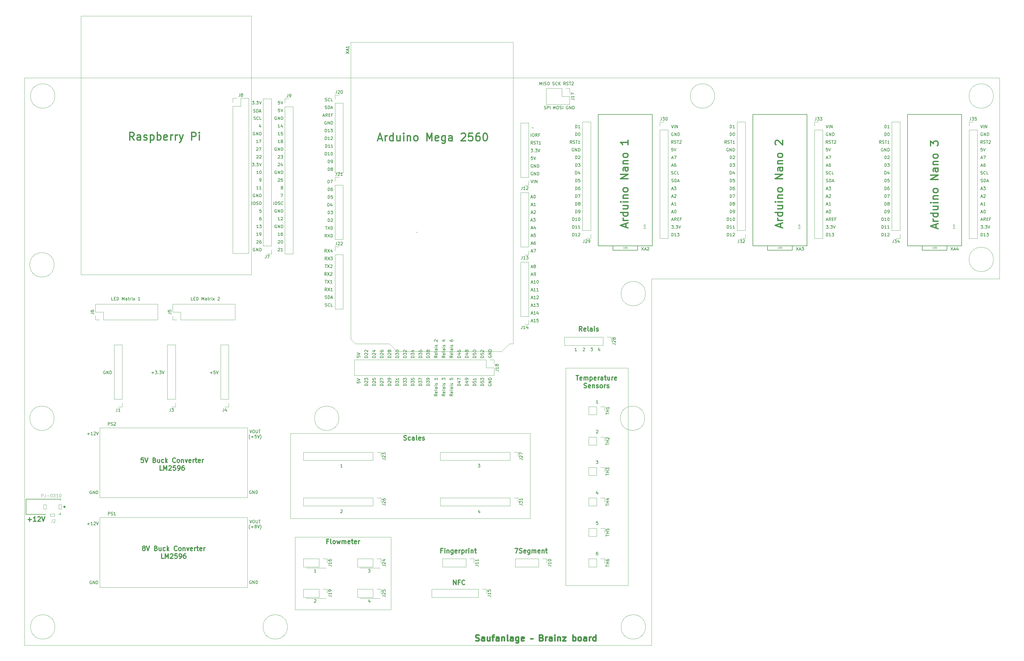
<source format=gbr>
G04 #@! TF.GenerationSoftware,KiCad,Pcbnew,(5.1.5-0)*
G04 #@! TF.CreationDate,2020-03-21T20:29:53+01:00*
G04 #@! TF.ProjectId,saufanlage,73617566-616e-46c6-9167-652e6b696361,v0.1*
G04 #@! TF.SameCoordinates,Original*
G04 #@! TF.FileFunction,Legend,Top*
G04 #@! TF.FilePolarity,Positive*
%FSLAX46Y46*%
G04 Gerber Fmt 4.6, Leading zero omitted, Abs format (unit mm)*
G04 Created by KiCad (PCBNEW (5.1.5-0)) date 2020-03-21 20:29:53*
%MOMM*%
%LPD*%
G04 APERTURE LIST*
%ADD10C,0.120000*%
%ADD11C,0.150000*%
%ADD12C,0.300000*%
%ADD13C,0.400000*%
%ADD14C,0.500000*%
%ADD15C,0.060000*%
%ADD16C,0.050000*%
%ADD17C,0.380000*%
%ADD18C,0.127000*%
%ADD19C,0.100000*%
%ADD20C,0.075000*%
G04 APERTURE END LIST*
D10*
X23970000Y-102108000D02*
G75*
G03X23970000Y-102108000I-4000000J0D01*
G01*
X240951000Y-46640000D02*
G75*
G03X240951000Y-46640000I-4000000J0D01*
G01*
X117507000Y-152527000D02*
G75*
G03X117507000Y-152527000I-4000000J0D01*
G01*
X100616000Y-221076000D02*
G75*
G03X100616000Y-221076000I-4000000J0D01*
G01*
X217964000Y-152527000D02*
G75*
G03X217964000Y-152527000I-4000000J0D01*
G01*
X23970000Y-152527000D02*
G75*
G03X23970000Y-152527000I-4000000J0D01*
G01*
D11*
X202530476Y-196452380D02*
X202340000Y-196452380D01*
X202244761Y-196500000D01*
X202197142Y-196547619D01*
X202101904Y-196690476D01*
X202054285Y-196880952D01*
X202054285Y-197261904D01*
X202101904Y-197357142D01*
X202149523Y-197404761D01*
X202244761Y-197452380D01*
X202435238Y-197452380D01*
X202530476Y-197404761D01*
X202578095Y-197357142D01*
X202625714Y-197261904D01*
X202625714Y-197023809D01*
X202578095Y-196928571D01*
X202530476Y-196880952D01*
X202435238Y-196833333D01*
X202244761Y-196833333D01*
X202149523Y-196880952D01*
X202101904Y-196928571D01*
X202054285Y-197023809D01*
X202578095Y-186452380D02*
X202101904Y-186452380D01*
X202054285Y-186928571D01*
X202101904Y-186880952D01*
X202197142Y-186833333D01*
X202435238Y-186833333D01*
X202530476Y-186880952D01*
X202578095Y-186928571D01*
X202625714Y-187023809D01*
X202625714Y-187261904D01*
X202578095Y-187357142D01*
X202530476Y-187404761D01*
X202435238Y-187452380D01*
X202197142Y-187452380D01*
X202101904Y-187404761D01*
X202054285Y-187357142D01*
X202530476Y-176785714D02*
X202530476Y-177452380D01*
X202292380Y-176404761D02*
X202054285Y-177119047D01*
X202673333Y-177119047D01*
X202006666Y-166452380D02*
X202625714Y-166452380D01*
X202292380Y-166833333D01*
X202435238Y-166833333D01*
X202530476Y-166880952D01*
X202578095Y-166928571D01*
X202625714Y-167023809D01*
X202625714Y-167261904D01*
X202578095Y-167357142D01*
X202530476Y-167404761D01*
X202435238Y-167452380D01*
X202149523Y-167452380D01*
X202054285Y-167404761D01*
X202006666Y-167357142D01*
X202054285Y-156547619D02*
X202101904Y-156500000D01*
X202197142Y-156452380D01*
X202435238Y-156452380D01*
X202530476Y-156500000D01*
X202578095Y-156547619D01*
X202625714Y-156642857D01*
X202625714Y-156738095D01*
X202578095Y-156880952D01*
X202006666Y-157452380D01*
X202625714Y-157452380D01*
X202625714Y-147600380D02*
X202054285Y-147600380D01*
X202340000Y-147600380D02*
X202340000Y-146600380D01*
X202244761Y-146743238D01*
X202149523Y-146838476D01*
X202054285Y-146886095D01*
D12*
X195390000Y-138492571D02*
X196247142Y-138492571D01*
X195818571Y-139992571D02*
X195818571Y-138492571D01*
X197318571Y-139921142D02*
X197175714Y-139992571D01*
X196890000Y-139992571D01*
X196747142Y-139921142D01*
X196675714Y-139778285D01*
X196675714Y-139206857D01*
X196747142Y-139064000D01*
X196890000Y-138992571D01*
X197175714Y-138992571D01*
X197318571Y-139064000D01*
X197390000Y-139206857D01*
X197390000Y-139349714D01*
X196675714Y-139492571D01*
X198032857Y-139992571D02*
X198032857Y-138992571D01*
X198032857Y-139135428D02*
X198104285Y-139064000D01*
X198247142Y-138992571D01*
X198461428Y-138992571D01*
X198604285Y-139064000D01*
X198675714Y-139206857D01*
X198675714Y-139992571D01*
X198675714Y-139206857D02*
X198747142Y-139064000D01*
X198890000Y-138992571D01*
X199104285Y-138992571D01*
X199247142Y-139064000D01*
X199318571Y-139206857D01*
X199318571Y-139992571D01*
X200032857Y-138992571D02*
X200032857Y-140492571D01*
X200032857Y-139064000D02*
X200175714Y-138992571D01*
X200461428Y-138992571D01*
X200604285Y-139064000D01*
X200675714Y-139135428D01*
X200747142Y-139278285D01*
X200747142Y-139706857D01*
X200675714Y-139849714D01*
X200604285Y-139921142D01*
X200461428Y-139992571D01*
X200175714Y-139992571D01*
X200032857Y-139921142D01*
X201961428Y-139921142D02*
X201818571Y-139992571D01*
X201532857Y-139992571D01*
X201390000Y-139921142D01*
X201318571Y-139778285D01*
X201318571Y-139206857D01*
X201390000Y-139064000D01*
X201532857Y-138992571D01*
X201818571Y-138992571D01*
X201961428Y-139064000D01*
X202032857Y-139206857D01*
X202032857Y-139349714D01*
X201318571Y-139492571D01*
X202675714Y-139992571D02*
X202675714Y-138992571D01*
X202675714Y-139278285D02*
X202747142Y-139135428D01*
X202818571Y-139064000D01*
X202961428Y-138992571D01*
X203104285Y-138992571D01*
X204247142Y-139992571D02*
X204247142Y-139206857D01*
X204175714Y-139064000D01*
X204032857Y-138992571D01*
X203747142Y-138992571D01*
X203604285Y-139064000D01*
X204247142Y-139921142D02*
X204104285Y-139992571D01*
X203747142Y-139992571D01*
X203604285Y-139921142D01*
X203532857Y-139778285D01*
X203532857Y-139635428D01*
X203604285Y-139492571D01*
X203747142Y-139421142D01*
X204104285Y-139421142D01*
X204247142Y-139349714D01*
X204747142Y-138992571D02*
X205318571Y-138992571D01*
X204961428Y-138492571D02*
X204961428Y-139778285D01*
X205032857Y-139921142D01*
X205175714Y-139992571D01*
X205318571Y-139992571D01*
X206461428Y-138992571D02*
X206461428Y-139992571D01*
X205818571Y-138992571D02*
X205818571Y-139778285D01*
X205890000Y-139921142D01*
X206032857Y-139992571D01*
X206247142Y-139992571D01*
X206390000Y-139921142D01*
X206461428Y-139849714D01*
X207175714Y-139992571D02*
X207175714Y-138992571D01*
X207175714Y-139278285D02*
X207247142Y-139135428D01*
X207318571Y-139064000D01*
X207461428Y-138992571D01*
X207604285Y-138992571D01*
X208675714Y-139921142D02*
X208532857Y-139992571D01*
X208247142Y-139992571D01*
X208104285Y-139921142D01*
X208032857Y-139778285D01*
X208032857Y-139206857D01*
X208104285Y-139064000D01*
X208247142Y-138992571D01*
X208532857Y-138992571D01*
X208675714Y-139064000D01*
X208747142Y-139206857D01*
X208747142Y-139349714D01*
X208032857Y-139492571D01*
X198032857Y-142471142D02*
X198247142Y-142542571D01*
X198604285Y-142542571D01*
X198747142Y-142471142D01*
X198818571Y-142399714D01*
X198890000Y-142256857D01*
X198890000Y-142114000D01*
X198818571Y-141971142D01*
X198747142Y-141899714D01*
X198604285Y-141828285D01*
X198318571Y-141756857D01*
X198175714Y-141685428D01*
X198104285Y-141614000D01*
X198032857Y-141471142D01*
X198032857Y-141328285D01*
X198104285Y-141185428D01*
X198175714Y-141114000D01*
X198318571Y-141042571D01*
X198675714Y-141042571D01*
X198890000Y-141114000D01*
X200104285Y-142471142D02*
X199961428Y-142542571D01*
X199675714Y-142542571D01*
X199532857Y-142471142D01*
X199461428Y-142328285D01*
X199461428Y-141756857D01*
X199532857Y-141614000D01*
X199675714Y-141542571D01*
X199961428Y-141542571D01*
X200104285Y-141614000D01*
X200175714Y-141756857D01*
X200175714Y-141899714D01*
X199461428Y-142042571D01*
X200818571Y-141542571D02*
X200818571Y-142542571D01*
X200818571Y-141685428D02*
X200890000Y-141614000D01*
X201032857Y-141542571D01*
X201247142Y-141542571D01*
X201390000Y-141614000D01*
X201461428Y-141756857D01*
X201461428Y-142542571D01*
X202104285Y-142471142D02*
X202247142Y-142542571D01*
X202532857Y-142542571D01*
X202675714Y-142471142D01*
X202747142Y-142328285D01*
X202747142Y-142256857D01*
X202675714Y-142114000D01*
X202532857Y-142042571D01*
X202318571Y-142042571D01*
X202175714Y-141971142D01*
X202104285Y-141828285D01*
X202104285Y-141756857D01*
X202175714Y-141614000D01*
X202318571Y-141542571D01*
X202532857Y-141542571D01*
X202675714Y-141614000D01*
X203604285Y-142542571D02*
X203461428Y-142471142D01*
X203390000Y-142399714D01*
X203318571Y-142256857D01*
X203318571Y-141828285D01*
X203390000Y-141685428D01*
X203461428Y-141614000D01*
X203604285Y-141542571D01*
X203818571Y-141542571D01*
X203961428Y-141614000D01*
X204032857Y-141685428D01*
X204104285Y-141828285D01*
X204104285Y-142256857D01*
X204032857Y-142399714D01*
X203961428Y-142471142D01*
X203818571Y-142542571D01*
X203604285Y-142542571D01*
X204747142Y-142542571D02*
X204747142Y-141542571D01*
X204747142Y-141828285D02*
X204818571Y-141685428D01*
X204890000Y-141614000D01*
X205032857Y-141542571D01*
X205175714Y-141542571D01*
X205604285Y-142471142D02*
X205747142Y-142542571D01*
X206032857Y-142542571D01*
X206175714Y-142471142D01*
X206247142Y-142328285D01*
X206247142Y-142256857D01*
X206175714Y-142114000D01*
X206032857Y-142042571D01*
X205818571Y-142042571D01*
X205675714Y-141971142D01*
X205604285Y-141828285D01*
X205604285Y-141756857D01*
X205675714Y-141614000D01*
X205818571Y-141542571D01*
X206032857Y-141542571D01*
X206175714Y-141614000D01*
D10*
X192040000Y-136000000D02*
X192040000Y-207500000D01*
X212540000Y-136000000D02*
X192040000Y-136000000D01*
X212540000Y-207500000D02*
X212540000Y-136000000D01*
X192040000Y-207500000D02*
X212540000Y-207500000D01*
D11*
X184976190Y-50904761D02*
X185119047Y-50952380D01*
X185357142Y-50952380D01*
X185452380Y-50904761D01*
X185500000Y-50857142D01*
X185547619Y-50761904D01*
X185547619Y-50666666D01*
X185500000Y-50571428D01*
X185452380Y-50523809D01*
X185357142Y-50476190D01*
X185166666Y-50428571D01*
X185071428Y-50380952D01*
X185023809Y-50333333D01*
X184976190Y-50238095D01*
X184976190Y-50142857D01*
X185023809Y-50047619D01*
X185071428Y-50000000D01*
X185166666Y-49952380D01*
X185404761Y-49952380D01*
X185547619Y-50000000D01*
X185976190Y-50952380D02*
X185976190Y-49952380D01*
X186357142Y-49952380D01*
X186452380Y-50000000D01*
X186500000Y-50047619D01*
X186547619Y-50142857D01*
X186547619Y-50285714D01*
X186500000Y-50380952D01*
X186452380Y-50428571D01*
X186357142Y-50476190D01*
X185976190Y-50476190D01*
X186976190Y-50952380D02*
X186976190Y-49952380D01*
X187928571Y-50952380D02*
X187928571Y-49952380D01*
X188261904Y-50666666D01*
X188595238Y-49952380D01*
X188595238Y-50952380D01*
X189261904Y-49952380D02*
X189452380Y-49952380D01*
X189547619Y-50000000D01*
X189642857Y-50095238D01*
X189690476Y-50285714D01*
X189690476Y-50619047D01*
X189642857Y-50809523D01*
X189547619Y-50904761D01*
X189452380Y-50952380D01*
X189261904Y-50952380D01*
X189166666Y-50904761D01*
X189071428Y-50809523D01*
X189023809Y-50619047D01*
X189023809Y-50285714D01*
X189071428Y-50095238D01*
X189166666Y-50000000D01*
X189261904Y-49952380D01*
X190071428Y-50904761D02*
X190214285Y-50952380D01*
X190452380Y-50952380D01*
X190547619Y-50904761D01*
X190595238Y-50857142D01*
X190642857Y-50761904D01*
X190642857Y-50666666D01*
X190595238Y-50571428D01*
X190547619Y-50523809D01*
X190452380Y-50476190D01*
X190261904Y-50428571D01*
X190166666Y-50380952D01*
X190119047Y-50333333D01*
X190071428Y-50238095D01*
X190071428Y-50142857D01*
X190119047Y-50047619D01*
X190166666Y-50000000D01*
X190261904Y-49952380D01*
X190500000Y-49952380D01*
X190642857Y-50000000D01*
X191071428Y-50952380D02*
X191071428Y-49952380D01*
X192738095Y-50000000D02*
X192642857Y-49952380D01*
X192500000Y-49952380D01*
X192357142Y-50000000D01*
X192261904Y-50095238D01*
X192214285Y-50190476D01*
X192166666Y-50380952D01*
X192166666Y-50523809D01*
X192214285Y-50714285D01*
X192261904Y-50809523D01*
X192357142Y-50904761D01*
X192500000Y-50952380D01*
X192595238Y-50952380D01*
X192738095Y-50904761D01*
X192785714Y-50857142D01*
X192785714Y-50523809D01*
X192595238Y-50523809D01*
X193214285Y-50952380D02*
X193214285Y-49952380D01*
X193785714Y-50952380D01*
X193785714Y-49952380D01*
X194261904Y-50952380D02*
X194261904Y-49952380D01*
X194500000Y-49952380D01*
X194642857Y-50000000D01*
X194738095Y-50095238D01*
X194785714Y-50190476D01*
X194833333Y-50380952D01*
X194833333Y-50523809D01*
X194785714Y-50714285D01*
X194738095Y-50809523D01*
X194642857Y-50904761D01*
X194500000Y-50952380D01*
X194261904Y-50952380D01*
D13*
X130419333Y-60614666D02*
X131609809Y-60614666D01*
X130181238Y-61328952D02*
X131014571Y-58828952D01*
X131847904Y-61328952D01*
X132681238Y-61328952D02*
X132681238Y-59662285D01*
X132681238Y-60138476D02*
X132800285Y-59900380D01*
X132919333Y-59781333D01*
X133157428Y-59662285D01*
X133395523Y-59662285D01*
X135300285Y-61328952D02*
X135300285Y-58828952D01*
X135300285Y-61209904D02*
X135062190Y-61328952D01*
X134586000Y-61328952D01*
X134347904Y-61209904D01*
X134228857Y-61090857D01*
X134109809Y-60852761D01*
X134109809Y-60138476D01*
X134228857Y-59900380D01*
X134347904Y-59781333D01*
X134586000Y-59662285D01*
X135062190Y-59662285D01*
X135300285Y-59781333D01*
X137562190Y-59662285D02*
X137562190Y-61328952D01*
X136490761Y-59662285D02*
X136490761Y-60971809D01*
X136609809Y-61209904D01*
X136847904Y-61328952D01*
X137205047Y-61328952D01*
X137443142Y-61209904D01*
X137562190Y-61090857D01*
X138752666Y-61328952D02*
X138752666Y-59662285D01*
X138752666Y-58828952D02*
X138633619Y-58948000D01*
X138752666Y-59067047D01*
X138871714Y-58948000D01*
X138752666Y-58828952D01*
X138752666Y-59067047D01*
X139943142Y-59662285D02*
X139943142Y-61328952D01*
X139943142Y-59900380D02*
X140062190Y-59781333D01*
X140300285Y-59662285D01*
X140657428Y-59662285D01*
X140895523Y-59781333D01*
X141014571Y-60019428D01*
X141014571Y-61328952D01*
X142562190Y-61328952D02*
X142324095Y-61209904D01*
X142205047Y-61090857D01*
X142086000Y-60852761D01*
X142086000Y-60138476D01*
X142205047Y-59900380D01*
X142324095Y-59781333D01*
X142562190Y-59662285D01*
X142919333Y-59662285D01*
X143157428Y-59781333D01*
X143276476Y-59900380D01*
X143395523Y-60138476D01*
X143395523Y-60852761D01*
X143276476Y-61090857D01*
X143157428Y-61209904D01*
X142919333Y-61328952D01*
X142562190Y-61328952D01*
X146371714Y-61328952D02*
X146371714Y-58828952D01*
X147205047Y-60614666D01*
X148038380Y-58828952D01*
X148038380Y-61328952D01*
X150181238Y-61209904D02*
X149943142Y-61328952D01*
X149466952Y-61328952D01*
X149228857Y-61209904D01*
X149109809Y-60971809D01*
X149109809Y-60019428D01*
X149228857Y-59781333D01*
X149466952Y-59662285D01*
X149943142Y-59662285D01*
X150181238Y-59781333D01*
X150300285Y-60019428D01*
X150300285Y-60257523D01*
X149109809Y-60495619D01*
X152443142Y-59662285D02*
X152443142Y-61686095D01*
X152324095Y-61924190D01*
X152205047Y-62043238D01*
X151966952Y-62162285D01*
X151609809Y-62162285D01*
X151371714Y-62043238D01*
X152443142Y-61209904D02*
X152205047Y-61328952D01*
X151728857Y-61328952D01*
X151490761Y-61209904D01*
X151371714Y-61090857D01*
X151252666Y-60852761D01*
X151252666Y-60138476D01*
X151371714Y-59900380D01*
X151490761Y-59781333D01*
X151728857Y-59662285D01*
X152205047Y-59662285D01*
X152443142Y-59781333D01*
X154705047Y-61328952D02*
X154705047Y-60019428D01*
X154586000Y-59781333D01*
X154347904Y-59662285D01*
X153871714Y-59662285D01*
X153633619Y-59781333D01*
X154705047Y-61209904D02*
X154466952Y-61328952D01*
X153871714Y-61328952D01*
X153633619Y-61209904D01*
X153514571Y-60971809D01*
X153514571Y-60733714D01*
X153633619Y-60495619D01*
X153871714Y-60376571D01*
X154466952Y-60376571D01*
X154705047Y-60257523D01*
X157681238Y-59067047D02*
X157800285Y-58948000D01*
X158038380Y-58828952D01*
X158633619Y-58828952D01*
X158871714Y-58948000D01*
X158990761Y-59067047D01*
X159109809Y-59305142D01*
X159109809Y-59543238D01*
X158990761Y-59900380D01*
X157562190Y-61328952D01*
X159109809Y-61328952D01*
X161371714Y-58828952D02*
X160181238Y-58828952D01*
X160062190Y-60019428D01*
X160181238Y-59900380D01*
X160419333Y-59781333D01*
X161014571Y-59781333D01*
X161252666Y-59900380D01*
X161371714Y-60019428D01*
X161490761Y-60257523D01*
X161490761Y-60852761D01*
X161371714Y-61090857D01*
X161252666Y-61209904D01*
X161014571Y-61328952D01*
X160419333Y-61328952D01*
X160181238Y-61209904D01*
X160062190Y-61090857D01*
X163633619Y-58828952D02*
X163157428Y-58828952D01*
X162919333Y-58948000D01*
X162800285Y-59067047D01*
X162562190Y-59424190D01*
X162443142Y-59900380D01*
X162443142Y-60852761D01*
X162562190Y-61090857D01*
X162681238Y-61209904D01*
X162919333Y-61328952D01*
X163395523Y-61328952D01*
X163633619Y-61209904D01*
X163752666Y-61090857D01*
X163871714Y-60852761D01*
X163871714Y-60257523D01*
X163752666Y-60019428D01*
X163633619Y-59900380D01*
X163395523Y-59781333D01*
X162919333Y-59781333D01*
X162681238Y-59900380D01*
X162562190Y-60019428D01*
X162443142Y-60257523D01*
X165419333Y-58828952D02*
X165657428Y-58828952D01*
X165895523Y-58948000D01*
X166014571Y-59067047D01*
X166133619Y-59305142D01*
X166252666Y-59781333D01*
X166252666Y-60376571D01*
X166133619Y-60852761D01*
X166014571Y-61090857D01*
X165895523Y-61209904D01*
X165657428Y-61328952D01*
X165419333Y-61328952D01*
X165181238Y-61209904D01*
X165062190Y-61090857D01*
X164943142Y-60852761D01*
X164824095Y-60376571D01*
X164824095Y-59781333D01*
X164943142Y-59305142D01*
X165062190Y-59067047D01*
X165181238Y-58948000D01*
X165419333Y-58828952D01*
D11*
X113942904Y-85415380D02*
X113942904Y-84415380D01*
X114181000Y-84415380D01*
X114323857Y-84463000D01*
X114419095Y-84558238D01*
X114466714Y-84653476D01*
X114514333Y-84843952D01*
X114514333Y-84986809D01*
X114466714Y-85177285D01*
X114419095Y-85272523D01*
X114323857Y-85367761D01*
X114181000Y-85415380D01*
X113942904Y-85415380D01*
X114847666Y-84415380D02*
X115466714Y-84415380D01*
X115133380Y-84796333D01*
X115276238Y-84796333D01*
X115371476Y-84843952D01*
X115419095Y-84891571D01*
X115466714Y-84986809D01*
X115466714Y-85224904D01*
X115419095Y-85320142D01*
X115371476Y-85367761D01*
X115276238Y-85415380D01*
X114990523Y-85415380D01*
X114895285Y-85367761D01*
X114847666Y-85320142D01*
X113942904Y-77795380D02*
X113942904Y-76795380D01*
X114181000Y-76795380D01*
X114323857Y-76843000D01*
X114419095Y-76938238D01*
X114466714Y-77033476D01*
X114514333Y-77223952D01*
X114514333Y-77366809D01*
X114466714Y-77557285D01*
X114419095Y-77652523D01*
X114323857Y-77747761D01*
X114181000Y-77795380D01*
X113942904Y-77795380D01*
X115371476Y-76795380D02*
X115181000Y-76795380D01*
X115085761Y-76843000D01*
X115038142Y-76890619D01*
X114942904Y-77033476D01*
X114895285Y-77223952D01*
X114895285Y-77604904D01*
X114942904Y-77700142D01*
X114990523Y-77747761D01*
X115085761Y-77795380D01*
X115276238Y-77795380D01*
X115371476Y-77747761D01*
X115419095Y-77700142D01*
X115466714Y-77604904D01*
X115466714Y-77366809D01*
X115419095Y-77271571D01*
X115371476Y-77223952D01*
X115276238Y-77176333D01*
X115085761Y-77176333D01*
X114990523Y-77223952D01*
X114942904Y-77271571D01*
X114895285Y-77366809D01*
X113942904Y-87955380D02*
X113942904Y-86955380D01*
X114181000Y-86955380D01*
X114323857Y-87003000D01*
X114419095Y-87098238D01*
X114466714Y-87193476D01*
X114514333Y-87383952D01*
X114514333Y-87526809D01*
X114466714Y-87717285D01*
X114419095Y-87812523D01*
X114323857Y-87907761D01*
X114181000Y-87955380D01*
X113942904Y-87955380D01*
X114895285Y-87050619D02*
X114942904Y-87003000D01*
X115038142Y-86955380D01*
X115276238Y-86955380D01*
X115371476Y-87003000D01*
X115419095Y-87050619D01*
X115466714Y-87145857D01*
X115466714Y-87241095D01*
X115419095Y-87383952D01*
X114847666Y-87955380D01*
X115466714Y-87955380D01*
X113815904Y-82875380D02*
X113815904Y-81875380D01*
X114054000Y-81875380D01*
X114196857Y-81923000D01*
X114292095Y-82018238D01*
X114339714Y-82113476D01*
X114387333Y-82303952D01*
X114387333Y-82446809D01*
X114339714Y-82637285D01*
X114292095Y-82732523D01*
X114196857Y-82827761D01*
X114054000Y-82875380D01*
X113815904Y-82875380D01*
X115244476Y-82208714D02*
X115244476Y-82875380D01*
X115006380Y-81827761D02*
X114768285Y-82542047D01*
X115387333Y-82542047D01*
X113530142Y-93035380D02*
X113196809Y-92559190D01*
X112958714Y-93035380D02*
X112958714Y-92035380D01*
X113339666Y-92035380D01*
X113434904Y-92083000D01*
X113482523Y-92130619D01*
X113530142Y-92225857D01*
X113530142Y-92368714D01*
X113482523Y-92463952D01*
X113434904Y-92511571D01*
X113339666Y-92559190D01*
X112958714Y-92559190D01*
X113863476Y-92035380D02*
X114530142Y-93035380D01*
X114530142Y-92035380D02*
X113863476Y-93035380D01*
X115101571Y-92035380D02*
X115196809Y-92035380D01*
X115292047Y-92083000D01*
X115339666Y-92130619D01*
X115387285Y-92225857D01*
X115434904Y-92416333D01*
X115434904Y-92654428D01*
X115387285Y-92844904D01*
X115339666Y-92940142D01*
X115292047Y-92987761D01*
X115196809Y-93035380D01*
X115101571Y-93035380D01*
X115006333Y-92987761D01*
X114958714Y-92940142D01*
X114911095Y-92844904D01*
X114863476Y-92654428D01*
X114863476Y-92416333D01*
X114911095Y-92225857D01*
X114958714Y-92130619D01*
X115006333Y-92083000D01*
X115101571Y-92035380D01*
X113880508Y-75252974D02*
X113880508Y-74252974D01*
X114118604Y-74252974D01*
X114261461Y-74300594D01*
X114356699Y-74395832D01*
X114404318Y-74491070D01*
X114451937Y-74681546D01*
X114451937Y-74824403D01*
X114404318Y-75014879D01*
X114356699Y-75110117D01*
X114261461Y-75205355D01*
X114118604Y-75252974D01*
X113880508Y-75252974D01*
X114785270Y-74252974D02*
X115451937Y-74252974D01*
X115023365Y-75252974D01*
X113942904Y-80335380D02*
X113942904Y-79335380D01*
X114181000Y-79335380D01*
X114323857Y-79383000D01*
X114419095Y-79478238D01*
X114466714Y-79573476D01*
X114514333Y-79763952D01*
X114514333Y-79906809D01*
X114466714Y-80097285D01*
X114419095Y-80192523D01*
X114323857Y-80287761D01*
X114181000Y-80335380D01*
X113942904Y-80335380D01*
X115419095Y-79335380D02*
X114942904Y-79335380D01*
X114895285Y-79811571D01*
X114942904Y-79763952D01*
X115038142Y-79716333D01*
X115276238Y-79716333D01*
X115371476Y-79763952D01*
X115419095Y-79811571D01*
X115466714Y-79906809D01*
X115466714Y-80144904D01*
X115419095Y-80240142D01*
X115371476Y-80287761D01*
X115276238Y-80335380D01*
X115038142Y-80335380D01*
X114942904Y-80287761D01*
X114895285Y-80240142D01*
X113061904Y-89495380D02*
X113633333Y-89495380D01*
X113347619Y-90495380D02*
X113347619Y-89495380D01*
X113871428Y-89495380D02*
X114538095Y-90495380D01*
X114538095Y-89495380D02*
X113871428Y-90495380D01*
X115109523Y-89495380D02*
X115204761Y-89495380D01*
X115300000Y-89543000D01*
X115347619Y-89590619D01*
X115395238Y-89685857D01*
X115442857Y-89876333D01*
X115442857Y-90114428D01*
X115395238Y-90304904D01*
X115347619Y-90400142D01*
X115300000Y-90447761D01*
X115204761Y-90495380D01*
X115109523Y-90495380D01*
X115014285Y-90447761D01*
X114966666Y-90400142D01*
X114919047Y-90304904D01*
X114871428Y-90114428D01*
X114871428Y-89876333D01*
X114919047Y-89685857D01*
X114966666Y-89590619D01*
X115014285Y-89543000D01*
X115109523Y-89495380D01*
X203190476Y-129733714D02*
X203190476Y-130400380D01*
X202952380Y-129352761D02*
X202714285Y-130067047D01*
X203333333Y-130067047D01*
X200230666Y-129400380D02*
X200849714Y-129400380D01*
X200516380Y-129781333D01*
X200659238Y-129781333D01*
X200754476Y-129828952D01*
X200802095Y-129876571D01*
X200849714Y-129971809D01*
X200849714Y-130209904D01*
X200802095Y-130305142D01*
X200754476Y-130352761D01*
X200659238Y-130400380D01*
X200373523Y-130400380D01*
X200278285Y-130352761D01*
X200230666Y-130305142D01*
X197714285Y-129495619D02*
X197761904Y-129448000D01*
X197857142Y-129400380D01*
X198095238Y-129400380D01*
X198190476Y-129448000D01*
X198238095Y-129495619D01*
X198285714Y-129590857D01*
X198285714Y-129686095D01*
X198238095Y-129828952D01*
X197666666Y-130400380D01*
X198285714Y-130400380D01*
X195649714Y-130400380D02*
X195078285Y-130400380D01*
X195364000Y-130400380D02*
X195364000Y-129400380D01*
X195268761Y-129543238D01*
X195173523Y-129638476D01*
X195078285Y-129686095D01*
D12*
X175314285Y-195266571D02*
X176314285Y-195266571D01*
X175671428Y-196766571D01*
X176814285Y-196695142D02*
X177028571Y-196766571D01*
X177385714Y-196766571D01*
X177528571Y-196695142D01*
X177600000Y-196623714D01*
X177671428Y-196480857D01*
X177671428Y-196338000D01*
X177600000Y-196195142D01*
X177528571Y-196123714D01*
X177385714Y-196052285D01*
X177100000Y-195980857D01*
X176957142Y-195909428D01*
X176885714Y-195838000D01*
X176814285Y-195695142D01*
X176814285Y-195552285D01*
X176885714Y-195409428D01*
X176957142Y-195338000D01*
X177100000Y-195266571D01*
X177457142Y-195266571D01*
X177671428Y-195338000D01*
X178885714Y-196695142D02*
X178742857Y-196766571D01*
X178457142Y-196766571D01*
X178314285Y-196695142D01*
X178242857Y-196552285D01*
X178242857Y-195980857D01*
X178314285Y-195838000D01*
X178457142Y-195766571D01*
X178742857Y-195766571D01*
X178885714Y-195838000D01*
X178957142Y-195980857D01*
X178957142Y-196123714D01*
X178242857Y-196266571D01*
X180242857Y-195766571D02*
X180242857Y-196980857D01*
X180171428Y-197123714D01*
X180100000Y-197195142D01*
X179957142Y-197266571D01*
X179742857Y-197266571D01*
X179600000Y-197195142D01*
X180242857Y-196695142D02*
X180100000Y-196766571D01*
X179814285Y-196766571D01*
X179671428Y-196695142D01*
X179600000Y-196623714D01*
X179528571Y-196480857D01*
X179528571Y-196052285D01*
X179600000Y-195909428D01*
X179671428Y-195838000D01*
X179814285Y-195766571D01*
X180100000Y-195766571D01*
X180242857Y-195838000D01*
X180957142Y-196766571D02*
X180957142Y-195766571D01*
X180957142Y-195909428D02*
X181028571Y-195838000D01*
X181171428Y-195766571D01*
X181385714Y-195766571D01*
X181528571Y-195838000D01*
X181600000Y-195980857D01*
X181600000Y-196766571D01*
X181600000Y-195980857D02*
X181671428Y-195838000D01*
X181814285Y-195766571D01*
X182028571Y-195766571D01*
X182171428Y-195838000D01*
X182242857Y-195980857D01*
X182242857Y-196766571D01*
X183528571Y-196695142D02*
X183385714Y-196766571D01*
X183100000Y-196766571D01*
X182957142Y-196695142D01*
X182885714Y-196552285D01*
X182885714Y-195980857D01*
X182957142Y-195838000D01*
X183100000Y-195766571D01*
X183385714Y-195766571D01*
X183528571Y-195838000D01*
X183600000Y-195980857D01*
X183600000Y-196123714D01*
X182885714Y-196266571D01*
X184242857Y-195766571D02*
X184242857Y-196766571D01*
X184242857Y-195909428D02*
X184314285Y-195838000D01*
X184457142Y-195766571D01*
X184671428Y-195766571D01*
X184814285Y-195838000D01*
X184885714Y-195980857D01*
X184885714Y-196766571D01*
X185385714Y-195766571D02*
X185957142Y-195766571D01*
X185600000Y-195266571D02*
X185600000Y-196552285D01*
X185671428Y-196695142D01*
X185814285Y-196766571D01*
X185957142Y-196766571D01*
D11*
X163242666Y-167600380D02*
X163861714Y-167600380D01*
X163528380Y-167981333D01*
X163671238Y-167981333D01*
X163766476Y-168028952D01*
X163814095Y-168076571D01*
X163861714Y-168171809D01*
X163861714Y-168409904D01*
X163814095Y-168505142D01*
X163766476Y-168552761D01*
X163671238Y-168600380D01*
X163385523Y-168600380D01*
X163290285Y-168552761D01*
X163242666Y-168505142D01*
X163766476Y-182985714D02*
X163766476Y-183652380D01*
X163528380Y-182604761D02*
X163290285Y-183319047D01*
X163909333Y-183319047D01*
X118078285Y-182681619D02*
X118125904Y-182634000D01*
X118221142Y-182586380D01*
X118459238Y-182586380D01*
X118554476Y-182634000D01*
X118602095Y-182681619D01*
X118649714Y-182776857D01*
X118649714Y-182872095D01*
X118602095Y-183014952D01*
X118030666Y-183586380D01*
X118649714Y-183586380D01*
X118649714Y-168600380D02*
X118078285Y-168600380D01*
X118364000Y-168600380D02*
X118364000Y-167600380D01*
X118268761Y-167743238D01*
X118173523Y-167838476D01*
X118078285Y-167886095D01*
D10*
X180340000Y-157480000D02*
X101600000Y-157480000D01*
X180340000Y-185420000D02*
X180340000Y-157480000D01*
X101600000Y-185420000D02*
X180340000Y-185420000D01*
X101600000Y-157480000D02*
X101600000Y-185420000D01*
X103124000Y-191516000D02*
X103124000Y-192024000D01*
X134620000Y-191516000D02*
X103124000Y-191516000D01*
X134620000Y-215392000D02*
X134620000Y-191516000D01*
X103124000Y-215392000D02*
X134620000Y-215392000D01*
X103124000Y-192024000D02*
X103124000Y-215392000D01*
D12*
X15391142Y-185781142D02*
X16534000Y-185781142D01*
X15962571Y-186352571D02*
X15962571Y-185209714D01*
X18034000Y-186352571D02*
X17176857Y-186352571D01*
X17605428Y-186352571D02*
X17605428Y-184852571D01*
X17462571Y-185066857D01*
X17319714Y-185209714D01*
X17176857Y-185281142D01*
X18605428Y-184995428D02*
X18676857Y-184924000D01*
X18819714Y-184852571D01*
X19176857Y-184852571D01*
X19319714Y-184924000D01*
X19391142Y-184995428D01*
X19462571Y-185138285D01*
X19462571Y-185281142D01*
X19391142Y-185495428D01*
X18534000Y-186352571D01*
X19462571Y-186352571D01*
X19891142Y-184852571D02*
X20391142Y-186352571D01*
X20891142Y-184852571D01*
D11*
X69517142Y-113736380D02*
X69040952Y-113736380D01*
X69040952Y-112736380D01*
X69850476Y-113212571D02*
X70183809Y-113212571D01*
X70326666Y-113736380D02*
X69850476Y-113736380D01*
X69850476Y-112736380D01*
X70326666Y-112736380D01*
X70755238Y-113736380D02*
X70755238Y-112736380D01*
X70993333Y-112736380D01*
X71136190Y-112784000D01*
X71231428Y-112879238D01*
X71279047Y-112974476D01*
X71326666Y-113164952D01*
X71326666Y-113307809D01*
X71279047Y-113498285D01*
X71231428Y-113593523D01*
X71136190Y-113688761D01*
X70993333Y-113736380D01*
X70755238Y-113736380D01*
X72517142Y-113736380D02*
X72517142Y-112736380D01*
X72850476Y-113450666D01*
X73183809Y-112736380D01*
X73183809Y-113736380D01*
X74088571Y-113736380D02*
X74088571Y-113212571D01*
X74040952Y-113117333D01*
X73945714Y-113069714D01*
X73755238Y-113069714D01*
X73660000Y-113117333D01*
X74088571Y-113688761D02*
X73993333Y-113736380D01*
X73755238Y-113736380D01*
X73660000Y-113688761D01*
X73612380Y-113593523D01*
X73612380Y-113498285D01*
X73660000Y-113403047D01*
X73755238Y-113355428D01*
X73993333Y-113355428D01*
X74088571Y-113307809D01*
X74421904Y-113069714D02*
X74802857Y-113069714D01*
X74564761Y-112736380D02*
X74564761Y-113593523D01*
X74612380Y-113688761D01*
X74707619Y-113736380D01*
X74802857Y-113736380D01*
X75136190Y-113736380D02*
X75136190Y-113069714D01*
X75136190Y-113260190D02*
X75183809Y-113164952D01*
X75231428Y-113117333D01*
X75326666Y-113069714D01*
X75421904Y-113069714D01*
X75755238Y-113736380D02*
X75755238Y-113069714D01*
X75755238Y-112736380D02*
X75707619Y-112784000D01*
X75755238Y-112831619D01*
X75802857Y-112784000D01*
X75755238Y-112736380D01*
X75755238Y-112831619D01*
X76136190Y-113736380D02*
X76660000Y-113069714D01*
X76136190Y-113069714D02*
X76660000Y-113736380D01*
X77755238Y-112831619D02*
X77802857Y-112784000D01*
X77898095Y-112736380D01*
X78136190Y-112736380D01*
X78231428Y-112784000D01*
X78279047Y-112831619D01*
X78326666Y-112926857D01*
X78326666Y-113022095D01*
X78279047Y-113164952D01*
X77707619Y-113736380D01*
X78326666Y-113736380D01*
X43355142Y-113736380D02*
X42878952Y-113736380D01*
X42878952Y-112736380D01*
X43688476Y-113212571D02*
X44021809Y-113212571D01*
X44164666Y-113736380D02*
X43688476Y-113736380D01*
X43688476Y-112736380D01*
X44164666Y-112736380D01*
X44593238Y-113736380D02*
X44593238Y-112736380D01*
X44831333Y-112736380D01*
X44974190Y-112784000D01*
X45069428Y-112879238D01*
X45117047Y-112974476D01*
X45164666Y-113164952D01*
X45164666Y-113307809D01*
X45117047Y-113498285D01*
X45069428Y-113593523D01*
X44974190Y-113688761D01*
X44831333Y-113736380D01*
X44593238Y-113736380D01*
X46355142Y-113736380D02*
X46355142Y-112736380D01*
X46688476Y-113450666D01*
X47021809Y-112736380D01*
X47021809Y-113736380D01*
X47926571Y-113736380D02*
X47926571Y-113212571D01*
X47878952Y-113117333D01*
X47783714Y-113069714D01*
X47593238Y-113069714D01*
X47498000Y-113117333D01*
X47926571Y-113688761D02*
X47831333Y-113736380D01*
X47593238Y-113736380D01*
X47498000Y-113688761D01*
X47450380Y-113593523D01*
X47450380Y-113498285D01*
X47498000Y-113403047D01*
X47593238Y-113355428D01*
X47831333Y-113355428D01*
X47926571Y-113307809D01*
X48259904Y-113069714D02*
X48640857Y-113069714D01*
X48402761Y-112736380D02*
X48402761Y-113593523D01*
X48450380Y-113688761D01*
X48545619Y-113736380D01*
X48640857Y-113736380D01*
X48974190Y-113736380D02*
X48974190Y-113069714D01*
X48974190Y-113260190D02*
X49021809Y-113164952D01*
X49069428Y-113117333D01*
X49164666Y-113069714D01*
X49259904Y-113069714D01*
X49593238Y-113736380D02*
X49593238Y-113069714D01*
X49593238Y-112736380D02*
X49545619Y-112784000D01*
X49593238Y-112831619D01*
X49640857Y-112784000D01*
X49593238Y-112736380D01*
X49593238Y-112831619D01*
X49974190Y-113736380D02*
X50498000Y-113069714D01*
X49974190Y-113069714D02*
X50498000Y-113736380D01*
X52164666Y-113736380D02*
X51593238Y-113736380D01*
X51878952Y-113736380D02*
X51878952Y-112736380D01*
X51783714Y-112879238D01*
X51688476Y-112974476D01*
X51593238Y-113022095D01*
D10*
X174752000Y-28956000D02*
X121412000Y-28956000D01*
X174752000Y-128016000D02*
X174752000Y-28956000D01*
X173482000Y-128016000D02*
X174752000Y-128016000D01*
X170942000Y-130556000D02*
X173482000Y-128016000D01*
X136652000Y-130556000D02*
X170942000Y-130556000D01*
X134112000Y-128016000D02*
X136652000Y-130556000D01*
X122936000Y-128016000D02*
X134112000Y-128016000D01*
X121412000Y-126492000D02*
X122936000Y-128016000D01*
X121412000Y-28956000D02*
X121412000Y-126492000D01*
D11*
X296822904Y-80017880D02*
X296822904Y-79017880D01*
X297061000Y-79017880D01*
X297203857Y-79065500D01*
X297299095Y-79160738D01*
X297346714Y-79255976D01*
X297394333Y-79446452D01*
X297394333Y-79589309D01*
X297346714Y-79779785D01*
X297299095Y-79875023D01*
X297203857Y-79970261D01*
X297061000Y-80017880D01*
X296822904Y-80017880D01*
X297727666Y-79017880D02*
X298394333Y-79017880D01*
X297965761Y-80017880D01*
X328930095Y-58745500D02*
X328834857Y-58697880D01*
X328692000Y-58697880D01*
X328549142Y-58745500D01*
X328453904Y-58840738D01*
X328406285Y-58935976D01*
X328358666Y-59126452D01*
X328358666Y-59269309D01*
X328406285Y-59459785D01*
X328453904Y-59555023D01*
X328549142Y-59650261D01*
X328692000Y-59697880D01*
X328787238Y-59697880D01*
X328930095Y-59650261D01*
X328977714Y-59602642D01*
X328977714Y-59269309D01*
X328787238Y-59269309D01*
X329406285Y-59697880D02*
X329406285Y-58697880D01*
X329977714Y-59697880D01*
X329977714Y-58697880D01*
X330453904Y-59697880D02*
X330453904Y-58697880D01*
X330692000Y-58697880D01*
X330834857Y-58745500D01*
X330930095Y-58840738D01*
X330977714Y-58935976D01*
X331025333Y-59126452D01*
X331025333Y-59269309D01*
X330977714Y-59459785D01*
X330930095Y-59555023D01*
X330834857Y-59650261D01*
X330692000Y-59697880D01*
X330453904Y-59697880D01*
X328469714Y-69546766D02*
X328945904Y-69546766D01*
X328374476Y-69832480D02*
X328707809Y-68832480D01*
X329041142Y-69832480D01*
X329803047Y-68832480D02*
X329612571Y-68832480D01*
X329517333Y-68880100D01*
X329469714Y-68927719D01*
X329374476Y-69070576D01*
X329326857Y-69261052D01*
X329326857Y-69642004D01*
X329374476Y-69737242D01*
X329422095Y-69784861D01*
X329517333Y-69832480D01*
X329707809Y-69832480D01*
X329803047Y-69784861D01*
X329850666Y-69737242D01*
X329898285Y-69642004D01*
X329898285Y-69403909D01*
X329850666Y-69308671D01*
X329803047Y-69261052D01*
X329707809Y-69213433D01*
X329517333Y-69213433D01*
X329422095Y-69261052D01*
X329374476Y-69308671D01*
X329326857Y-69403909D01*
X328469714Y-67006766D02*
X328945904Y-67006766D01*
X328374476Y-67292480D02*
X328707809Y-66292480D01*
X329041142Y-67292480D01*
X329279238Y-66292480D02*
X329945904Y-66292480D01*
X329517333Y-67292480D01*
X328358831Y-72315584D02*
X328501688Y-72363203D01*
X328739784Y-72363203D01*
X328835022Y-72315584D01*
X328882641Y-72267965D01*
X328930260Y-72172727D01*
X328930260Y-72077489D01*
X328882641Y-71982251D01*
X328835022Y-71934632D01*
X328739784Y-71887013D01*
X328549308Y-71839394D01*
X328454069Y-71791775D01*
X328406450Y-71744156D01*
X328358831Y-71648918D01*
X328358831Y-71553680D01*
X328406450Y-71458442D01*
X328454069Y-71410823D01*
X328549308Y-71363203D01*
X328787403Y-71363203D01*
X328930260Y-71410823D01*
X329930260Y-72267965D02*
X329882641Y-72315584D01*
X329739784Y-72363203D01*
X329644546Y-72363203D01*
X329501688Y-72315584D01*
X329406450Y-72220346D01*
X329358831Y-72125108D01*
X329311212Y-71934632D01*
X329311212Y-71791775D01*
X329358831Y-71601299D01*
X329406450Y-71506061D01*
X329501688Y-71410823D01*
X329644546Y-71363203D01*
X329739784Y-71363203D01*
X329882641Y-71410823D01*
X329930260Y-71458442D01*
X330835022Y-72363203D02*
X330358831Y-72363203D01*
X330358831Y-71363203D01*
X328469714Y-77192166D02*
X328945904Y-77192166D01*
X328374476Y-77477880D02*
X328707809Y-76477880D01*
X329041142Y-77477880D01*
X329279238Y-76477880D02*
X329898285Y-76477880D01*
X329564952Y-76858833D01*
X329707809Y-76858833D01*
X329803047Y-76906452D01*
X329850666Y-76954071D01*
X329898285Y-77049309D01*
X329898285Y-77287404D01*
X329850666Y-77382642D01*
X329803047Y-77430261D01*
X329707809Y-77477880D01*
X329422095Y-77477880D01*
X329326857Y-77430261D01*
X329279238Y-77382642D01*
X295660890Y-62237880D02*
X295327557Y-61761690D01*
X295089461Y-62237880D02*
X295089461Y-61237880D01*
X295470414Y-61237880D01*
X295565652Y-61285500D01*
X295613271Y-61333119D01*
X295660890Y-61428357D01*
X295660890Y-61571214D01*
X295613271Y-61666452D01*
X295565652Y-61714071D01*
X295470414Y-61761690D01*
X295089461Y-61761690D01*
X296041842Y-62190261D02*
X296184700Y-62237880D01*
X296422795Y-62237880D01*
X296518033Y-62190261D01*
X296565652Y-62142642D01*
X296613271Y-62047404D01*
X296613271Y-61952166D01*
X296565652Y-61856928D01*
X296518033Y-61809309D01*
X296422795Y-61761690D01*
X296232319Y-61714071D01*
X296137080Y-61666452D01*
X296089461Y-61618833D01*
X296041842Y-61523595D01*
X296041842Y-61428357D01*
X296089461Y-61333119D01*
X296137080Y-61285500D01*
X296232319Y-61237880D01*
X296470414Y-61237880D01*
X296613271Y-61285500D01*
X296898985Y-61237880D02*
X297470414Y-61237880D01*
X297184700Y-62237880D02*
X297184700Y-61237880D01*
X298327557Y-62237880D02*
X297756128Y-62237880D01*
X298041842Y-62237880D02*
X298041842Y-61237880D01*
X297946604Y-61380738D01*
X297851366Y-61475976D01*
X297756128Y-61523595D01*
X296810204Y-74912480D02*
X296810204Y-73912480D01*
X297048300Y-73912480D01*
X297191157Y-73960100D01*
X297286395Y-74055338D01*
X297334014Y-74150576D01*
X297381633Y-74341052D01*
X297381633Y-74483909D01*
X297334014Y-74674385D01*
X297286395Y-74769623D01*
X297191157Y-74864861D01*
X297048300Y-74912480D01*
X296810204Y-74912480D01*
X298286395Y-73912480D02*
X297810204Y-73912480D01*
X297762585Y-74388671D01*
X297810204Y-74341052D01*
X297905442Y-74293433D01*
X298143538Y-74293433D01*
X298238776Y-74341052D01*
X298286395Y-74388671D01*
X298334014Y-74483909D01*
X298334014Y-74722004D01*
X298286395Y-74817242D01*
X298238776Y-74864861D01*
X298143538Y-74912480D01*
X297905442Y-74912480D01*
X297810204Y-74864861D01*
X297762585Y-74817242D01*
X296240295Y-63825500D02*
X296145057Y-63777880D01*
X296002200Y-63777880D01*
X295859342Y-63825500D01*
X295764104Y-63920738D01*
X295716485Y-64015976D01*
X295668866Y-64206452D01*
X295668866Y-64349309D01*
X295716485Y-64539785D01*
X295764104Y-64635023D01*
X295859342Y-64730261D01*
X296002200Y-64777880D01*
X296097438Y-64777880D01*
X296240295Y-64730261D01*
X296287914Y-64682642D01*
X296287914Y-64349309D01*
X296097438Y-64349309D01*
X296716485Y-64777880D02*
X296716485Y-63777880D01*
X297287914Y-64777880D01*
X297287914Y-63777880D01*
X297764104Y-64777880D02*
X297764104Y-63777880D01*
X298002200Y-63777880D01*
X298145057Y-63825500D01*
X298240295Y-63920738D01*
X298287914Y-64015976D01*
X298335533Y-64206452D01*
X298335533Y-64349309D01*
X298287914Y-64539785D01*
X298240295Y-64635023D01*
X298145057Y-64730261D01*
X298002200Y-64777880D01*
X297764104Y-64777880D01*
X328342761Y-56157880D02*
X328676095Y-57157880D01*
X329009428Y-56157880D01*
X329342761Y-57157880D02*
X329342761Y-56157880D01*
X329818952Y-57157880D02*
X329818952Y-56157880D01*
X330390380Y-57157880D01*
X330390380Y-56157880D01*
X328469714Y-84812166D02*
X328945904Y-84812166D01*
X328374476Y-85097880D02*
X328707809Y-84097880D01*
X329041142Y-85097880D01*
X329564952Y-84097880D02*
X329660190Y-84097880D01*
X329755428Y-84145500D01*
X329803047Y-84193119D01*
X329850666Y-84288357D01*
X329898285Y-84478833D01*
X329898285Y-84716928D01*
X329850666Y-84907404D01*
X329803047Y-85002642D01*
X329755428Y-85050261D01*
X329660190Y-85097880D01*
X329564952Y-85097880D01*
X329469714Y-85050261D01*
X329422095Y-85002642D01*
X329374476Y-84907404D01*
X329326857Y-84716928D01*
X329326857Y-84478833D01*
X329374476Y-84288357D01*
X329422095Y-84193119D01*
X329469714Y-84145500D01*
X329564952Y-84097880D01*
X328401440Y-92688261D02*
X328401440Y-91688261D01*
X328639535Y-91688261D01*
X328782392Y-91735881D01*
X328877630Y-91831119D01*
X328925249Y-91926357D01*
X328972868Y-92116833D01*
X328972868Y-92259690D01*
X328925249Y-92450166D01*
X328877630Y-92545404D01*
X328782392Y-92640642D01*
X328639535Y-92688261D01*
X328401440Y-92688261D01*
X329925249Y-92688261D02*
X329353821Y-92688261D01*
X329639535Y-92688261D02*
X329639535Y-91688261D01*
X329544297Y-91831119D01*
X329449059Y-91926357D01*
X329353821Y-91973976D01*
X330258583Y-91688261D02*
X330877630Y-91688261D01*
X330544297Y-92069214D01*
X330687154Y-92069214D01*
X330782392Y-92116833D01*
X330830011Y-92164452D01*
X330877630Y-92259690D01*
X330877630Y-92497785D01*
X330830011Y-92593023D01*
X330782392Y-92640642D01*
X330687154Y-92688261D01*
X330401440Y-92688261D01*
X330306202Y-92640642D01*
X330258583Y-92593023D01*
X328421218Y-74869148D02*
X328564075Y-74916767D01*
X328802170Y-74916767D01*
X328897408Y-74869148D01*
X328945027Y-74821529D01*
X328992646Y-74726291D01*
X328992646Y-74631053D01*
X328945027Y-74535815D01*
X328897408Y-74488196D01*
X328802170Y-74440577D01*
X328611694Y-74392958D01*
X328516456Y-74345339D01*
X328468837Y-74297720D01*
X328421218Y-74202482D01*
X328421218Y-74107244D01*
X328468837Y-74012006D01*
X328516456Y-73964387D01*
X328611694Y-73916767D01*
X328849789Y-73916767D01*
X328992646Y-73964387D01*
X329421218Y-74916767D02*
X329421218Y-73916767D01*
X329659313Y-73916767D01*
X329802170Y-73964387D01*
X329897408Y-74059625D01*
X329945027Y-74154863D01*
X329992646Y-74345339D01*
X329992646Y-74488196D01*
X329945027Y-74678672D01*
X329897408Y-74773910D01*
X329802170Y-74869148D01*
X329659313Y-74916767D01*
X329421218Y-74916767D01*
X330373599Y-74631053D02*
X330849789Y-74631053D01*
X330278361Y-74916767D02*
X330611694Y-73916767D01*
X330945027Y-74916767D01*
X328922190Y-62237880D02*
X328588857Y-61761690D01*
X328350761Y-62237880D02*
X328350761Y-61237880D01*
X328731714Y-61237880D01*
X328826952Y-61285500D01*
X328874571Y-61333119D01*
X328922190Y-61428357D01*
X328922190Y-61571214D01*
X328874571Y-61666452D01*
X328826952Y-61714071D01*
X328731714Y-61761690D01*
X328350761Y-61761690D01*
X329303142Y-62190261D02*
X329446000Y-62237880D01*
X329684095Y-62237880D01*
X329779333Y-62190261D01*
X329826952Y-62142642D01*
X329874571Y-62047404D01*
X329874571Y-61952166D01*
X329826952Y-61856928D01*
X329779333Y-61809309D01*
X329684095Y-61761690D01*
X329493619Y-61714071D01*
X329398380Y-61666452D01*
X329350761Y-61618833D01*
X329303142Y-61523595D01*
X329303142Y-61428357D01*
X329350761Y-61333119D01*
X329398380Y-61285500D01*
X329493619Y-61237880D01*
X329731714Y-61237880D01*
X329874571Y-61285500D01*
X330160285Y-61237880D02*
X330731714Y-61237880D01*
X330446000Y-62237880D02*
X330446000Y-61237880D01*
X331017428Y-61333119D02*
X331065047Y-61285500D01*
X331160285Y-61237880D01*
X331398380Y-61237880D01*
X331493619Y-61285500D01*
X331541238Y-61333119D01*
X331588857Y-61428357D01*
X331588857Y-61523595D01*
X331541238Y-61666452D01*
X330969809Y-62237880D01*
X331588857Y-62237880D01*
X328469714Y-82272166D02*
X328945904Y-82272166D01*
X328374476Y-82557880D02*
X328707809Y-81557880D01*
X329041142Y-82557880D01*
X329898285Y-82557880D02*
X329326857Y-82557880D01*
X329612571Y-82557880D02*
X329612571Y-81557880D01*
X329517333Y-81700738D01*
X329422095Y-81795976D01*
X329326857Y-81843595D01*
X296772104Y-72359780D02*
X296772104Y-71359780D01*
X297010200Y-71359780D01*
X297153057Y-71407400D01*
X297248295Y-71502638D01*
X297295914Y-71597876D01*
X297343533Y-71788352D01*
X297343533Y-71931209D01*
X297295914Y-72121685D01*
X297248295Y-72216923D01*
X297153057Y-72312161D01*
X297010200Y-72359780D01*
X296772104Y-72359780D01*
X298200676Y-71693114D02*
X298200676Y-72359780D01*
X297962580Y-71312161D02*
X297724485Y-72026447D01*
X298343533Y-72026447D01*
X296810204Y-59697880D02*
X296810204Y-58697880D01*
X297048300Y-58697880D01*
X297191157Y-58745500D01*
X297286395Y-58840738D01*
X297334014Y-58935976D01*
X297381633Y-59126452D01*
X297381633Y-59269309D01*
X297334014Y-59459785D01*
X297286395Y-59555023D01*
X297191157Y-59650261D01*
X297048300Y-59697880D01*
X296810204Y-59697880D01*
X298000680Y-58697880D02*
X298095919Y-58697880D01*
X298191157Y-58745500D01*
X298238776Y-58793119D01*
X298286395Y-58888357D01*
X298334014Y-59078833D01*
X298334014Y-59316928D01*
X298286395Y-59507404D01*
X298238776Y-59602642D01*
X298191157Y-59650261D01*
X298095919Y-59697880D01*
X298000680Y-59697880D01*
X297905442Y-59650261D01*
X297857823Y-59602642D01*
X297810204Y-59507404D01*
X297762585Y-59316928D01*
X297762585Y-59078833D01*
X297810204Y-58888357D01*
X297857823Y-58793119D01*
X297905442Y-58745500D01*
X298000680Y-58697880D01*
X328380735Y-89149311D02*
X328999783Y-89149311D01*
X328666449Y-89530264D01*
X328809306Y-89530264D01*
X328904545Y-89577883D01*
X328952164Y-89625502D01*
X328999783Y-89720740D01*
X328999783Y-89958835D01*
X328952164Y-90054073D01*
X328904545Y-90101692D01*
X328809306Y-90149311D01*
X328523592Y-90149311D01*
X328428354Y-90101692D01*
X328380735Y-90054073D01*
X329428354Y-90054073D02*
X329475973Y-90101692D01*
X329428354Y-90149311D01*
X329380735Y-90101692D01*
X329428354Y-90054073D01*
X329428354Y-90149311D01*
X329809306Y-89149311D02*
X330428354Y-89149311D01*
X330095021Y-89530264D01*
X330237878Y-89530264D01*
X330333116Y-89577883D01*
X330380735Y-89625502D01*
X330428354Y-89720740D01*
X330428354Y-89958835D01*
X330380735Y-90054073D01*
X330333116Y-90101692D01*
X330237878Y-90149311D01*
X329952164Y-90149311D01*
X329856926Y-90101692D01*
X329809306Y-90054073D01*
X330714068Y-89149311D02*
X331047402Y-90149311D01*
X331380735Y-89149311D01*
X296822904Y-77477880D02*
X296822904Y-76477880D01*
X297061000Y-76477880D01*
X297203857Y-76525500D01*
X297299095Y-76620738D01*
X297346714Y-76715976D01*
X297394333Y-76906452D01*
X297394333Y-77049309D01*
X297346714Y-77239785D01*
X297299095Y-77335023D01*
X297203857Y-77430261D01*
X297061000Y-77477880D01*
X296822904Y-77477880D01*
X298251476Y-76477880D02*
X298061000Y-76477880D01*
X297965761Y-76525500D01*
X297918142Y-76573119D01*
X297822904Y-76715976D01*
X297775285Y-76906452D01*
X297775285Y-77287404D01*
X297822904Y-77382642D01*
X297870523Y-77430261D01*
X297965761Y-77477880D01*
X298156238Y-77477880D01*
X298251476Y-77430261D01*
X298299095Y-77382642D01*
X298346714Y-77287404D01*
X298346714Y-77049309D01*
X298299095Y-76954071D01*
X298251476Y-76906452D01*
X298156238Y-76858833D01*
X297965761Y-76858833D01*
X297870523Y-76906452D01*
X297822904Y-76954071D01*
X297775285Y-77049309D01*
X296810204Y-57157880D02*
X296810204Y-56157880D01*
X297048300Y-56157880D01*
X297191157Y-56205500D01*
X297286395Y-56300738D01*
X297334014Y-56395976D01*
X297381633Y-56586452D01*
X297381633Y-56729309D01*
X297334014Y-56919785D01*
X297286395Y-57015023D01*
X297191157Y-57110261D01*
X297048300Y-57157880D01*
X296810204Y-57157880D01*
X298334014Y-57157880D02*
X297762585Y-57157880D01*
X298048300Y-57157880D02*
X298048300Y-56157880D01*
X297953061Y-56300738D01*
X297857823Y-56395976D01*
X297762585Y-56443595D01*
X328884751Y-63756383D02*
X328408561Y-63756383D01*
X328360942Y-64232574D01*
X328408561Y-64184955D01*
X328503799Y-64137336D01*
X328741894Y-64137336D01*
X328837132Y-64184955D01*
X328884751Y-64232574D01*
X328932370Y-64327812D01*
X328932370Y-64565907D01*
X328884751Y-64661145D01*
X328837132Y-64708764D01*
X328741894Y-64756383D01*
X328503799Y-64756383D01*
X328408561Y-64708764D01*
X328360942Y-64661145D01*
X329218085Y-63756383D02*
X329551418Y-64756383D01*
X329884751Y-63756383D01*
X296810204Y-69832480D02*
X296810204Y-68832480D01*
X297048300Y-68832480D01*
X297191157Y-68880100D01*
X297286395Y-68975338D01*
X297334014Y-69070576D01*
X297381633Y-69261052D01*
X297381633Y-69403909D01*
X297334014Y-69594385D01*
X297286395Y-69689623D01*
X297191157Y-69784861D01*
X297048300Y-69832480D01*
X296810204Y-69832480D01*
X297714966Y-68832480D02*
X298334014Y-68832480D01*
X298000680Y-69213433D01*
X298143538Y-69213433D01*
X298238776Y-69261052D01*
X298286395Y-69308671D01*
X298334014Y-69403909D01*
X298334014Y-69642004D01*
X298286395Y-69737242D01*
X298238776Y-69784861D01*
X298143538Y-69832480D01*
X297857823Y-69832480D01*
X297762585Y-69784861D01*
X297714966Y-69737242D01*
X296810204Y-67292480D02*
X296810204Y-66292480D01*
X297048300Y-66292480D01*
X297191157Y-66340100D01*
X297286395Y-66435338D01*
X297334014Y-66530576D01*
X297381633Y-66721052D01*
X297381633Y-66863909D01*
X297334014Y-67054385D01*
X297286395Y-67149623D01*
X297191157Y-67244861D01*
X297048300Y-67292480D01*
X296810204Y-67292480D01*
X297762585Y-66387719D02*
X297810204Y-66340100D01*
X297905442Y-66292480D01*
X298143538Y-66292480D01*
X298238776Y-66340100D01*
X298286395Y-66387719D01*
X298334014Y-66482957D01*
X298334014Y-66578195D01*
X298286395Y-66721052D01*
X297714966Y-67292480D01*
X298334014Y-67292480D01*
X328469714Y-79732166D02*
X328945904Y-79732166D01*
X328374476Y-80017880D02*
X328707809Y-79017880D01*
X329041142Y-80017880D01*
X329326857Y-79113119D02*
X329374476Y-79065500D01*
X329469714Y-79017880D01*
X329707809Y-79017880D01*
X329803047Y-79065500D01*
X329850666Y-79113119D01*
X329898285Y-79208357D01*
X329898285Y-79303595D01*
X329850666Y-79446452D01*
X329279238Y-80017880D01*
X329898285Y-80017880D01*
X328453952Y-87326766D02*
X328930142Y-87326766D01*
X328358714Y-87612480D02*
X328692047Y-86612480D01*
X329025380Y-87612480D01*
X329930142Y-87612480D02*
X329596809Y-87136290D01*
X329358714Y-87612480D02*
X329358714Y-86612480D01*
X329739666Y-86612480D01*
X329834904Y-86660100D01*
X329882523Y-86707719D01*
X329930142Y-86802957D01*
X329930142Y-86945814D01*
X329882523Y-87041052D01*
X329834904Y-87088671D01*
X329739666Y-87136290D01*
X329358714Y-87136290D01*
X330358714Y-87088671D02*
X330692047Y-87088671D01*
X330834904Y-87612480D02*
X330358714Y-87612480D01*
X330358714Y-86612480D01*
X330834904Y-86612480D01*
X331596809Y-87088671D02*
X331263476Y-87088671D01*
X331263476Y-87612480D02*
X331263476Y-86612480D01*
X331739666Y-86612480D01*
X296822904Y-85097880D02*
X296822904Y-84097880D01*
X297061000Y-84097880D01*
X297203857Y-84145500D01*
X297299095Y-84240738D01*
X297346714Y-84335976D01*
X297394333Y-84526452D01*
X297394333Y-84669309D01*
X297346714Y-84859785D01*
X297299095Y-84955023D01*
X297203857Y-85050261D01*
X297061000Y-85097880D01*
X296822904Y-85097880D01*
X297870523Y-85097880D02*
X298061000Y-85097880D01*
X298156238Y-85050261D01*
X298203857Y-85002642D01*
X298299095Y-84859785D01*
X298346714Y-84669309D01*
X298346714Y-84288357D01*
X298299095Y-84193119D01*
X298251476Y-84145500D01*
X298156238Y-84097880D01*
X297965761Y-84097880D01*
X297870523Y-84145500D01*
X297822904Y-84193119D01*
X297775285Y-84288357D01*
X297775285Y-84526452D01*
X297822904Y-84621690D01*
X297870523Y-84669309D01*
X297965761Y-84716928D01*
X298156238Y-84716928D01*
X298251476Y-84669309D01*
X298299095Y-84621690D01*
X298346714Y-84526452D01*
X295838714Y-90152480D02*
X295838714Y-89152480D01*
X296076809Y-89152480D01*
X296219666Y-89200100D01*
X296314904Y-89295338D01*
X296362523Y-89390576D01*
X296410142Y-89581052D01*
X296410142Y-89723909D01*
X296362523Y-89914385D01*
X296314904Y-90009623D01*
X296219666Y-90104861D01*
X296076809Y-90152480D01*
X295838714Y-90152480D01*
X297362523Y-90152480D02*
X296791095Y-90152480D01*
X297076809Y-90152480D02*
X297076809Y-89152480D01*
X296981571Y-89295338D01*
X296886333Y-89390576D01*
X296791095Y-89438195D01*
X298314904Y-90152480D02*
X297743476Y-90152480D01*
X298029190Y-90152480D02*
X298029190Y-89152480D01*
X297933952Y-89295338D01*
X297838714Y-89390576D01*
X297743476Y-89438195D01*
X295838714Y-87612480D02*
X295838714Y-86612480D01*
X296076809Y-86612480D01*
X296219666Y-86660100D01*
X296314904Y-86755338D01*
X296362523Y-86850576D01*
X296410142Y-87041052D01*
X296410142Y-87183909D01*
X296362523Y-87374385D01*
X296314904Y-87469623D01*
X296219666Y-87564861D01*
X296076809Y-87612480D01*
X295838714Y-87612480D01*
X297362523Y-87612480D02*
X296791095Y-87612480D01*
X297076809Y-87612480D02*
X297076809Y-86612480D01*
X296981571Y-86755338D01*
X296886333Y-86850576D01*
X296791095Y-86898195D01*
X297981571Y-86612480D02*
X298076809Y-86612480D01*
X298172047Y-86660100D01*
X298219666Y-86707719D01*
X298267285Y-86802957D01*
X298314904Y-86993433D01*
X298314904Y-87231528D01*
X298267285Y-87422004D01*
X298219666Y-87517242D01*
X298172047Y-87564861D01*
X298076809Y-87612480D01*
X297981571Y-87612480D01*
X297886333Y-87564861D01*
X297838714Y-87517242D01*
X297791095Y-87422004D01*
X297743476Y-87231528D01*
X297743476Y-86993433D01*
X297791095Y-86802957D01*
X297838714Y-86707719D01*
X297886333Y-86660100D01*
X297981571Y-86612480D01*
X296822904Y-82557880D02*
X296822904Y-81557880D01*
X297061000Y-81557880D01*
X297203857Y-81605500D01*
X297299095Y-81700738D01*
X297346714Y-81795976D01*
X297394333Y-81986452D01*
X297394333Y-82129309D01*
X297346714Y-82319785D01*
X297299095Y-82415023D01*
X297203857Y-82510261D01*
X297061000Y-82557880D01*
X296822904Y-82557880D01*
X297965761Y-81986452D02*
X297870523Y-81938833D01*
X297822904Y-81891214D01*
X297775285Y-81795976D01*
X297775285Y-81748357D01*
X297822904Y-81653119D01*
X297870523Y-81605500D01*
X297965761Y-81557880D01*
X298156238Y-81557880D01*
X298251476Y-81605500D01*
X298299095Y-81653119D01*
X298346714Y-81748357D01*
X298346714Y-81795976D01*
X298299095Y-81891214D01*
X298251476Y-81938833D01*
X298156238Y-81986452D01*
X297965761Y-81986452D01*
X297870523Y-82034071D01*
X297822904Y-82081690D01*
X297775285Y-82176928D01*
X297775285Y-82367404D01*
X297822904Y-82462642D01*
X297870523Y-82510261D01*
X297965761Y-82557880D01*
X298156238Y-82557880D01*
X298251476Y-82510261D01*
X298299095Y-82462642D01*
X298346714Y-82367404D01*
X298346714Y-82176928D01*
X298299095Y-82081690D01*
X298251476Y-82034071D01*
X298156238Y-81986452D01*
X295838714Y-92692480D02*
X295838714Y-91692480D01*
X296076809Y-91692480D01*
X296219666Y-91740100D01*
X296314904Y-91835338D01*
X296362523Y-91930576D01*
X296410142Y-92121052D01*
X296410142Y-92263909D01*
X296362523Y-92454385D01*
X296314904Y-92549623D01*
X296219666Y-92644861D01*
X296076809Y-92692480D01*
X295838714Y-92692480D01*
X297362523Y-92692480D02*
X296791095Y-92692480D01*
X297076809Y-92692480D02*
X297076809Y-91692480D01*
X296981571Y-91835338D01*
X296886333Y-91930576D01*
X296791095Y-91978195D01*
X297743476Y-91787719D02*
X297791095Y-91740100D01*
X297886333Y-91692480D01*
X298124428Y-91692480D01*
X298219666Y-91740100D01*
X298267285Y-91787719D01*
X298314904Y-91882957D01*
X298314904Y-91978195D01*
X298267285Y-92121052D01*
X297695857Y-92692480D01*
X298314904Y-92692480D01*
X246022904Y-80017880D02*
X246022904Y-79017880D01*
X246261000Y-79017880D01*
X246403857Y-79065500D01*
X246499095Y-79160738D01*
X246546714Y-79255976D01*
X246594333Y-79446452D01*
X246594333Y-79589309D01*
X246546714Y-79779785D01*
X246499095Y-79875023D01*
X246403857Y-79970261D01*
X246261000Y-80017880D01*
X246022904Y-80017880D01*
X246927666Y-79017880D02*
X247594333Y-79017880D01*
X247165761Y-80017880D01*
X278130095Y-58745500D02*
X278034857Y-58697880D01*
X277892000Y-58697880D01*
X277749142Y-58745500D01*
X277653904Y-58840738D01*
X277606285Y-58935976D01*
X277558666Y-59126452D01*
X277558666Y-59269309D01*
X277606285Y-59459785D01*
X277653904Y-59555023D01*
X277749142Y-59650261D01*
X277892000Y-59697880D01*
X277987238Y-59697880D01*
X278130095Y-59650261D01*
X278177714Y-59602642D01*
X278177714Y-59269309D01*
X277987238Y-59269309D01*
X278606285Y-59697880D02*
X278606285Y-58697880D01*
X279177714Y-59697880D01*
X279177714Y-58697880D01*
X279653904Y-59697880D02*
X279653904Y-58697880D01*
X279892000Y-58697880D01*
X280034857Y-58745500D01*
X280130095Y-58840738D01*
X280177714Y-58935976D01*
X280225333Y-59126452D01*
X280225333Y-59269309D01*
X280177714Y-59459785D01*
X280130095Y-59555023D01*
X280034857Y-59650261D01*
X279892000Y-59697880D01*
X279653904Y-59697880D01*
X277669714Y-69546766D02*
X278145904Y-69546766D01*
X277574476Y-69832480D02*
X277907809Y-68832480D01*
X278241142Y-69832480D01*
X279003047Y-68832480D02*
X278812571Y-68832480D01*
X278717333Y-68880100D01*
X278669714Y-68927719D01*
X278574476Y-69070576D01*
X278526857Y-69261052D01*
X278526857Y-69642004D01*
X278574476Y-69737242D01*
X278622095Y-69784861D01*
X278717333Y-69832480D01*
X278907809Y-69832480D01*
X279003047Y-69784861D01*
X279050666Y-69737242D01*
X279098285Y-69642004D01*
X279098285Y-69403909D01*
X279050666Y-69308671D01*
X279003047Y-69261052D01*
X278907809Y-69213433D01*
X278717333Y-69213433D01*
X278622095Y-69261052D01*
X278574476Y-69308671D01*
X278526857Y-69403909D01*
X277669714Y-67006766D02*
X278145904Y-67006766D01*
X277574476Y-67292480D02*
X277907809Y-66292480D01*
X278241142Y-67292480D01*
X278479238Y-66292480D02*
X279145904Y-66292480D01*
X278717333Y-67292480D01*
X277558831Y-72315584D02*
X277701688Y-72363203D01*
X277939784Y-72363203D01*
X278035022Y-72315584D01*
X278082641Y-72267965D01*
X278130260Y-72172727D01*
X278130260Y-72077489D01*
X278082641Y-71982251D01*
X278035022Y-71934632D01*
X277939784Y-71887013D01*
X277749308Y-71839394D01*
X277654069Y-71791775D01*
X277606450Y-71744156D01*
X277558831Y-71648918D01*
X277558831Y-71553680D01*
X277606450Y-71458442D01*
X277654069Y-71410823D01*
X277749308Y-71363203D01*
X277987403Y-71363203D01*
X278130260Y-71410823D01*
X279130260Y-72267965D02*
X279082641Y-72315584D01*
X278939784Y-72363203D01*
X278844546Y-72363203D01*
X278701688Y-72315584D01*
X278606450Y-72220346D01*
X278558831Y-72125108D01*
X278511212Y-71934632D01*
X278511212Y-71791775D01*
X278558831Y-71601299D01*
X278606450Y-71506061D01*
X278701688Y-71410823D01*
X278844546Y-71363203D01*
X278939784Y-71363203D01*
X279082641Y-71410823D01*
X279130260Y-71458442D01*
X280035022Y-72363203D02*
X279558831Y-72363203D01*
X279558831Y-71363203D01*
X277669714Y-77192166D02*
X278145904Y-77192166D01*
X277574476Y-77477880D02*
X277907809Y-76477880D01*
X278241142Y-77477880D01*
X278479238Y-76477880D02*
X279098285Y-76477880D01*
X278764952Y-76858833D01*
X278907809Y-76858833D01*
X279003047Y-76906452D01*
X279050666Y-76954071D01*
X279098285Y-77049309D01*
X279098285Y-77287404D01*
X279050666Y-77382642D01*
X279003047Y-77430261D01*
X278907809Y-77477880D01*
X278622095Y-77477880D01*
X278526857Y-77430261D01*
X278479238Y-77382642D01*
X244860890Y-62237880D02*
X244527557Y-61761690D01*
X244289461Y-62237880D02*
X244289461Y-61237880D01*
X244670414Y-61237880D01*
X244765652Y-61285500D01*
X244813271Y-61333119D01*
X244860890Y-61428357D01*
X244860890Y-61571214D01*
X244813271Y-61666452D01*
X244765652Y-61714071D01*
X244670414Y-61761690D01*
X244289461Y-61761690D01*
X245241842Y-62190261D02*
X245384700Y-62237880D01*
X245622795Y-62237880D01*
X245718033Y-62190261D01*
X245765652Y-62142642D01*
X245813271Y-62047404D01*
X245813271Y-61952166D01*
X245765652Y-61856928D01*
X245718033Y-61809309D01*
X245622795Y-61761690D01*
X245432319Y-61714071D01*
X245337080Y-61666452D01*
X245289461Y-61618833D01*
X245241842Y-61523595D01*
X245241842Y-61428357D01*
X245289461Y-61333119D01*
X245337080Y-61285500D01*
X245432319Y-61237880D01*
X245670414Y-61237880D01*
X245813271Y-61285500D01*
X246098985Y-61237880D02*
X246670414Y-61237880D01*
X246384700Y-62237880D02*
X246384700Y-61237880D01*
X247527557Y-62237880D02*
X246956128Y-62237880D01*
X247241842Y-62237880D02*
X247241842Y-61237880D01*
X247146604Y-61380738D01*
X247051366Y-61475976D01*
X246956128Y-61523595D01*
X246010204Y-74912480D02*
X246010204Y-73912480D01*
X246248300Y-73912480D01*
X246391157Y-73960100D01*
X246486395Y-74055338D01*
X246534014Y-74150576D01*
X246581633Y-74341052D01*
X246581633Y-74483909D01*
X246534014Y-74674385D01*
X246486395Y-74769623D01*
X246391157Y-74864861D01*
X246248300Y-74912480D01*
X246010204Y-74912480D01*
X247486395Y-73912480D02*
X247010204Y-73912480D01*
X246962585Y-74388671D01*
X247010204Y-74341052D01*
X247105442Y-74293433D01*
X247343538Y-74293433D01*
X247438776Y-74341052D01*
X247486395Y-74388671D01*
X247534014Y-74483909D01*
X247534014Y-74722004D01*
X247486395Y-74817242D01*
X247438776Y-74864861D01*
X247343538Y-74912480D01*
X247105442Y-74912480D01*
X247010204Y-74864861D01*
X246962585Y-74817242D01*
X245440295Y-63825500D02*
X245345057Y-63777880D01*
X245202200Y-63777880D01*
X245059342Y-63825500D01*
X244964104Y-63920738D01*
X244916485Y-64015976D01*
X244868866Y-64206452D01*
X244868866Y-64349309D01*
X244916485Y-64539785D01*
X244964104Y-64635023D01*
X245059342Y-64730261D01*
X245202200Y-64777880D01*
X245297438Y-64777880D01*
X245440295Y-64730261D01*
X245487914Y-64682642D01*
X245487914Y-64349309D01*
X245297438Y-64349309D01*
X245916485Y-64777880D02*
X245916485Y-63777880D01*
X246487914Y-64777880D01*
X246487914Y-63777880D01*
X246964104Y-64777880D02*
X246964104Y-63777880D01*
X247202200Y-63777880D01*
X247345057Y-63825500D01*
X247440295Y-63920738D01*
X247487914Y-64015976D01*
X247535533Y-64206452D01*
X247535533Y-64349309D01*
X247487914Y-64539785D01*
X247440295Y-64635023D01*
X247345057Y-64730261D01*
X247202200Y-64777880D01*
X246964104Y-64777880D01*
X277542761Y-56157880D02*
X277876095Y-57157880D01*
X278209428Y-56157880D01*
X278542761Y-57157880D02*
X278542761Y-56157880D01*
X279018952Y-57157880D02*
X279018952Y-56157880D01*
X279590380Y-57157880D01*
X279590380Y-56157880D01*
X277669714Y-84812166D02*
X278145904Y-84812166D01*
X277574476Y-85097880D02*
X277907809Y-84097880D01*
X278241142Y-85097880D01*
X278764952Y-84097880D02*
X278860190Y-84097880D01*
X278955428Y-84145500D01*
X279003047Y-84193119D01*
X279050666Y-84288357D01*
X279098285Y-84478833D01*
X279098285Y-84716928D01*
X279050666Y-84907404D01*
X279003047Y-85002642D01*
X278955428Y-85050261D01*
X278860190Y-85097880D01*
X278764952Y-85097880D01*
X278669714Y-85050261D01*
X278622095Y-85002642D01*
X278574476Y-84907404D01*
X278526857Y-84716928D01*
X278526857Y-84478833D01*
X278574476Y-84288357D01*
X278622095Y-84193119D01*
X278669714Y-84145500D01*
X278764952Y-84097880D01*
X277601440Y-92688261D02*
X277601440Y-91688261D01*
X277839535Y-91688261D01*
X277982392Y-91735881D01*
X278077630Y-91831119D01*
X278125249Y-91926357D01*
X278172868Y-92116833D01*
X278172868Y-92259690D01*
X278125249Y-92450166D01*
X278077630Y-92545404D01*
X277982392Y-92640642D01*
X277839535Y-92688261D01*
X277601440Y-92688261D01*
X279125249Y-92688261D02*
X278553821Y-92688261D01*
X278839535Y-92688261D02*
X278839535Y-91688261D01*
X278744297Y-91831119D01*
X278649059Y-91926357D01*
X278553821Y-91973976D01*
X279458583Y-91688261D02*
X280077630Y-91688261D01*
X279744297Y-92069214D01*
X279887154Y-92069214D01*
X279982392Y-92116833D01*
X280030011Y-92164452D01*
X280077630Y-92259690D01*
X280077630Y-92497785D01*
X280030011Y-92593023D01*
X279982392Y-92640642D01*
X279887154Y-92688261D01*
X279601440Y-92688261D01*
X279506202Y-92640642D01*
X279458583Y-92593023D01*
X277621218Y-74869148D02*
X277764075Y-74916767D01*
X278002170Y-74916767D01*
X278097408Y-74869148D01*
X278145027Y-74821529D01*
X278192646Y-74726291D01*
X278192646Y-74631053D01*
X278145027Y-74535815D01*
X278097408Y-74488196D01*
X278002170Y-74440577D01*
X277811694Y-74392958D01*
X277716456Y-74345339D01*
X277668837Y-74297720D01*
X277621218Y-74202482D01*
X277621218Y-74107244D01*
X277668837Y-74012006D01*
X277716456Y-73964387D01*
X277811694Y-73916767D01*
X278049789Y-73916767D01*
X278192646Y-73964387D01*
X278621218Y-74916767D02*
X278621218Y-73916767D01*
X278859313Y-73916767D01*
X279002170Y-73964387D01*
X279097408Y-74059625D01*
X279145027Y-74154863D01*
X279192646Y-74345339D01*
X279192646Y-74488196D01*
X279145027Y-74678672D01*
X279097408Y-74773910D01*
X279002170Y-74869148D01*
X278859313Y-74916767D01*
X278621218Y-74916767D01*
X279573599Y-74631053D02*
X280049789Y-74631053D01*
X279478361Y-74916767D02*
X279811694Y-73916767D01*
X280145027Y-74916767D01*
X278122190Y-62237880D02*
X277788857Y-61761690D01*
X277550761Y-62237880D02*
X277550761Y-61237880D01*
X277931714Y-61237880D01*
X278026952Y-61285500D01*
X278074571Y-61333119D01*
X278122190Y-61428357D01*
X278122190Y-61571214D01*
X278074571Y-61666452D01*
X278026952Y-61714071D01*
X277931714Y-61761690D01*
X277550761Y-61761690D01*
X278503142Y-62190261D02*
X278646000Y-62237880D01*
X278884095Y-62237880D01*
X278979333Y-62190261D01*
X279026952Y-62142642D01*
X279074571Y-62047404D01*
X279074571Y-61952166D01*
X279026952Y-61856928D01*
X278979333Y-61809309D01*
X278884095Y-61761690D01*
X278693619Y-61714071D01*
X278598380Y-61666452D01*
X278550761Y-61618833D01*
X278503142Y-61523595D01*
X278503142Y-61428357D01*
X278550761Y-61333119D01*
X278598380Y-61285500D01*
X278693619Y-61237880D01*
X278931714Y-61237880D01*
X279074571Y-61285500D01*
X279360285Y-61237880D02*
X279931714Y-61237880D01*
X279646000Y-62237880D02*
X279646000Y-61237880D01*
X280217428Y-61333119D02*
X280265047Y-61285500D01*
X280360285Y-61237880D01*
X280598380Y-61237880D01*
X280693619Y-61285500D01*
X280741238Y-61333119D01*
X280788857Y-61428357D01*
X280788857Y-61523595D01*
X280741238Y-61666452D01*
X280169809Y-62237880D01*
X280788857Y-62237880D01*
X277669714Y-82272166D02*
X278145904Y-82272166D01*
X277574476Y-82557880D02*
X277907809Y-81557880D01*
X278241142Y-82557880D01*
X279098285Y-82557880D02*
X278526857Y-82557880D01*
X278812571Y-82557880D02*
X278812571Y-81557880D01*
X278717333Y-81700738D01*
X278622095Y-81795976D01*
X278526857Y-81843595D01*
X245972104Y-72359780D02*
X245972104Y-71359780D01*
X246210200Y-71359780D01*
X246353057Y-71407400D01*
X246448295Y-71502638D01*
X246495914Y-71597876D01*
X246543533Y-71788352D01*
X246543533Y-71931209D01*
X246495914Y-72121685D01*
X246448295Y-72216923D01*
X246353057Y-72312161D01*
X246210200Y-72359780D01*
X245972104Y-72359780D01*
X247400676Y-71693114D02*
X247400676Y-72359780D01*
X247162580Y-71312161D02*
X246924485Y-72026447D01*
X247543533Y-72026447D01*
X246010204Y-59697880D02*
X246010204Y-58697880D01*
X246248300Y-58697880D01*
X246391157Y-58745500D01*
X246486395Y-58840738D01*
X246534014Y-58935976D01*
X246581633Y-59126452D01*
X246581633Y-59269309D01*
X246534014Y-59459785D01*
X246486395Y-59555023D01*
X246391157Y-59650261D01*
X246248300Y-59697880D01*
X246010204Y-59697880D01*
X247200680Y-58697880D02*
X247295919Y-58697880D01*
X247391157Y-58745500D01*
X247438776Y-58793119D01*
X247486395Y-58888357D01*
X247534014Y-59078833D01*
X247534014Y-59316928D01*
X247486395Y-59507404D01*
X247438776Y-59602642D01*
X247391157Y-59650261D01*
X247295919Y-59697880D01*
X247200680Y-59697880D01*
X247105442Y-59650261D01*
X247057823Y-59602642D01*
X247010204Y-59507404D01*
X246962585Y-59316928D01*
X246962585Y-59078833D01*
X247010204Y-58888357D01*
X247057823Y-58793119D01*
X247105442Y-58745500D01*
X247200680Y-58697880D01*
X277580735Y-89149311D02*
X278199783Y-89149311D01*
X277866449Y-89530264D01*
X278009306Y-89530264D01*
X278104545Y-89577883D01*
X278152164Y-89625502D01*
X278199783Y-89720740D01*
X278199783Y-89958835D01*
X278152164Y-90054073D01*
X278104545Y-90101692D01*
X278009306Y-90149311D01*
X277723592Y-90149311D01*
X277628354Y-90101692D01*
X277580735Y-90054073D01*
X278628354Y-90054073D02*
X278675973Y-90101692D01*
X278628354Y-90149311D01*
X278580735Y-90101692D01*
X278628354Y-90054073D01*
X278628354Y-90149311D01*
X279009306Y-89149311D02*
X279628354Y-89149311D01*
X279295021Y-89530264D01*
X279437878Y-89530264D01*
X279533116Y-89577883D01*
X279580735Y-89625502D01*
X279628354Y-89720740D01*
X279628354Y-89958835D01*
X279580735Y-90054073D01*
X279533116Y-90101692D01*
X279437878Y-90149311D01*
X279152164Y-90149311D01*
X279056926Y-90101692D01*
X279009306Y-90054073D01*
X279914068Y-89149311D02*
X280247402Y-90149311D01*
X280580735Y-89149311D01*
X246022904Y-77477880D02*
X246022904Y-76477880D01*
X246261000Y-76477880D01*
X246403857Y-76525500D01*
X246499095Y-76620738D01*
X246546714Y-76715976D01*
X246594333Y-76906452D01*
X246594333Y-77049309D01*
X246546714Y-77239785D01*
X246499095Y-77335023D01*
X246403857Y-77430261D01*
X246261000Y-77477880D01*
X246022904Y-77477880D01*
X247451476Y-76477880D02*
X247261000Y-76477880D01*
X247165761Y-76525500D01*
X247118142Y-76573119D01*
X247022904Y-76715976D01*
X246975285Y-76906452D01*
X246975285Y-77287404D01*
X247022904Y-77382642D01*
X247070523Y-77430261D01*
X247165761Y-77477880D01*
X247356238Y-77477880D01*
X247451476Y-77430261D01*
X247499095Y-77382642D01*
X247546714Y-77287404D01*
X247546714Y-77049309D01*
X247499095Y-76954071D01*
X247451476Y-76906452D01*
X247356238Y-76858833D01*
X247165761Y-76858833D01*
X247070523Y-76906452D01*
X247022904Y-76954071D01*
X246975285Y-77049309D01*
X246010204Y-57157880D02*
X246010204Y-56157880D01*
X246248300Y-56157880D01*
X246391157Y-56205500D01*
X246486395Y-56300738D01*
X246534014Y-56395976D01*
X246581633Y-56586452D01*
X246581633Y-56729309D01*
X246534014Y-56919785D01*
X246486395Y-57015023D01*
X246391157Y-57110261D01*
X246248300Y-57157880D01*
X246010204Y-57157880D01*
X247534014Y-57157880D02*
X246962585Y-57157880D01*
X247248300Y-57157880D02*
X247248300Y-56157880D01*
X247153061Y-56300738D01*
X247057823Y-56395976D01*
X246962585Y-56443595D01*
X278084751Y-63756383D02*
X277608561Y-63756383D01*
X277560942Y-64232574D01*
X277608561Y-64184955D01*
X277703799Y-64137336D01*
X277941894Y-64137336D01*
X278037132Y-64184955D01*
X278084751Y-64232574D01*
X278132370Y-64327812D01*
X278132370Y-64565907D01*
X278084751Y-64661145D01*
X278037132Y-64708764D01*
X277941894Y-64756383D01*
X277703799Y-64756383D01*
X277608561Y-64708764D01*
X277560942Y-64661145D01*
X278418085Y-63756383D02*
X278751418Y-64756383D01*
X279084751Y-63756383D01*
X246010204Y-69832480D02*
X246010204Y-68832480D01*
X246248300Y-68832480D01*
X246391157Y-68880100D01*
X246486395Y-68975338D01*
X246534014Y-69070576D01*
X246581633Y-69261052D01*
X246581633Y-69403909D01*
X246534014Y-69594385D01*
X246486395Y-69689623D01*
X246391157Y-69784861D01*
X246248300Y-69832480D01*
X246010204Y-69832480D01*
X246914966Y-68832480D02*
X247534014Y-68832480D01*
X247200680Y-69213433D01*
X247343538Y-69213433D01*
X247438776Y-69261052D01*
X247486395Y-69308671D01*
X247534014Y-69403909D01*
X247534014Y-69642004D01*
X247486395Y-69737242D01*
X247438776Y-69784861D01*
X247343538Y-69832480D01*
X247057823Y-69832480D01*
X246962585Y-69784861D01*
X246914966Y-69737242D01*
X246010204Y-67292480D02*
X246010204Y-66292480D01*
X246248300Y-66292480D01*
X246391157Y-66340100D01*
X246486395Y-66435338D01*
X246534014Y-66530576D01*
X246581633Y-66721052D01*
X246581633Y-66863909D01*
X246534014Y-67054385D01*
X246486395Y-67149623D01*
X246391157Y-67244861D01*
X246248300Y-67292480D01*
X246010204Y-67292480D01*
X246962585Y-66387719D02*
X247010204Y-66340100D01*
X247105442Y-66292480D01*
X247343538Y-66292480D01*
X247438776Y-66340100D01*
X247486395Y-66387719D01*
X247534014Y-66482957D01*
X247534014Y-66578195D01*
X247486395Y-66721052D01*
X246914966Y-67292480D01*
X247534014Y-67292480D01*
X277669714Y-79732166D02*
X278145904Y-79732166D01*
X277574476Y-80017880D02*
X277907809Y-79017880D01*
X278241142Y-80017880D01*
X278526857Y-79113119D02*
X278574476Y-79065500D01*
X278669714Y-79017880D01*
X278907809Y-79017880D01*
X279003047Y-79065500D01*
X279050666Y-79113119D01*
X279098285Y-79208357D01*
X279098285Y-79303595D01*
X279050666Y-79446452D01*
X278479238Y-80017880D01*
X279098285Y-80017880D01*
X277653952Y-87326766D02*
X278130142Y-87326766D01*
X277558714Y-87612480D02*
X277892047Y-86612480D01*
X278225380Y-87612480D01*
X279130142Y-87612480D02*
X278796809Y-87136290D01*
X278558714Y-87612480D02*
X278558714Y-86612480D01*
X278939666Y-86612480D01*
X279034904Y-86660100D01*
X279082523Y-86707719D01*
X279130142Y-86802957D01*
X279130142Y-86945814D01*
X279082523Y-87041052D01*
X279034904Y-87088671D01*
X278939666Y-87136290D01*
X278558714Y-87136290D01*
X279558714Y-87088671D02*
X279892047Y-87088671D01*
X280034904Y-87612480D02*
X279558714Y-87612480D01*
X279558714Y-86612480D01*
X280034904Y-86612480D01*
X280796809Y-87088671D02*
X280463476Y-87088671D01*
X280463476Y-87612480D02*
X280463476Y-86612480D01*
X280939666Y-86612480D01*
X246022904Y-85097880D02*
X246022904Y-84097880D01*
X246261000Y-84097880D01*
X246403857Y-84145500D01*
X246499095Y-84240738D01*
X246546714Y-84335976D01*
X246594333Y-84526452D01*
X246594333Y-84669309D01*
X246546714Y-84859785D01*
X246499095Y-84955023D01*
X246403857Y-85050261D01*
X246261000Y-85097880D01*
X246022904Y-85097880D01*
X247070523Y-85097880D02*
X247261000Y-85097880D01*
X247356238Y-85050261D01*
X247403857Y-85002642D01*
X247499095Y-84859785D01*
X247546714Y-84669309D01*
X247546714Y-84288357D01*
X247499095Y-84193119D01*
X247451476Y-84145500D01*
X247356238Y-84097880D01*
X247165761Y-84097880D01*
X247070523Y-84145500D01*
X247022904Y-84193119D01*
X246975285Y-84288357D01*
X246975285Y-84526452D01*
X247022904Y-84621690D01*
X247070523Y-84669309D01*
X247165761Y-84716928D01*
X247356238Y-84716928D01*
X247451476Y-84669309D01*
X247499095Y-84621690D01*
X247546714Y-84526452D01*
X245038714Y-90152480D02*
X245038714Y-89152480D01*
X245276809Y-89152480D01*
X245419666Y-89200100D01*
X245514904Y-89295338D01*
X245562523Y-89390576D01*
X245610142Y-89581052D01*
X245610142Y-89723909D01*
X245562523Y-89914385D01*
X245514904Y-90009623D01*
X245419666Y-90104861D01*
X245276809Y-90152480D01*
X245038714Y-90152480D01*
X246562523Y-90152480D02*
X245991095Y-90152480D01*
X246276809Y-90152480D02*
X246276809Y-89152480D01*
X246181571Y-89295338D01*
X246086333Y-89390576D01*
X245991095Y-89438195D01*
X247514904Y-90152480D02*
X246943476Y-90152480D01*
X247229190Y-90152480D02*
X247229190Y-89152480D01*
X247133952Y-89295338D01*
X247038714Y-89390576D01*
X246943476Y-89438195D01*
X245038714Y-87612480D02*
X245038714Y-86612480D01*
X245276809Y-86612480D01*
X245419666Y-86660100D01*
X245514904Y-86755338D01*
X245562523Y-86850576D01*
X245610142Y-87041052D01*
X245610142Y-87183909D01*
X245562523Y-87374385D01*
X245514904Y-87469623D01*
X245419666Y-87564861D01*
X245276809Y-87612480D01*
X245038714Y-87612480D01*
X246562523Y-87612480D02*
X245991095Y-87612480D01*
X246276809Y-87612480D02*
X246276809Y-86612480D01*
X246181571Y-86755338D01*
X246086333Y-86850576D01*
X245991095Y-86898195D01*
X247181571Y-86612480D02*
X247276809Y-86612480D01*
X247372047Y-86660100D01*
X247419666Y-86707719D01*
X247467285Y-86802957D01*
X247514904Y-86993433D01*
X247514904Y-87231528D01*
X247467285Y-87422004D01*
X247419666Y-87517242D01*
X247372047Y-87564861D01*
X247276809Y-87612480D01*
X247181571Y-87612480D01*
X247086333Y-87564861D01*
X247038714Y-87517242D01*
X246991095Y-87422004D01*
X246943476Y-87231528D01*
X246943476Y-86993433D01*
X246991095Y-86802957D01*
X247038714Y-86707719D01*
X247086333Y-86660100D01*
X247181571Y-86612480D01*
X246022904Y-82557880D02*
X246022904Y-81557880D01*
X246261000Y-81557880D01*
X246403857Y-81605500D01*
X246499095Y-81700738D01*
X246546714Y-81795976D01*
X246594333Y-81986452D01*
X246594333Y-82129309D01*
X246546714Y-82319785D01*
X246499095Y-82415023D01*
X246403857Y-82510261D01*
X246261000Y-82557880D01*
X246022904Y-82557880D01*
X247165761Y-81986452D02*
X247070523Y-81938833D01*
X247022904Y-81891214D01*
X246975285Y-81795976D01*
X246975285Y-81748357D01*
X247022904Y-81653119D01*
X247070523Y-81605500D01*
X247165761Y-81557880D01*
X247356238Y-81557880D01*
X247451476Y-81605500D01*
X247499095Y-81653119D01*
X247546714Y-81748357D01*
X247546714Y-81795976D01*
X247499095Y-81891214D01*
X247451476Y-81938833D01*
X247356238Y-81986452D01*
X247165761Y-81986452D01*
X247070523Y-82034071D01*
X247022904Y-82081690D01*
X246975285Y-82176928D01*
X246975285Y-82367404D01*
X247022904Y-82462642D01*
X247070523Y-82510261D01*
X247165761Y-82557880D01*
X247356238Y-82557880D01*
X247451476Y-82510261D01*
X247499095Y-82462642D01*
X247546714Y-82367404D01*
X247546714Y-82176928D01*
X247499095Y-82081690D01*
X247451476Y-82034071D01*
X247356238Y-81986452D01*
X245038714Y-92692480D02*
X245038714Y-91692480D01*
X245276809Y-91692480D01*
X245419666Y-91740100D01*
X245514904Y-91835338D01*
X245562523Y-91930576D01*
X245610142Y-92121052D01*
X245610142Y-92263909D01*
X245562523Y-92454385D01*
X245514904Y-92549623D01*
X245419666Y-92644861D01*
X245276809Y-92692480D01*
X245038714Y-92692480D01*
X246562523Y-92692480D02*
X245991095Y-92692480D01*
X246276809Y-92692480D02*
X246276809Y-91692480D01*
X246181571Y-91835338D01*
X246086333Y-91930576D01*
X245991095Y-91978195D01*
X246943476Y-91787719D02*
X246991095Y-91740100D01*
X247086333Y-91692480D01*
X247324428Y-91692480D01*
X247419666Y-91740100D01*
X247467285Y-91787719D01*
X247514904Y-91882957D01*
X247514904Y-91978195D01*
X247467285Y-92121052D01*
X246895857Y-92692480D01*
X247514904Y-92692480D01*
X226869714Y-79732166D02*
X227345904Y-79732166D01*
X226774476Y-80017880D02*
X227107809Y-79017880D01*
X227441142Y-80017880D01*
X227726857Y-79113119D02*
X227774476Y-79065500D01*
X227869714Y-79017880D01*
X228107809Y-79017880D01*
X228203047Y-79065500D01*
X228250666Y-79113119D01*
X228298285Y-79208357D01*
X228298285Y-79303595D01*
X228250666Y-79446452D01*
X227679238Y-80017880D01*
X228298285Y-80017880D01*
X227322190Y-62237880D02*
X226988857Y-61761690D01*
X226750761Y-62237880D02*
X226750761Y-61237880D01*
X227131714Y-61237880D01*
X227226952Y-61285500D01*
X227274571Y-61333119D01*
X227322190Y-61428357D01*
X227322190Y-61571214D01*
X227274571Y-61666452D01*
X227226952Y-61714071D01*
X227131714Y-61761690D01*
X226750761Y-61761690D01*
X227703142Y-62190261D02*
X227846000Y-62237880D01*
X228084095Y-62237880D01*
X228179333Y-62190261D01*
X228226952Y-62142642D01*
X228274571Y-62047404D01*
X228274571Y-61952166D01*
X228226952Y-61856928D01*
X228179333Y-61809309D01*
X228084095Y-61761690D01*
X227893619Y-61714071D01*
X227798380Y-61666452D01*
X227750761Y-61618833D01*
X227703142Y-61523595D01*
X227703142Y-61428357D01*
X227750761Y-61333119D01*
X227798380Y-61285500D01*
X227893619Y-61237880D01*
X228131714Y-61237880D01*
X228274571Y-61285500D01*
X228560285Y-61237880D02*
X229131714Y-61237880D01*
X228846000Y-62237880D02*
X228846000Y-61237880D01*
X229417428Y-61333119D02*
X229465047Y-61285500D01*
X229560285Y-61237880D01*
X229798380Y-61237880D01*
X229893619Y-61285500D01*
X229941238Y-61333119D01*
X229988857Y-61428357D01*
X229988857Y-61523595D01*
X229941238Y-61666452D01*
X229369809Y-62237880D01*
X229988857Y-62237880D01*
X226821218Y-74869148D02*
X226964075Y-74916767D01*
X227202170Y-74916767D01*
X227297408Y-74869148D01*
X227345027Y-74821529D01*
X227392646Y-74726291D01*
X227392646Y-74631053D01*
X227345027Y-74535815D01*
X227297408Y-74488196D01*
X227202170Y-74440577D01*
X227011694Y-74392958D01*
X226916456Y-74345339D01*
X226868837Y-74297720D01*
X226821218Y-74202482D01*
X226821218Y-74107244D01*
X226868837Y-74012006D01*
X226916456Y-73964387D01*
X227011694Y-73916767D01*
X227249789Y-73916767D01*
X227392646Y-73964387D01*
X227821218Y-74916767D02*
X227821218Y-73916767D01*
X228059313Y-73916767D01*
X228202170Y-73964387D01*
X228297408Y-74059625D01*
X228345027Y-74154863D01*
X228392646Y-74345339D01*
X228392646Y-74488196D01*
X228345027Y-74678672D01*
X228297408Y-74773910D01*
X228202170Y-74869148D01*
X228059313Y-74916767D01*
X227821218Y-74916767D01*
X228773599Y-74631053D02*
X229249789Y-74631053D01*
X228678361Y-74916767D02*
X229011694Y-73916767D01*
X229345027Y-74916767D01*
X227284751Y-63756383D02*
X226808561Y-63756383D01*
X226760942Y-64232574D01*
X226808561Y-64184955D01*
X226903799Y-64137336D01*
X227141894Y-64137336D01*
X227237132Y-64184955D01*
X227284751Y-64232574D01*
X227332370Y-64327812D01*
X227332370Y-64565907D01*
X227284751Y-64661145D01*
X227237132Y-64708764D01*
X227141894Y-64756383D01*
X226903799Y-64756383D01*
X226808561Y-64708764D01*
X226760942Y-64661145D01*
X227618085Y-63756383D02*
X227951418Y-64756383D01*
X228284751Y-63756383D01*
X226758831Y-72315584D02*
X226901688Y-72363203D01*
X227139784Y-72363203D01*
X227235022Y-72315584D01*
X227282641Y-72267965D01*
X227330260Y-72172727D01*
X227330260Y-72077489D01*
X227282641Y-71982251D01*
X227235022Y-71934632D01*
X227139784Y-71887013D01*
X226949308Y-71839394D01*
X226854069Y-71791775D01*
X226806450Y-71744156D01*
X226758831Y-71648918D01*
X226758831Y-71553680D01*
X226806450Y-71458442D01*
X226854069Y-71410823D01*
X226949308Y-71363203D01*
X227187403Y-71363203D01*
X227330260Y-71410823D01*
X228330260Y-72267965D02*
X228282641Y-72315584D01*
X228139784Y-72363203D01*
X228044546Y-72363203D01*
X227901688Y-72315584D01*
X227806450Y-72220346D01*
X227758831Y-72125108D01*
X227711212Y-71934632D01*
X227711212Y-71791775D01*
X227758831Y-71601299D01*
X227806450Y-71506061D01*
X227901688Y-71410823D01*
X228044546Y-71363203D01*
X228139784Y-71363203D01*
X228282641Y-71410823D01*
X228330260Y-71458442D01*
X229235022Y-72363203D02*
X228758831Y-72363203D01*
X228758831Y-71363203D01*
X227330095Y-58745500D02*
X227234857Y-58697880D01*
X227092000Y-58697880D01*
X226949142Y-58745500D01*
X226853904Y-58840738D01*
X226806285Y-58935976D01*
X226758666Y-59126452D01*
X226758666Y-59269309D01*
X226806285Y-59459785D01*
X226853904Y-59555023D01*
X226949142Y-59650261D01*
X227092000Y-59697880D01*
X227187238Y-59697880D01*
X227330095Y-59650261D01*
X227377714Y-59602642D01*
X227377714Y-59269309D01*
X227187238Y-59269309D01*
X227806285Y-59697880D02*
X227806285Y-58697880D01*
X228377714Y-59697880D01*
X228377714Y-58697880D01*
X228853904Y-59697880D02*
X228853904Y-58697880D01*
X229092000Y-58697880D01*
X229234857Y-58745500D01*
X229330095Y-58840738D01*
X229377714Y-58935976D01*
X229425333Y-59126452D01*
X229425333Y-59269309D01*
X229377714Y-59459785D01*
X229330095Y-59555023D01*
X229234857Y-59650261D01*
X229092000Y-59697880D01*
X228853904Y-59697880D01*
X226869714Y-77192166D02*
X227345904Y-77192166D01*
X226774476Y-77477880D02*
X227107809Y-76477880D01*
X227441142Y-77477880D01*
X227679238Y-76477880D02*
X228298285Y-76477880D01*
X227964952Y-76858833D01*
X228107809Y-76858833D01*
X228203047Y-76906452D01*
X228250666Y-76954071D01*
X228298285Y-77049309D01*
X228298285Y-77287404D01*
X228250666Y-77382642D01*
X228203047Y-77430261D01*
X228107809Y-77477880D01*
X227822095Y-77477880D01*
X227726857Y-77430261D01*
X227679238Y-77382642D01*
X226742761Y-56157880D02*
X227076095Y-57157880D01*
X227409428Y-56157880D01*
X227742761Y-57157880D02*
X227742761Y-56157880D01*
X228218952Y-57157880D02*
X228218952Y-56157880D01*
X228790380Y-57157880D01*
X228790380Y-56157880D01*
X226869714Y-69546766D02*
X227345904Y-69546766D01*
X226774476Y-69832480D02*
X227107809Y-68832480D01*
X227441142Y-69832480D01*
X228203047Y-68832480D02*
X228012571Y-68832480D01*
X227917333Y-68880100D01*
X227869714Y-68927719D01*
X227774476Y-69070576D01*
X227726857Y-69261052D01*
X227726857Y-69642004D01*
X227774476Y-69737242D01*
X227822095Y-69784861D01*
X227917333Y-69832480D01*
X228107809Y-69832480D01*
X228203047Y-69784861D01*
X228250666Y-69737242D01*
X228298285Y-69642004D01*
X228298285Y-69403909D01*
X228250666Y-69308671D01*
X228203047Y-69261052D01*
X228107809Y-69213433D01*
X227917333Y-69213433D01*
X227822095Y-69261052D01*
X227774476Y-69308671D01*
X227726857Y-69403909D01*
X226869714Y-67006766D02*
X227345904Y-67006766D01*
X226774476Y-67292480D02*
X227107809Y-66292480D01*
X227441142Y-67292480D01*
X227679238Y-66292480D02*
X228345904Y-66292480D01*
X227917333Y-67292480D01*
X226869714Y-84812166D02*
X227345904Y-84812166D01*
X226774476Y-85097880D02*
X227107809Y-84097880D01*
X227441142Y-85097880D01*
X227964952Y-84097880D02*
X228060190Y-84097880D01*
X228155428Y-84145500D01*
X228203047Y-84193119D01*
X228250666Y-84288357D01*
X228298285Y-84478833D01*
X228298285Y-84716928D01*
X228250666Y-84907404D01*
X228203047Y-85002642D01*
X228155428Y-85050261D01*
X228060190Y-85097880D01*
X227964952Y-85097880D01*
X227869714Y-85050261D01*
X227822095Y-85002642D01*
X227774476Y-84907404D01*
X227726857Y-84716928D01*
X227726857Y-84478833D01*
X227774476Y-84288357D01*
X227822095Y-84193119D01*
X227869714Y-84145500D01*
X227964952Y-84097880D01*
X226780735Y-89149311D02*
X227399783Y-89149311D01*
X227066449Y-89530264D01*
X227209306Y-89530264D01*
X227304545Y-89577883D01*
X227352164Y-89625502D01*
X227399783Y-89720740D01*
X227399783Y-89958835D01*
X227352164Y-90054073D01*
X227304545Y-90101692D01*
X227209306Y-90149311D01*
X226923592Y-90149311D01*
X226828354Y-90101692D01*
X226780735Y-90054073D01*
X227828354Y-90054073D02*
X227875973Y-90101692D01*
X227828354Y-90149311D01*
X227780735Y-90101692D01*
X227828354Y-90054073D01*
X227828354Y-90149311D01*
X228209306Y-89149311D02*
X228828354Y-89149311D01*
X228495021Y-89530264D01*
X228637878Y-89530264D01*
X228733116Y-89577883D01*
X228780735Y-89625502D01*
X228828354Y-89720740D01*
X228828354Y-89958835D01*
X228780735Y-90054073D01*
X228733116Y-90101692D01*
X228637878Y-90149311D01*
X228352164Y-90149311D01*
X228256926Y-90101692D01*
X228209306Y-90054073D01*
X229114068Y-89149311D02*
X229447402Y-90149311D01*
X229780735Y-89149311D01*
X226853952Y-87326766D02*
X227330142Y-87326766D01*
X226758714Y-87612480D02*
X227092047Y-86612480D01*
X227425380Y-87612480D01*
X228330142Y-87612480D02*
X227996809Y-87136290D01*
X227758714Y-87612480D02*
X227758714Y-86612480D01*
X228139666Y-86612480D01*
X228234904Y-86660100D01*
X228282523Y-86707719D01*
X228330142Y-86802957D01*
X228330142Y-86945814D01*
X228282523Y-87041052D01*
X228234904Y-87088671D01*
X228139666Y-87136290D01*
X227758714Y-87136290D01*
X228758714Y-87088671D02*
X229092047Y-87088671D01*
X229234904Y-87612480D02*
X228758714Y-87612480D01*
X228758714Y-86612480D01*
X229234904Y-86612480D01*
X229996809Y-87088671D02*
X229663476Y-87088671D01*
X229663476Y-87612480D02*
X229663476Y-86612480D01*
X230139666Y-86612480D01*
X226869714Y-82272166D02*
X227345904Y-82272166D01*
X226774476Y-82557880D02*
X227107809Y-81557880D01*
X227441142Y-82557880D01*
X228298285Y-82557880D02*
X227726857Y-82557880D01*
X228012571Y-82557880D02*
X228012571Y-81557880D01*
X227917333Y-81700738D01*
X227822095Y-81795976D01*
X227726857Y-81843595D01*
X226801440Y-92688261D02*
X226801440Y-91688261D01*
X227039535Y-91688261D01*
X227182392Y-91735881D01*
X227277630Y-91831119D01*
X227325249Y-91926357D01*
X227372868Y-92116833D01*
X227372868Y-92259690D01*
X227325249Y-92450166D01*
X227277630Y-92545404D01*
X227182392Y-92640642D01*
X227039535Y-92688261D01*
X226801440Y-92688261D01*
X228325249Y-92688261D02*
X227753821Y-92688261D01*
X228039535Y-92688261D02*
X228039535Y-91688261D01*
X227944297Y-91831119D01*
X227849059Y-91926357D01*
X227753821Y-91973976D01*
X228658583Y-91688261D02*
X229277630Y-91688261D01*
X228944297Y-92069214D01*
X229087154Y-92069214D01*
X229182392Y-92116833D01*
X229230011Y-92164452D01*
X229277630Y-92259690D01*
X229277630Y-92497785D01*
X229230011Y-92593023D01*
X229182392Y-92640642D01*
X229087154Y-92688261D01*
X228801440Y-92688261D01*
X228706202Y-92640642D01*
X228658583Y-92593023D01*
X194238714Y-92692480D02*
X194238714Y-91692480D01*
X194476809Y-91692480D01*
X194619666Y-91740100D01*
X194714904Y-91835338D01*
X194762523Y-91930576D01*
X194810142Y-92121052D01*
X194810142Y-92263909D01*
X194762523Y-92454385D01*
X194714904Y-92549623D01*
X194619666Y-92644861D01*
X194476809Y-92692480D01*
X194238714Y-92692480D01*
X195762523Y-92692480D02*
X195191095Y-92692480D01*
X195476809Y-92692480D02*
X195476809Y-91692480D01*
X195381571Y-91835338D01*
X195286333Y-91930576D01*
X195191095Y-91978195D01*
X196143476Y-91787719D02*
X196191095Y-91740100D01*
X196286333Y-91692480D01*
X196524428Y-91692480D01*
X196619666Y-91740100D01*
X196667285Y-91787719D01*
X196714904Y-91882957D01*
X196714904Y-91978195D01*
X196667285Y-92121052D01*
X196095857Y-92692480D01*
X196714904Y-92692480D01*
X194238714Y-90152480D02*
X194238714Y-89152480D01*
X194476809Y-89152480D01*
X194619666Y-89200100D01*
X194714904Y-89295338D01*
X194762523Y-89390576D01*
X194810142Y-89581052D01*
X194810142Y-89723909D01*
X194762523Y-89914385D01*
X194714904Y-90009623D01*
X194619666Y-90104861D01*
X194476809Y-90152480D01*
X194238714Y-90152480D01*
X195762523Y-90152480D02*
X195191095Y-90152480D01*
X195476809Y-90152480D02*
X195476809Y-89152480D01*
X195381571Y-89295338D01*
X195286333Y-89390576D01*
X195191095Y-89438195D01*
X196714904Y-90152480D02*
X196143476Y-90152480D01*
X196429190Y-90152480D02*
X196429190Y-89152480D01*
X196333952Y-89295338D01*
X196238714Y-89390576D01*
X196143476Y-89438195D01*
X194238714Y-87612480D02*
X194238714Y-86612480D01*
X194476809Y-86612480D01*
X194619666Y-86660100D01*
X194714904Y-86755338D01*
X194762523Y-86850576D01*
X194810142Y-87041052D01*
X194810142Y-87183909D01*
X194762523Y-87374385D01*
X194714904Y-87469623D01*
X194619666Y-87564861D01*
X194476809Y-87612480D01*
X194238714Y-87612480D01*
X195762523Y-87612480D02*
X195191095Y-87612480D01*
X195476809Y-87612480D02*
X195476809Y-86612480D01*
X195381571Y-86755338D01*
X195286333Y-86850576D01*
X195191095Y-86898195D01*
X196381571Y-86612480D02*
X196476809Y-86612480D01*
X196572047Y-86660100D01*
X196619666Y-86707719D01*
X196667285Y-86802957D01*
X196714904Y-86993433D01*
X196714904Y-87231528D01*
X196667285Y-87422004D01*
X196619666Y-87517242D01*
X196572047Y-87564861D01*
X196476809Y-87612480D01*
X196381571Y-87612480D01*
X196286333Y-87564861D01*
X196238714Y-87517242D01*
X196191095Y-87422004D01*
X196143476Y-87231528D01*
X196143476Y-86993433D01*
X196191095Y-86802957D01*
X196238714Y-86707719D01*
X196286333Y-86660100D01*
X196381571Y-86612480D01*
X195222904Y-85097880D02*
X195222904Y-84097880D01*
X195461000Y-84097880D01*
X195603857Y-84145500D01*
X195699095Y-84240738D01*
X195746714Y-84335976D01*
X195794333Y-84526452D01*
X195794333Y-84669309D01*
X195746714Y-84859785D01*
X195699095Y-84955023D01*
X195603857Y-85050261D01*
X195461000Y-85097880D01*
X195222904Y-85097880D01*
X196270523Y-85097880D02*
X196461000Y-85097880D01*
X196556238Y-85050261D01*
X196603857Y-85002642D01*
X196699095Y-84859785D01*
X196746714Y-84669309D01*
X196746714Y-84288357D01*
X196699095Y-84193119D01*
X196651476Y-84145500D01*
X196556238Y-84097880D01*
X196365761Y-84097880D01*
X196270523Y-84145500D01*
X196222904Y-84193119D01*
X196175285Y-84288357D01*
X196175285Y-84526452D01*
X196222904Y-84621690D01*
X196270523Y-84669309D01*
X196365761Y-84716928D01*
X196556238Y-84716928D01*
X196651476Y-84669309D01*
X196699095Y-84621690D01*
X196746714Y-84526452D01*
X195222904Y-82557880D02*
X195222904Y-81557880D01*
X195461000Y-81557880D01*
X195603857Y-81605500D01*
X195699095Y-81700738D01*
X195746714Y-81795976D01*
X195794333Y-81986452D01*
X195794333Y-82129309D01*
X195746714Y-82319785D01*
X195699095Y-82415023D01*
X195603857Y-82510261D01*
X195461000Y-82557880D01*
X195222904Y-82557880D01*
X196365761Y-81986452D02*
X196270523Y-81938833D01*
X196222904Y-81891214D01*
X196175285Y-81795976D01*
X196175285Y-81748357D01*
X196222904Y-81653119D01*
X196270523Y-81605500D01*
X196365761Y-81557880D01*
X196556238Y-81557880D01*
X196651476Y-81605500D01*
X196699095Y-81653119D01*
X196746714Y-81748357D01*
X196746714Y-81795976D01*
X196699095Y-81891214D01*
X196651476Y-81938833D01*
X196556238Y-81986452D01*
X196365761Y-81986452D01*
X196270523Y-82034071D01*
X196222904Y-82081690D01*
X196175285Y-82176928D01*
X196175285Y-82367404D01*
X196222904Y-82462642D01*
X196270523Y-82510261D01*
X196365761Y-82557880D01*
X196556238Y-82557880D01*
X196651476Y-82510261D01*
X196699095Y-82462642D01*
X196746714Y-82367404D01*
X196746714Y-82176928D01*
X196699095Y-82081690D01*
X196651476Y-82034071D01*
X196556238Y-81986452D01*
X195172104Y-72359780D02*
X195172104Y-71359780D01*
X195410200Y-71359780D01*
X195553057Y-71407400D01*
X195648295Y-71502638D01*
X195695914Y-71597876D01*
X195743533Y-71788352D01*
X195743533Y-71931209D01*
X195695914Y-72121685D01*
X195648295Y-72216923D01*
X195553057Y-72312161D01*
X195410200Y-72359780D01*
X195172104Y-72359780D01*
X196600676Y-71693114D02*
X196600676Y-72359780D01*
X196362580Y-71312161D02*
X196124485Y-72026447D01*
X196743533Y-72026447D01*
X194640295Y-63825500D02*
X194545057Y-63777880D01*
X194402200Y-63777880D01*
X194259342Y-63825500D01*
X194164104Y-63920738D01*
X194116485Y-64015976D01*
X194068866Y-64206452D01*
X194068866Y-64349309D01*
X194116485Y-64539785D01*
X194164104Y-64635023D01*
X194259342Y-64730261D01*
X194402200Y-64777880D01*
X194497438Y-64777880D01*
X194640295Y-64730261D01*
X194687914Y-64682642D01*
X194687914Y-64349309D01*
X194497438Y-64349309D01*
X195116485Y-64777880D02*
X195116485Y-63777880D01*
X195687914Y-64777880D01*
X195687914Y-63777880D01*
X196164104Y-64777880D02*
X196164104Y-63777880D01*
X196402200Y-63777880D01*
X196545057Y-63825500D01*
X196640295Y-63920738D01*
X196687914Y-64015976D01*
X196735533Y-64206452D01*
X196735533Y-64349309D01*
X196687914Y-64539785D01*
X196640295Y-64635023D01*
X196545057Y-64730261D01*
X196402200Y-64777880D01*
X196164104Y-64777880D01*
X195210204Y-74912480D02*
X195210204Y-73912480D01*
X195448300Y-73912480D01*
X195591157Y-73960100D01*
X195686395Y-74055338D01*
X195734014Y-74150576D01*
X195781633Y-74341052D01*
X195781633Y-74483909D01*
X195734014Y-74674385D01*
X195686395Y-74769623D01*
X195591157Y-74864861D01*
X195448300Y-74912480D01*
X195210204Y-74912480D01*
X196686395Y-73912480D02*
X196210204Y-73912480D01*
X196162585Y-74388671D01*
X196210204Y-74341052D01*
X196305442Y-74293433D01*
X196543538Y-74293433D01*
X196638776Y-74341052D01*
X196686395Y-74388671D01*
X196734014Y-74483909D01*
X196734014Y-74722004D01*
X196686395Y-74817242D01*
X196638776Y-74864861D01*
X196543538Y-74912480D01*
X196305442Y-74912480D01*
X196210204Y-74864861D01*
X196162585Y-74817242D01*
X195210204Y-59697880D02*
X195210204Y-58697880D01*
X195448300Y-58697880D01*
X195591157Y-58745500D01*
X195686395Y-58840738D01*
X195734014Y-58935976D01*
X195781633Y-59126452D01*
X195781633Y-59269309D01*
X195734014Y-59459785D01*
X195686395Y-59555023D01*
X195591157Y-59650261D01*
X195448300Y-59697880D01*
X195210204Y-59697880D01*
X196400680Y-58697880D02*
X196495919Y-58697880D01*
X196591157Y-58745500D01*
X196638776Y-58793119D01*
X196686395Y-58888357D01*
X196734014Y-59078833D01*
X196734014Y-59316928D01*
X196686395Y-59507404D01*
X196638776Y-59602642D01*
X196591157Y-59650261D01*
X196495919Y-59697880D01*
X196400680Y-59697880D01*
X196305442Y-59650261D01*
X196257823Y-59602642D01*
X196210204Y-59507404D01*
X196162585Y-59316928D01*
X196162585Y-59078833D01*
X196210204Y-58888357D01*
X196257823Y-58793119D01*
X196305442Y-58745500D01*
X196400680Y-58697880D01*
X195210204Y-69832480D02*
X195210204Y-68832480D01*
X195448300Y-68832480D01*
X195591157Y-68880100D01*
X195686395Y-68975338D01*
X195734014Y-69070576D01*
X195781633Y-69261052D01*
X195781633Y-69403909D01*
X195734014Y-69594385D01*
X195686395Y-69689623D01*
X195591157Y-69784861D01*
X195448300Y-69832480D01*
X195210204Y-69832480D01*
X196114966Y-68832480D02*
X196734014Y-68832480D01*
X196400680Y-69213433D01*
X196543538Y-69213433D01*
X196638776Y-69261052D01*
X196686395Y-69308671D01*
X196734014Y-69403909D01*
X196734014Y-69642004D01*
X196686395Y-69737242D01*
X196638776Y-69784861D01*
X196543538Y-69832480D01*
X196257823Y-69832480D01*
X196162585Y-69784861D01*
X196114966Y-69737242D01*
X195210204Y-57157880D02*
X195210204Y-56157880D01*
X195448300Y-56157880D01*
X195591157Y-56205500D01*
X195686395Y-56300738D01*
X195734014Y-56395976D01*
X195781633Y-56586452D01*
X195781633Y-56729309D01*
X195734014Y-56919785D01*
X195686395Y-57015023D01*
X195591157Y-57110261D01*
X195448300Y-57157880D01*
X195210204Y-57157880D01*
X196734014Y-57157880D02*
X196162585Y-57157880D01*
X196448300Y-57157880D02*
X196448300Y-56157880D01*
X196353061Y-56300738D01*
X196257823Y-56395976D01*
X196162585Y-56443595D01*
X195222904Y-80017880D02*
X195222904Y-79017880D01*
X195461000Y-79017880D01*
X195603857Y-79065500D01*
X195699095Y-79160738D01*
X195746714Y-79255976D01*
X195794333Y-79446452D01*
X195794333Y-79589309D01*
X195746714Y-79779785D01*
X195699095Y-79875023D01*
X195603857Y-79970261D01*
X195461000Y-80017880D01*
X195222904Y-80017880D01*
X196127666Y-79017880D02*
X196794333Y-79017880D01*
X196365761Y-80017880D01*
X194060890Y-62237880D02*
X193727557Y-61761690D01*
X193489461Y-62237880D02*
X193489461Y-61237880D01*
X193870414Y-61237880D01*
X193965652Y-61285500D01*
X194013271Y-61333119D01*
X194060890Y-61428357D01*
X194060890Y-61571214D01*
X194013271Y-61666452D01*
X193965652Y-61714071D01*
X193870414Y-61761690D01*
X193489461Y-61761690D01*
X194441842Y-62190261D02*
X194584700Y-62237880D01*
X194822795Y-62237880D01*
X194918033Y-62190261D01*
X194965652Y-62142642D01*
X195013271Y-62047404D01*
X195013271Y-61952166D01*
X194965652Y-61856928D01*
X194918033Y-61809309D01*
X194822795Y-61761690D01*
X194632319Y-61714071D01*
X194537080Y-61666452D01*
X194489461Y-61618833D01*
X194441842Y-61523595D01*
X194441842Y-61428357D01*
X194489461Y-61333119D01*
X194537080Y-61285500D01*
X194632319Y-61237880D01*
X194870414Y-61237880D01*
X195013271Y-61285500D01*
X195298985Y-61237880D02*
X195870414Y-61237880D01*
X195584700Y-62237880D02*
X195584700Y-61237880D01*
X196727557Y-62237880D02*
X196156128Y-62237880D01*
X196441842Y-62237880D02*
X196441842Y-61237880D01*
X196346604Y-61380738D01*
X196251366Y-61475976D01*
X196156128Y-61523595D01*
X195210204Y-67292480D02*
X195210204Y-66292480D01*
X195448300Y-66292480D01*
X195591157Y-66340100D01*
X195686395Y-66435338D01*
X195734014Y-66530576D01*
X195781633Y-66721052D01*
X195781633Y-66863909D01*
X195734014Y-67054385D01*
X195686395Y-67149623D01*
X195591157Y-67244861D01*
X195448300Y-67292480D01*
X195210204Y-67292480D01*
X196162585Y-66387719D02*
X196210204Y-66340100D01*
X196305442Y-66292480D01*
X196543538Y-66292480D01*
X196638776Y-66340100D01*
X196686395Y-66387719D01*
X196734014Y-66482957D01*
X196734014Y-66578195D01*
X196686395Y-66721052D01*
X196114966Y-67292480D01*
X196734014Y-67292480D01*
X195222904Y-77477880D02*
X195222904Y-76477880D01*
X195461000Y-76477880D01*
X195603857Y-76525500D01*
X195699095Y-76620738D01*
X195746714Y-76715976D01*
X195794333Y-76906452D01*
X195794333Y-77049309D01*
X195746714Y-77239785D01*
X195699095Y-77335023D01*
X195603857Y-77430261D01*
X195461000Y-77477880D01*
X195222904Y-77477880D01*
X196651476Y-76477880D02*
X196461000Y-76477880D01*
X196365761Y-76525500D01*
X196318142Y-76573119D01*
X196222904Y-76715976D01*
X196175285Y-76906452D01*
X196175285Y-77287404D01*
X196222904Y-77382642D01*
X196270523Y-77430261D01*
X196365761Y-77477880D01*
X196556238Y-77477880D01*
X196651476Y-77430261D01*
X196699095Y-77382642D01*
X196746714Y-77287404D01*
X196746714Y-77049309D01*
X196699095Y-76954071D01*
X196651476Y-76906452D01*
X196556238Y-76858833D01*
X196365761Y-76858833D01*
X196270523Y-76906452D01*
X196222904Y-76954071D01*
X196175285Y-77049309D01*
X180695523Y-112998666D02*
X181171714Y-112998666D01*
X180600285Y-113284380D02*
X180933619Y-112284380D01*
X181266952Y-113284380D01*
X182124095Y-113284380D02*
X181552666Y-113284380D01*
X181838380Y-113284380D02*
X181838380Y-112284380D01*
X181743142Y-112427238D01*
X181647904Y-112522476D01*
X181552666Y-112570095D01*
X182505047Y-112379619D02*
X182552666Y-112332000D01*
X182647904Y-112284380D01*
X182886000Y-112284380D01*
X182981238Y-112332000D01*
X183028857Y-112379619D01*
X183076476Y-112474857D01*
X183076476Y-112570095D01*
X183028857Y-112712952D01*
X182457428Y-113284380D01*
X183076476Y-113284380D01*
X180673523Y-110458666D02*
X181149714Y-110458666D01*
X180578285Y-110744380D02*
X180911619Y-109744380D01*
X181244952Y-110744380D01*
X182102095Y-110744380D02*
X181530666Y-110744380D01*
X181816380Y-110744380D02*
X181816380Y-109744380D01*
X181721142Y-109887238D01*
X181625904Y-109982476D01*
X181530666Y-110030095D01*
X183054476Y-110744380D02*
X182483047Y-110744380D01*
X182768761Y-110744380D02*
X182768761Y-109744380D01*
X182673523Y-109887238D01*
X182578285Y-109982476D01*
X182483047Y-110030095D01*
X180695523Y-115538666D02*
X181171714Y-115538666D01*
X180600285Y-115824380D02*
X180933619Y-114824380D01*
X181266952Y-115824380D01*
X182124095Y-115824380D02*
X181552666Y-115824380D01*
X181838380Y-115824380D02*
X181838380Y-114824380D01*
X181743142Y-114967238D01*
X181647904Y-115062476D01*
X181552666Y-115110095D01*
X182457428Y-114824380D02*
X183076476Y-114824380D01*
X182743142Y-115205333D01*
X182886000Y-115205333D01*
X182981238Y-115252952D01*
X183028857Y-115300571D01*
X183076476Y-115395809D01*
X183076476Y-115633904D01*
X183028857Y-115729142D01*
X182981238Y-115776761D01*
X182886000Y-115824380D01*
X182600285Y-115824380D01*
X182505047Y-115776761D01*
X182457428Y-115729142D01*
X180695523Y-107918666D02*
X181171714Y-107918666D01*
X180600285Y-108204380D02*
X180933619Y-107204380D01*
X181266952Y-108204380D01*
X182124095Y-108204380D02*
X181552666Y-108204380D01*
X181838380Y-108204380D02*
X181838380Y-107204380D01*
X181743142Y-107347238D01*
X181647904Y-107442476D01*
X181552666Y-107490095D01*
X182743142Y-107204380D02*
X182838380Y-107204380D01*
X182933619Y-107252000D01*
X182981238Y-107299619D01*
X183028857Y-107394857D01*
X183076476Y-107585333D01*
X183076476Y-107823428D01*
X183028857Y-108013904D01*
X182981238Y-108109142D01*
X182933619Y-108156761D01*
X182838380Y-108204380D01*
X182743142Y-108204380D01*
X182647904Y-108156761D01*
X182600285Y-108109142D01*
X182552666Y-108013904D01*
X182505047Y-107823428D01*
X182505047Y-107585333D01*
X182552666Y-107394857D01*
X182600285Y-107299619D01*
X182647904Y-107252000D01*
X182743142Y-107204380D01*
X180727214Y-105378666D02*
X181203404Y-105378666D01*
X180631976Y-105664380D02*
X180965309Y-104664380D01*
X181298642Y-105664380D01*
X181679595Y-105664380D02*
X181870071Y-105664380D01*
X181965309Y-105616761D01*
X182012928Y-105569142D01*
X182108166Y-105426285D01*
X182155785Y-105235809D01*
X182155785Y-104854857D01*
X182108166Y-104759619D01*
X182060547Y-104712000D01*
X181965309Y-104664380D01*
X181774833Y-104664380D01*
X181679595Y-104712000D01*
X181631976Y-104759619D01*
X181584357Y-104854857D01*
X181584357Y-105092952D01*
X181631976Y-105188190D01*
X181679595Y-105235809D01*
X181774833Y-105283428D01*
X181965309Y-105283428D01*
X182060547Y-105235809D01*
X182108166Y-105188190D01*
X182155785Y-105092952D01*
X180695523Y-118078666D02*
X181171714Y-118078666D01*
X180600285Y-118364380D02*
X180933619Y-117364380D01*
X181266952Y-118364380D01*
X182124095Y-118364380D02*
X181552666Y-118364380D01*
X181838380Y-118364380D02*
X181838380Y-117364380D01*
X181743142Y-117507238D01*
X181647904Y-117602476D01*
X181552666Y-117650095D01*
X182981238Y-117697714D02*
X182981238Y-118364380D01*
X182743142Y-117316761D02*
X182505047Y-118031047D01*
X183124095Y-118031047D01*
X180695523Y-120618666D02*
X181171714Y-120618666D01*
X180600285Y-120904380D02*
X180933619Y-119904380D01*
X181266952Y-120904380D01*
X182124095Y-120904380D02*
X181552666Y-120904380D01*
X181838380Y-120904380D02*
X181838380Y-119904380D01*
X181743142Y-120047238D01*
X181647904Y-120142476D01*
X181552666Y-120190095D01*
X183028857Y-119904380D02*
X182552666Y-119904380D01*
X182505047Y-120380571D01*
X182552666Y-120332952D01*
X182647904Y-120285333D01*
X182886000Y-120285333D01*
X182981238Y-120332952D01*
X183028857Y-120380571D01*
X183076476Y-120475809D01*
X183076476Y-120713904D01*
X183028857Y-120809142D01*
X182981238Y-120856761D01*
X182886000Y-120904380D01*
X182647904Y-120904380D01*
X182552666Y-120856761D01*
X182505047Y-120809142D01*
X180664818Y-102836260D02*
X181141008Y-102836260D01*
X180569580Y-103121974D02*
X180902913Y-102121974D01*
X181236246Y-103121974D01*
X181712437Y-102550546D02*
X181617199Y-102502927D01*
X181569580Y-102455308D01*
X181521961Y-102360070D01*
X181521961Y-102312451D01*
X181569580Y-102217213D01*
X181617199Y-102169594D01*
X181712437Y-102121974D01*
X181902913Y-102121974D01*
X181998151Y-102169594D01*
X182045770Y-102217213D01*
X182093389Y-102312451D01*
X182093389Y-102360070D01*
X182045770Y-102455308D01*
X181998151Y-102502927D01*
X181902913Y-102550546D01*
X181712437Y-102550546D01*
X181617199Y-102598165D01*
X181569580Y-102645784D01*
X181521961Y-102741022D01*
X181521961Y-102931498D01*
X181569580Y-103026736D01*
X181617199Y-103074355D01*
X181712437Y-103121974D01*
X181902913Y-103121974D01*
X181998151Y-103074355D01*
X182045770Y-103026736D01*
X182093389Y-102931498D01*
X182093389Y-102741022D01*
X182045770Y-102645784D01*
X181998151Y-102598165D01*
X181902913Y-102550546D01*
X180578214Y-87542666D02*
X181054404Y-87542666D01*
X180482976Y-87828380D02*
X180816309Y-86828380D01*
X181149642Y-87828380D01*
X181387738Y-86828380D02*
X182006785Y-86828380D01*
X181673452Y-87209333D01*
X181816309Y-87209333D01*
X181911547Y-87256952D01*
X181959166Y-87304571D01*
X182006785Y-87399809D01*
X182006785Y-87637904D01*
X181959166Y-87733142D01*
X181911547Y-87780761D01*
X181816309Y-87828380D01*
X181530595Y-87828380D01*
X181435357Y-87780761D01*
X181387738Y-87733142D01*
X180705214Y-92622666D02*
X181181404Y-92622666D01*
X180609976Y-92908380D02*
X180943309Y-91908380D01*
X181276642Y-92908380D01*
X182086166Y-91908380D02*
X181609976Y-91908380D01*
X181562357Y-92384571D01*
X181609976Y-92336952D01*
X181705214Y-92289333D01*
X181943309Y-92289333D01*
X182038547Y-92336952D01*
X182086166Y-92384571D01*
X182133785Y-92479809D01*
X182133785Y-92717904D01*
X182086166Y-92813142D01*
X182038547Y-92860761D01*
X181943309Y-92908380D01*
X181705214Y-92908380D01*
X181609976Y-92860761D01*
X181562357Y-92813142D01*
X180642818Y-79920260D02*
X181119008Y-79920260D01*
X180547580Y-80205974D02*
X180880913Y-79205974D01*
X181214246Y-80205974D01*
X181738056Y-79205974D02*
X181833294Y-79205974D01*
X181928532Y-79253594D01*
X181976151Y-79301213D01*
X182023770Y-79396451D01*
X182071389Y-79586927D01*
X182071389Y-79825022D01*
X182023770Y-80015498D01*
X181976151Y-80110736D01*
X181928532Y-80158355D01*
X181833294Y-80205974D01*
X181738056Y-80205974D01*
X181642818Y-80158355D01*
X181595199Y-80110736D01*
X181547580Y-80015498D01*
X181499961Y-79825022D01*
X181499961Y-79586927D01*
X181547580Y-79396451D01*
X181595199Y-79301213D01*
X181642818Y-79253594D01*
X181738056Y-79205974D01*
X180705214Y-95162666D02*
X181181404Y-95162666D01*
X180609976Y-95448380D02*
X180943309Y-94448380D01*
X181276642Y-95448380D01*
X182038547Y-94448380D02*
X181848071Y-94448380D01*
X181752833Y-94496000D01*
X181705214Y-94543619D01*
X181609976Y-94686476D01*
X181562357Y-94876952D01*
X181562357Y-95257904D01*
X181609976Y-95353142D01*
X181657595Y-95400761D01*
X181752833Y-95448380D01*
X181943309Y-95448380D01*
X182038547Y-95400761D01*
X182086166Y-95353142D01*
X182133785Y-95257904D01*
X182133785Y-95019809D01*
X182086166Y-94924571D01*
X182038547Y-94876952D01*
X181943309Y-94829333D01*
X181752833Y-94829333D01*
X181657595Y-94876952D01*
X181609976Y-94924571D01*
X181562357Y-95019809D01*
X180705214Y-97702666D02*
X181181404Y-97702666D01*
X180609976Y-97988380D02*
X180943309Y-96988380D01*
X181276642Y-97988380D01*
X181514738Y-96988380D02*
X182181404Y-96988380D01*
X181752833Y-97988380D01*
X180705214Y-85002666D02*
X181181404Y-85002666D01*
X180609976Y-85288380D02*
X180943309Y-84288380D01*
X181276642Y-85288380D01*
X181562357Y-84383619D02*
X181609976Y-84336000D01*
X181705214Y-84288380D01*
X181943309Y-84288380D01*
X182038547Y-84336000D01*
X182086166Y-84383619D01*
X182133785Y-84478857D01*
X182133785Y-84574095D01*
X182086166Y-84716952D01*
X181514738Y-85288380D01*
X182133785Y-85288380D01*
X180705214Y-82462666D02*
X181181404Y-82462666D01*
X180609976Y-82748380D02*
X180943309Y-81748380D01*
X181276642Y-82748380D01*
X182133785Y-82748380D02*
X181562357Y-82748380D01*
X181848071Y-82748380D02*
X181848071Y-81748380D01*
X181752833Y-81891238D01*
X181657595Y-81986476D01*
X181562357Y-82034095D01*
X180705214Y-90082666D02*
X181181404Y-90082666D01*
X180609976Y-90368380D02*
X180943309Y-89368380D01*
X181276642Y-90368380D01*
X182038547Y-89701714D02*
X182038547Y-90368380D01*
X181800452Y-89320761D02*
X181562357Y-90035047D01*
X182181404Y-90035047D01*
X181165595Y-71699500D02*
X181070357Y-71651880D01*
X180927500Y-71651880D01*
X180784642Y-71699500D01*
X180689404Y-71794738D01*
X180641785Y-71889976D01*
X180594166Y-72080452D01*
X180594166Y-72223309D01*
X180641785Y-72413785D01*
X180689404Y-72509023D01*
X180784642Y-72604261D01*
X180927500Y-72651880D01*
X181022738Y-72651880D01*
X181165595Y-72604261D01*
X181213214Y-72556642D01*
X181213214Y-72223309D01*
X181022738Y-72223309D01*
X181641785Y-72651880D02*
X181641785Y-71651880D01*
X182213214Y-72651880D01*
X182213214Y-71651880D01*
X182689404Y-72651880D02*
X182689404Y-71651880D01*
X182927500Y-71651880D01*
X183070357Y-71699500D01*
X183165595Y-71794738D01*
X183213214Y-71889976D01*
X183260833Y-72080452D01*
X183260833Y-72223309D01*
X183213214Y-72413785D01*
X183165595Y-72509023D01*
X183070357Y-72604261D01*
X182927500Y-72651880D01*
X182689404Y-72651880D01*
X181157690Y-62491880D02*
X180824357Y-62015690D01*
X180586261Y-62491880D02*
X180586261Y-61491880D01*
X180967214Y-61491880D01*
X181062452Y-61539500D01*
X181110071Y-61587119D01*
X181157690Y-61682357D01*
X181157690Y-61825214D01*
X181110071Y-61920452D01*
X181062452Y-61968071D01*
X180967214Y-62015690D01*
X180586261Y-62015690D01*
X181538642Y-62444261D02*
X181681500Y-62491880D01*
X181919595Y-62491880D01*
X182014833Y-62444261D01*
X182062452Y-62396642D01*
X182110071Y-62301404D01*
X182110071Y-62206166D01*
X182062452Y-62110928D01*
X182014833Y-62063309D01*
X181919595Y-62015690D01*
X181729119Y-61968071D01*
X181633880Y-61920452D01*
X181586261Y-61872833D01*
X181538642Y-61777595D01*
X181538642Y-61682357D01*
X181586261Y-61587119D01*
X181633880Y-61539500D01*
X181729119Y-61491880D01*
X181967214Y-61491880D01*
X182110071Y-61539500D01*
X182395785Y-61491880D02*
X182967214Y-61491880D01*
X182681500Y-62491880D02*
X182681500Y-61491880D01*
X183824357Y-62491880D02*
X183252928Y-62491880D01*
X183538642Y-62491880D02*
X183538642Y-61491880D01*
X183443404Y-61634738D01*
X183348166Y-61729976D01*
X183252928Y-61777595D01*
X181165595Y-69159500D02*
X181070357Y-69111880D01*
X180927500Y-69111880D01*
X180784642Y-69159500D01*
X180689404Y-69254738D01*
X180641785Y-69349976D01*
X180594166Y-69540452D01*
X180594166Y-69683309D01*
X180641785Y-69873785D01*
X180689404Y-69969023D01*
X180784642Y-70064261D01*
X180927500Y-70111880D01*
X181022738Y-70111880D01*
X181165595Y-70064261D01*
X181213214Y-70016642D01*
X181213214Y-69683309D01*
X181022738Y-69683309D01*
X181641785Y-70111880D02*
X181641785Y-69111880D01*
X182213214Y-70111880D01*
X182213214Y-69111880D01*
X182689404Y-70111880D02*
X182689404Y-69111880D01*
X182927500Y-69111880D01*
X183070357Y-69159500D01*
X183165595Y-69254738D01*
X183213214Y-69349976D01*
X183260833Y-69540452D01*
X183260833Y-69683309D01*
X183213214Y-69873785D01*
X183165595Y-69969023D01*
X183070357Y-70064261D01*
X182927500Y-70111880D01*
X182689404Y-70111880D01*
X181165523Y-66571880D02*
X180689333Y-66571880D01*
X180641714Y-67048071D01*
X180689333Y-67000452D01*
X180784571Y-66952833D01*
X181022666Y-66952833D01*
X181117904Y-67000452D01*
X181165523Y-67048071D01*
X181213142Y-67143309D01*
X181213142Y-67381404D01*
X181165523Y-67476642D01*
X181117904Y-67524261D01*
X181022666Y-67571880D01*
X180784571Y-67571880D01*
X180689333Y-67524261D01*
X180641714Y-67476642D01*
X181498857Y-66571880D02*
X181832190Y-67571880D01*
X182165523Y-66571880D01*
X180602119Y-59951880D02*
X180602119Y-58951880D01*
X181268785Y-58951880D02*
X181459261Y-58951880D01*
X181554500Y-58999500D01*
X181649738Y-59094738D01*
X181697357Y-59285214D01*
X181697357Y-59618547D01*
X181649738Y-59809023D01*
X181554500Y-59904261D01*
X181459261Y-59951880D01*
X181268785Y-59951880D01*
X181173547Y-59904261D01*
X181078309Y-59809023D01*
X181030690Y-59618547D01*
X181030690Y-59285214D01*
X181078309Y-59094738D01*
X181173547Y-58999500D01*
X181268785Y-58951880D01*
X182697357Y-59951880D02*
X182364023Y-59475690D01*
X182125928Y-59951880D02*
X182125928Y-58951880D01*
X182506880Y-58951880D01*
X182602119Y-58999500D01*
X182649738Y-59047119D01*
X182697357Y-59142357D01*
X182697357Y-59285214D01*
X182649738Y-59380452D01*
X182602119Y-59428071D01*
X182506880Y-59475690D01*
X182125928Y-59475690D01*
X183459261Y-59428071D02*
X183125928Y-59428071D01*
X183125928Y-59951880D02*
X183125928Y-58951880D01*
X183602119Y-58951880D01*
X181355976Y-57076141D02*
X180975023Y-57076141D01*
X180578261Y-74191880D02*
X180911595Y-75191880D01*
X181244928Y-74191880D01*
X181578261Y-75191880D02*
X181578261Y-74191880D01*
X182054452Y-75191880D02*
X182054452Y-74191880D01*
X182625880Y-75191880D01*
X182625880Y-74191880D01*
X180578309Y-64031880D02*
X181197357Y-64031880D01*
X180864023Y-64412833D01*
X181006880Y-64412833D01*
X181102119Y-64460452D01*
X181149738Y-64508071D01*
X181197357Y-64603309D01*
X181197357Y-64841404D01*
X181149738Y-64936642D01*
X181102119Y-64984261D01*
X181006880Y-65031880D01*
X180721166Y-65031880D01*
X180625928Y-64984261D01*
X180578309Y-64936642D01*
X181625928Y-64936642D02*
X181673547Y-64984261D01*
X181625928Y-65031880D01*
X181578309Y-64984261D01*
X181625928Y-64936642D01*
X181625928Y-65031880D01*
X182006880Y-64031880D02*
X182625928Y-64031880D01*
X182292595Y-64412833D01*
X182435452Y-64412833D01*
X182530690Y-64460452D01*
X182578309Y-64508071D01*
X182625928Y-64603309D01*
X182625928Y-64841404D01*
X182578309Y-64936642D01*
X182530690Y-64984261D01*
X182435452Y-65031880D01*
X182149738Y-65031880D01*
X182054500Y-64984261D01*
X182006880Y-64936642D01*
X182911642Y-64031880D02*
X183244976Y-65031880D01*
X183578309Y-64031880D01*
X34877595Y-187205928D02*
X35639500Y-187205928D01*
X35258547Y-187586880D02*
X35258547Y-186824976D01*
X36639500Y-187586880D02*
X36068071Y-187586880D01*
X36353785Y-187586880D02*
X36353785Y-186586880D01*
X36258547Y-186729738D01*
X36163309Y-186824976D01*
X36068071Y-186872595D01*
X37020452Y-186682119D02*
X37068071Y-186634500D01*
X37163309Y-186586880D01*
X37401404Y-186586880D01*
X37496642Y-186634500D01*
X37544261Y-186682119D01*
X37591880Y-186777357D01*
X37591880Y-186872595D01*
X37544261Y-187015452D01*
X36972833Y-187586880D01*
X37591880Y-187586880D01*
X37877595Y-186586880D02*
X38210928Y-187586880D01*
X38544261Y-186586880D01*
X36258595Y-206002000D02*
X36163357Y-205954380D01*
X36020500Y-205954380D01*
X35877642Y-206002000D01*
X35782404Y-206097238D01*
X35734785Y-206192476D01*
X35687166Y-206382952D01*
X35687166Y-206525809D01*
X35734785Y-206716285D01*
X35782404Y-206811523D01*
X35877642Y-206906761D01*
X36020500Y-206954380D01*
X36115738Y-206954380D01*
X36258595Y-206906761D01*
X36306214Y-206859142D01*
X36306214Y-206525809D01*
X36115738Y-206525809D01*
X36734785Y-206954380D02*
X36734785Y-205954380D01*
X37306214Y-206954380D01*
X37306214Y-205954380D01*
X37782404Y-206954380D02*
X37782404Y-205954380D01*
X38020500Y-205954380D01*
X38163357Y-206002000D01*
X38258595Y-206097238D01*
X38306214Y-206192476D01*
X38353833Y-206382952D01*
X38353833Y-206525809D01*
X38306214Y-206716285D01*
X38258595Y-206811523D01*
X38163357Y-206906761D01*
X38020500Y-206954380D01*
X37782404Y-206954380D01*
X88709595Y-205938500D02*
X88614357Y-205890880D01*
X88471500Y-205890880D01*
X88328642Y-205938500D01*
X88233404Y-206033738D01*
X88185785Y-206128976D01*
X88138166Y-206319452D01*
X88138166Y-206462309D01*
X88185785Y-206652785D01*
X88233404Y-206748023D01*
X88328642Y-206843261D01*
X88471500Y-206890880D01*
X88566738Y-206890880D01*
X88709595Y-206843261D01*
X88757214Y-206795642D01*
X88757214Y-206462309D01*
X88566738Y-206462309D01*
X89185785Y-206890880D02*
X89185785Y-205890880D01*
X89757214Y-206890880D01*
X89757214Y-205890880D01*
X90233404Y-206890880D02*
X90233404Y-205890880D01*
X90471500Y-205890880D01*
X90614357Y-205938500D01*
X90709595Y-206033738D01*
X90757214Y-206128976D01*
X90804833Y-206319452D01*
X90804833Y-206462309D01*
X90757214Y-206652785D01*
X90709595Y-206748023D01*
X90614357Y-206843261D01*
X90471500Y-206890880D01*
X90233404Y-206890880D01*
X88217595Y-185952380D02*
X88550928Y-186952380D01*
X88884261Y-185952380D01*
X89408071Y-185952380D02*
X89598547Y-185952380D01*
X89693785Y-186000000D01*
X89789023Y-186095238D01*
X89836642Y-186285714D01*
X89836642Y-186619047D01*
X89789023Y-186809523D01*
X89693785Y-186904761D01*
X89598547Y-186952380D01*
X89408071Y-186952380D01*
X89312833Y-186904761D01*
X89217595Y-186809523D01*
X89169976Y-186619047D01*
X89169976Y-186285714D01*
X89217595Y-186095238D01*
X89312833Y-186000000D01*
X89408071Y-185952380D01*
X90265214Y-185952380D02*
X90265214Y-186761904D01*
X90312833Y-186857142D01*
X90360452Y-186904761D01*
X90455690Y-186952380D01*
X90646166Y-186952380D01*
X90741404Y-186904761D01*
X90789023Y-186857142D01*
X90836642Y-186761904D01*
X90836642Y-185952380D01*
X91169976Y-185952380D02*
X91741404Y-185952380D01*
X91455690Y-186952380D02*
X91455690Y-185952380D01*
X88312833Y-188983333D02*
X88265214Y-188935714D01*
X88169976Y-188792857D01*
X88122357Y-188697619D01*
X88074738Y-188554761D01*
X88027119Y-188316666D01*
X88027119Y-188126190D01*
X88074738Y-187888095D01*
X88122357Y-187745238D01*
X88169976Y-187650000D01*
X88265214Y-187507142D01*
X88312833Y-187459523D01*
X88693785Y-188221428D02*
X89455690Y-188221428D01*
X89074738Y-188602380D02*
X89074738Y-187840476D01*
X90074738Y-188030952D02*
X89979500Y-187983333D01*
X89931880Y-187935714D01*
X89884261Y-187840476D01*
X89884261Y-187792857D01*
X89931880Y-187697619D01*
X89979500Y-187650000D01*
X90074738Y-187602380D01*
X90265214Y-187602380D01*
X90360452Y-187650000D01*
X90408071Y-187697619D01*
X90455690Y-187792857D01*
X90455690Y-187840476D01*
X90408071Y-187935714D01*
X90360452Y-187983333D01*
X90265214Y-188030952D01*
X90074738Y-188030952D01*
X89979500Y-188078571D01*
X89931880Y-188126190D01*
X89884261Y-188221428D01*
X89884261Y-188411904D01*
X89931880Y-188507142D01*
X89979500Y-188554761D01*
X90074738Y-188602380D01*
X90265214Y-188602380D01*
X90360452Y-188554761D01*
X90408071Y-188507142D01*
X90455690Y-188411904D01*
X90455690Y-188221428D01*
X90408071Y-188126190D01*
X90360452Y-188078571D01*
X90265214Y-188030952D01*
X90741404Y-187602380D02*
X91074738Y-188602380D01*
X91408071Y-187602380D01*
X91646166Y-188983333D02*
X91693785Y-188935714D01*
X91789023Y-188792857D01*
X91836642Y-188697619D01*
X91884261Y-188554761D01*
X91931880Y-188316666D01*
X91931880Y-188126190D01*
X91884261Y-187888095D01*
X91836642Y-187745238D01*
X91789023Y-187650000D01*
X91693785Y-187507142D01*
X91646166Y-187459523D01*
X34877595Y-157614928D02*
X35639500Y-157614928D01*
X35258547Y-157995880D02*
X35258547Y-157233976D01*
X36639500Y-157995880D02*
X36068071Y-157995880D01*
X36353785Y-157995880D02*
X36353785Y-156995880D01*
X36258547Y-157138738D01*
X36163309Y-157233976D01*
X36068071Y-157281595D01*
X37020452Y-157091119D02*
X37068071Y-157043500D01*
X37163309Y-156995880D01*
X37401404Y-156995880D01*
X37496642Y-157043500D01*
X37544261Y-157091119D01*
X37591880Y-157186357D01*
X37591880Y-157281595D01*
X37544261Y-157424452D01*
X36972833Y-157995880D01*
X37591880Y-157995880D01*
X37877595Y-156995880D02*
X38210928Y-157995880D01*
X38544261Y-156995880D01*
X88217595Y-156361380D02*
X88550928Y-157361380D01*
X88884261Y-156361380D01*
X89408071Y-156361380D02*
X89598547Y-156361380D01*
X89693785Y-156409000D01*
X89789023Y-156504238D01*
X89836642Y-156694714D01*
X89836642Y-157028047D01*
X89789023Y-157218523D01*
X89693785Y-157313761D01*
X89598547Y-157361380D01*
X89408071Y-157361380D01*
X89312833Y-157313761D01*
X89217595Y-157218523D01*
X89169976Y-157028047D01*
X89169976Y-156694714D01*
X89217595Y-156504238D01*
X89312833Y-156409000D01*
X89408071Y-156361380D01*
X90265214Y-156361380D02*
X90265214Y-157170904D01*
X90312833Y-157266142D01*
X90360452Y-157313761D01*
X90455690Y-157361380D01*
X90646166Y-157361380D01*
X90741404Y-157313761D01*
X90789023Y-157266142D01*
X90836642Y-157170904D01*
X90836642Y-156361380D01*
X91169976Y-156361380D02*
X91741404Y-156361380D01*
X91455690Y-157361380D02*
X91455690Y-156361380D01*
X88312833Y-159392333D02*
X88265214Y-159344714D01*
X88169976Y-159201857D01*
X88122357Y-159106619D01*
X88074738Y-158963761D01*
X88027119Y-158725666D01*
X88027119Y-158535190D01*
X88074738Y-158297095D01*
X88122357Y-158154238D01*
X88169976Y-158059000D01*
X88265214Y-157916142D01*
X88312833Y-157868523D01*
X88693785Y-158630428D02*
X89455690Y-158630428D01*
X89074738Y-159011380D02*
X89074738Y-158249476D01*
X90408071Y-158011380D02*
X89931880Y-158011380D01*
X89884261Y-158487571D01*
X89931880Y-158439952D01*
X90027119Y-158392333D01*
X90265214Y-158392333D01*
X90360452Y-158439952D01*
X90408071Y-158487571D01*
X90455690Y-158582809D01*
X90455690Y-158820904D01*
X90408071Y-158916142D01*
X90360452Y-158963761D01*
X90265214Y-159011380D01*
X90027119Y-159011380D01*
X89931880Y-158963761D01*
X89884261Y-158916142D01*
X90741404Y-158011380D02*
X91074738Y-159011380D01*
X91408071Y-158011380D01*
X91646166Y-159392333D02*
X91693785Y-159344714D01*
X91789023Y-159201857D01*
X91836642Y-159106619D01*
X91884261Y-158963761D01*
X91931880Y-158725666D01*
X91931880Y-158535190D01*
X91884261Y-158297095D01*
X91836642Y-158154238D01*
X91789023Y-158059000D01*
X91693785Y-157916142D01*
X91646166Y-157868523D01*
X88709595Y-176347500D02*
X88614357Y-176299880D01*
X88471500Y-176299880D01*
X88328642Y-176347500D01*
X88233404Y-176442738D01*
X88185785Y-176537976D01*
X88138166Y-176728452D01*
X88138166Y-176871309D01*
X88185785Y-177061785D01*
X88233404Y-177157023D01*
X88328642Y-177252261D01*
X88471500Y-177299880D01*
X88566738Y-177299880D01*
X88709595Y-177252261D01*
X88757214Y-177204642D01*
X88757214Y-176871309D01*
X88566738Y-176871309D01*
X89185785Y-177299880D02*
X89185785Y-176299880D01*
X89757214Y-177299880D01*
X89757214Y-176299880D01*
X90233404Y-177299880D02*
X90233404Y-176299880D01*
X90471500Y-176299880D01*
X90614357Y-176347500D01*
X90709595Y-176442738D01*
X90757214Y-176537976D01*
X90804833Y-176728452D01*
X90804833Y-176871309D01*
X90757214Y-177061785D01*
X90709595Y-177157023D01*
X90614357Y-177252261D01*
X90471500Y-177299880D01*
X90233404Y-177299880D01*
X36258595Y-176411000D02*
X36163357Y-176363380D01*
X36020500Y-176363380D01*
X35877642Y-176411000D01*
X35782404Y-176506238D01*
X35734785Y-176601476D01*
X35687166Y-176791952D01*
X35687166Y-176934809D01*
X35734785Y-177125285D01*
X35782404Y-177220523D01*
X35877642Y-177315761D01*
X36020500Y-177363380D01*
X36115738Y-177363380D01*
X36258595Y-177315761D01*
X36306214Y-177268142D01*
X36306214Y-176934809D01*
X36115738Y-176934809D01*
X36734785Y-177363380D02*
X36734785Y-176363380D01*
X37306214Y-177363380D01*
X37306214Y-176363380D01*
X37782404Y-177363380D02*
X37782404Y-176363380D01*
X38020500Y-176363380D01*
X38163357Y-176411000D01*
X38258595Y-176506238D01*
X38306214Y-176601476D01*
X38353833Y-176791952D01*
X38353833Y-176934809D01*
X38306214Y-177125285D01*
X38258595Y-177220523D01*
X38163357Y-177315761D01*
X38020500Y-177363380D01*
X37782404Y-177363380D01*
X149867880Y-144573333D02*
X149391690Y-144906666D01*
X149867880Y-145144761D02*
X148867880Y-145144761D01*
X148867880Y-144763809D01*
X148915500Y-144668571D01*
X148963119Y-144620952D01*
X149058357Y-144573333D01*
X149201214Y-144573333D01*
X149296452Y-144620952D01*
X149344071Y-144668571D01*
X149391690Y-144763809D01*
X149391690Y-145144761D01*
X149820261Y-143763809D02*
X149867880Y-143859047D01*
X149867880Y-144049523D01*
X149820261Y-144144761D01*
X149725023Y-144192380D01*
X149344071Y-144192380D01*
X149248833Y-144144761D01*
X149201214Y-144049523D01*
X149201214Y-143859047D01*
X149248833Y-143763809D01*
X149344071Y-143716190D01*
X149439309Y-143716190D01*
X149534547Y-144192380D01*
X149867880Y-143144761D02*
X149820261Y-143240000D01*
X149725023Y-143287619D01*
X148867880Y-143287619D01*
X149867880Y-142335238D02*
X149344071Y-142335238D01*
X149248833Y-142382857D01*
X149201214Y-142478095D01*
X149201214Y-142668571D01*
X149248833Y-142763809D01*
X149820261Y-142335238D02*
X149867880Y-142430476D01*
X149867880Y-142668571D01*
X149820261Y-142763809D01*
X149725023Y-142811428D01*
X149629785Y-142811428D01*
X149534547Y-142763809D01*
X149486928Y-142668571D01*
X149486928Y-142430476D01*
X149439309Y-142335238D01*
X149867880Y-141859047D02*
X149201214Y-141859047D01*
X148867880Y-141859047D02*
X148915500Y-141906666D01*
X148963119Y-141859047D01*
X148915500Y-141811428D01*
X148867880Y-141859047D01*
X148963119Y-141859047D01*
X149820261Y-141430476D02*
X149867880Y-141335238D01*
X149867880Y-141144761D01*
X149820261Y-141049523D01*
X149725023Y-141001904D01*
X149677404Y-141001904D01*
X149582166Y-141049523D01*
X149534547Y-141144761D01*
X149534547Y-141287619D01*
X149486928Y-141382857D01*
X149391690Y-141430476D01*
X149344071Y-141430476D01*
X149248833Y-141382857D01*
X149201214Y-141287619D01*
X149201214Y-141144761D01*
X149248833Y-141049523D01*
X149867880Y-139287619D02*
X149867880Y-139859047D01*
X149867880Y-139573333D02*
X148867880Y-139573333D01*
X149010738Y-139668571D01*
X149105976Y-139763809D01*
X149153595Y-139859047D01*
X144787880Y-141803285D02*
X143787880Y-141803285D01*
X143787880Y-141565190D01*
X143835500Y-141422333D01*
X143930738Y-141327095D01*
X144025976Y-141279476D01*
X144216452Y-141231857D01*
X144359309Y-141231857D01*
X144549785Y-141279476D01*
X144645023Y-141327095D01*
X144740261Y-141422333D01*
X144787880Y-141565190D01*
X144787880Y-141803285D01*
X143787880Y-140898523D02*
X143787880Y-140279476D01*
X144168833Y-140612809D01*
X144168833Y-140469952D01*
X144216452Y-140374714D01*
X144264071Y-140327095D01*
X144359309Y-140279476D01*
X144597404Y-140279476D01*
X144692642Y-140327095D01*
X144740261Y-140374714D01*
X144787880Y-140469952D01*
X144787880Y-140755666D01*
X144740261Y-140850904D01*
X144692642Y-140898523D01*
X143787880Y-139946142D02*
X143787880Y-139279476D01*
X144787880Y-139708047D01*
X134627880Y-141803285D02*
X133627880Y-141803285D01*
X133627880Y-141565190D01*
X133675500Y-141422333D01*
X133770738Y-141327095D01*
X133865976Y-141279476D01*
X134056452Y-141231857D01*
X134199309Y-141231857D01*
X134389785Y-141279476D01*
X134485023Y-141327095D01*
X134580261Y-141422333D01*
X134627880Y-141565190D01*
X134627880Y-141803285D01*
X133723119Y-140850904D02*
X133675500Y-140803285D01*
X133627880Y-140708047D01*
X133627880Y-140469952D01*
X133675500Y-140374714D01*
X133723119Y-140327095D01*
X133818357Y-140279476D01*
X133913595Y-140279476D01*
X134056452Y-140327095D01*
X134627880Y-140898523D01*
X134627880Y-140279476D01*
X134627880Y-139803285D02*
X134627880Y-139612809D01*
X134580261Y-139517571D01*
X134532642Y-139469952D01*
X134389785Y-139374714D01*
X134199309Y-139327095D01*
X133818357Y-139327095D01*
X133723119Y-139374714D01*
X133675500Y-139422333D01*
X133627880Y-139517571D01*
X133627880Y-139708047D01*
X133675500Y-139803285D01*
X133723119Y-139850904D01*
X133818357Y-139898523D01*
X134056452Y-139898523D01*
X134151690Y-139850904D01*
X134199309Y-139803285D01*
X134246928Y-139708047D01*
X134246928Y-139517571D01*
X134199309Y-139422333D01*
X134151690Y-139374714D01*
X134056452Y-139327095D01*
X142247880Y-141803285D02*
X141247880Y-141803285D01*
X141247880Y-141565190D01*
X141295500Y-141422333D01*
X141390738Y-141327095D01*
X141485976Y-141279476D01*
X141676452Y-141231857D01*
X141819309Y-141231857D01*
X142009785Y-141279476D01*
X142105023Y-141327095D01*
X142200261Y-141422333D01*
X142247880Y-141565190D01*
X142247880Y-141803285D01*
X141247880Y-140898523D02*
X141247880Y-140279476D01*
X141628833Y-140612809D01*
X141628833Y-140469952D01*
X141676452Y-140374714D01*
X141724071Y-140327095D01*
X141819309Y-140279476D01*
X142057404Y-140279476D01*
X142152642Y-140327095D01*
X142200261Y-140374714D01*
X142247880Y-140469952D01*
X142247880Y-140755666D01*
X142200261Y-140850904D01*
X142152642Y-140898523D01*
X141247880Y-139374714D02*
X141247880Y-139850904D01*
X141724071Y-139898523D01*
X141676452Y-139850904D01*
X141628833Y-139755666D01*
X141628833Y-139517571D01*
X141676452Y-139422333D01*
X141724071Y-139374714D01*
X141819309Y-139327095D01*
X142057404Y-139327095D01*
X142152642Y-139374714D01*
X142200261Y-139422333D01*
X142247880Y-139517571D01*
X142247880Y-139755666D01*
X142200261Y-139850904D01*
X142152642Y-139898523D01*
X162567880Y-141803285D02*
X161567880Y-141803285D01*
X161567880Y-141565190D01*
X161615500Y-141422333D01*
X161710738Y-141327095D01*
X161805976Y-141279476D01*
X161996452Y-141231857D01*
X162139309Y-141231857D01*
X162329785Y-141279476D01*
X162425023Y-141327095D01*
X162520261Y-141422333D01*
X162567880Y-141565190D01*
X162567880Y-141803285D01*
X161567880Y-140327095D02*
X161567880Y-140803285D01*
X162044071Y-140850904D01*
X161996452Y-140803285D01*
X161948833Y-140708047D01*
X161948833Y-140469952D01*
X161996452Y-140374714D01*
X162044071Y-140327095D01*
X162139309Y-140279476D01*
X162377404Y-140279476D01*
X162472642Y-140327095D01*
X162520261Y-140374714D01*
X162567880Y-140469952D01*
X162567880Y-140708047D01*
X162520261Y-140803285D01*
X162472642Y-140850904D01*
X162567880Y-139327095D02*
X162567880Y-139898523D01*
X162567880Y-139612809D02*
X161567880Y-139612809D01*
X161710738Y-139708047D01*
X161805976Y-139803285D01*
X161853595Y-139898523D01*
X160027880Y-141803285D02*
X159027880Y-141803285D01*
X159027880Y-141565190D01*
X159075500Y-141422333D01*
X159170738Y-141327095D01*
X159265976Y-141279476D01*
X159456452Y-141231857D01*
X159599309Y-141231857D01*
X159789785Y-141279476D01*
X159885023Y-141327095D01*
X159980261Y-141422333D01*
X160027880Y-141565190D01*
X160027880Y-141803285D01*
X159361214Y-140374714D02*
X160027880Y-140374714D01*
X158980261Y-140612809D02*
X159694547Y-140850904D01*
X159694547Y-140231857D01*
X160027880Y-139803285D02*
X160027880Y-139612809D01*
X159980261Y-139517571D01*
X159932642Y-139469952D01*
X159789785Y-139374714D01*
X159599309Y-139327095D01*
X159218357Y-139327095D01*
X159123119Y-139374714D01*
X159075500Y-139422333D01*
X159027880Y-139517571D01*
X159027880Y-139708047D01*
X159075500Y-139803285D01*
X159123119Y-139850904D01*
X159218357Y-139898523D01*
X159456452Y-139898523D01*
X159551690Y-139850904D01*
X159599309Y-139803285D01*
X159646928Y-139708047D01*
X159646928Y-139517571D01*
X159599309Y-139422333D01*
X159551690Y-139374714D01*
X159456452Y-139327095D01*
X137167880Y-141803285D02*
X136167880Y-141803285D01*
X136167880Y-141565190D01*
X136215500Y-141422333D01*
X136310738Y-141327095D01*
X136405976Y-141279476D01*
X136596452Y-141231857D01*
X136739309Y-141231857D01*
X136929785Y-141279476D01*
X137025023Y-141327095D01*
X137120261Y-141422333D01*
X137167880Y-141565190D01*
X137167880Y-141803285D01*
X136167880Y-140898523D02*
X136167880Y-140279476D01*
X136548833Y-140612809D01*
X136548833Y-140469952D01*
X136596452Y-140374714D01*
X136644071Y-140327095D01*
X136739309Y-140279476D01*
X136977404Y-140279476D01*
X137072642Y-140327095D01*
X137120261Y-140374714D01*
X137167880Y-140469952D01*
X137167880Y-140755666D01*
X137120261Y-140850904D01*
X137072642Y-140898523D01*
X137167880Y-139327095D02*
X137167880Y-139898523D01*
X137167880Y-139612809D02*
X136167880Y-139612809D01*
X136310738Y-139708047D01*
X136405976Y-139803285D01*
X136453595Y-139898523D01*
X129547880Y-141803285D02*
X128547880Y-141803285D01*
X128547880Y-141565190D01*
X128595500Y-141422333D01*
X128690738Y-141327095D01*
X128785976Y-141279476D01*
X128976452Y-141231857D01*
X129119309Y-141231857D01*
X129309785Y-141279476D01*
X129405023Y-141327095D01*
X129500261Y-141422333D01*
X129547880Y-141565190D01*
X129547880Y-141803285D01*
X128643119Y-140850904D02*
X128595500Y-140803285D01*
X128547880Y-140708047D01*
X128547880Y-140469952D01*
X128595500Y-140374714D01*
X128643119Y-140327095D01*
X128738357Y-140279476D01*
X128833595Y-140279476D01*
X128976452Y-140327095D01*
X129547880Y-140898523D01*
X129547880Y-140279476D01*
X128547880Y-139374714D02*
X128547880Y-139850904D01*
X129024071Y-139898523D01*
X128976452Y-139850904D01*
X128928833Y-139755666D01*
X128928833Y-139517571D01*
X128976452Y-139422333D01*
X129024071Y-139374714D01*
X129119309Y-139327095D01*
X129357404Y-139327095D01*
X129452642Y-139374714D01*
X129500261Y-139422333D01*
X129547880Y-139517571D01*
X129547880Y-139755666D01*
X129500261Y-139850904D01*
X129452642Y-139898523D01*
X157487880Y-141803285D02*
X156487880Y-141803285D01*
X156487880Y-141565190D01*
X156535500Y-141422333D01*
X156630738Y-141327095D01*
X156725976Y-141279476D01*
X156916452Y-141231857D01*
X157059309Y-141231857D01*
X157249785Y-141279476D01*
X157345023Y-141327095D01*
X157440261Y-141422333D01*
X157487880Y-141565190D01*
X157487880Y-141803285D01*
X156821214Y-140374714D02*
X157487880Y-140374714D01*
X156440261Y-140612809D02*
X157154547Y-140850904D01*
X157154547Y-140231857D01*
X156487880Y-139946142D02*
X156487880Y-139279476D01*
X157487880Y-139708047D01*
X132087880Y-141803285D02*
X131087880Y-141803285D01*
X131087880Y-141565190D01*
X131135500Y-141422333D01*
X131230738Y-141327095D01*
X131325976Y-141279476D01*
X131516452Y-141231857D01*
X131659309Y-141231857D01*
X131849785Y-141279476D01*
X131945023Y-141327095D01*
X132040261Y-141422333D01*
X132087880Y-141565190D01*
X132087880Y-141803285D01*
X131183119Y-140850904D02*
X131135500Y-140803285D01*
X131087880Y-140708047D01*
X131087880Y-140469952D01*
X131135500Y-140374714D01*
X131183119Y-140327095D01*
X131278357Y-140279476D01*
X131373595Y-140279476D01*
X131516452Y-140327095D01*
X132087880Y-140898523D01*
X132087880Y-140279476D01*
X131087880Y-139946142D02*
X131087880Y-139279476D01*
X132087880Y-139708047D01*
X139707880Y-141803285D02*
X138707880Y-141803285D01*
X138707880Y-141565190D01*
X138755500Y-141422333D01*
X138850738Y-141327095D01*
X138945976Y-141279476D01*
X139136452Y-141231857D01*
X139279309Y-141231857D01*
X139469785Y-141279476D01*
X139565023Y-141327095D01*
X139660261Y-141422333D01*
X139707880Y-141565190D01*
X139707880Y-141803285D01*
X138707880Y-140898523D02*
X138707880Y-140279476D01*
X139088833Y-140612809D01*
X139088833Y-140469952D01*
X139136452Y-140374714D01*
X139184071Y-140327095D01*
X139279309Y-140279476D01*
X139517404Y-140279476D01*
X139612642Y-140327095D01*
X139660261Y-140374714D01*
X139707880Y-140469952D01*
X139707880Y-140755666D01*
X139660261Y-140850904D01*
X139612642Y-140898523D01*
X138707880Y-139946142D02*
X138707880Y-139327095D01*
X139088833Y-139660428D01*
X139088833Y-139517571D01*
X139136452Y-139422333D01*
X139184071Y-139374714D01*
X139279309Y-139327095D01*
X139517404Y-139327095D01*
X139612642Y-139374714D01*
X139660261Y-139422333D01*
X139707880Y-139517571D01*
X139707880Y-139803285D01*
X139660261Y-139898523D01*
X139612642Y-139946142D01*
X166695500Y-141350904D02*
X166647880Y-141446142D01*
X166647880Y-141589000D01*
X166695500Y-141731857D01*
X166790738Y-141827095D01*
X166885976Y-141874714D01*
X167076452Y-141922333D01*
X167219309Y-141922333D01*
X167409785Y-141874714D01*
X167505023Y-141827095D01*
X167600261Y-141731857D01*
X167647880Y-141589000D01*
X167647880Y-141493761D01*
X167600261Y-141350904D01*
X167552642Y-141303285D01*
X167219309Y-141303285D01*
X167219309Y-141493761D01*
X167647880Y-140874714D02*
X166647880Y-140874714D01*
X167647880Y-140303285D01*
X166647880Y-140303285D01*
X167647880Y-139827095D02*
X166647880Y-139827095D01*
X166647880Y-139589000D01*
X166695500Y-139446142D01*
X166790738Y-139350904D01*
X166885976Y-139303285D01*
X167076452Y-139255666D01*
X167219309Y-139255666D01*
X167409785Y-139303285D01*
X167505023Y-139350904D01*
X167600261Y-139446142D01*
X167647880Y-139589000D01*
X167647880Y-139827095D01*
X147327880Y-141803285D02*
X146327880Y-141803285D01*
X146327880Y-141565190D01*
X146375500Y-141422333D01*
X146470738Y-141327095D01*
X146565976Y-141279476D01*
X146756452Y-141231857D01*
X146899309Y-141231857D01*
X147089785Y-141279476D01*
X147185023Y-141327095D01*
X147280261Y-141422333D01*
X147327880Y-141565190D01*
X147327880Y-141803285D01*
X146327880Y-140898523D02*
X146327880Y-140279476D01*
X146708833Y-140612809D01*
X146708833Y-140469952D01*
X146756452Y-140374714D01*
X146804071Y-140327095D01*
X146899309Y-140279476D01*
X147137404Y-140279476D01*
X147232642Y-140327095D01*
X147280261Y-140374714D01*
X147327880Y-140469952D01*
X147327880Y-140755666D01*
X147280261Y-140850904D01*
X147232642Y-140898523D01*
X147327880Y-139803285D02*
X147327880Y-139612809D01*
X147280261Y-139517571D01*
X147232642Y-139469952D01*
X147089785Y-139374714D01*
X146899309Y-139327095D01*
X146518357Y-139327095D01*
X146423119Y-139374714D01*
X146375500Y-139422333D01*
X146327880Y-139517571D01*
X146327880Y-139708047D01*
X146375500Y-139803285D01*
X146423119Y-139850904D01*
X146518357Y-139898523D01*
X146756452Y-139898523D01*
X146851690Y-139850904D01*
X146899309Y-139803285D01*
X146946928Y-139708047D01*
X146946928Y-139517571D01*
X146899309Y-139422333D01*
X146851690Y-139374714D01*
X146756452Y-139327095D01*
X152407880Y-144573333D02*
X151931690Y-144906666D01*
X152407880Y-145144761D02*
X151407880Y-145144761D01*
X151407880Y-144763809D01*
X151455500Y-144668571D01*
X151503119Y-144620952D01*
X151598357Y-144573333D01*
X151741214Y-144573333D01*
X151836452Y-144620952D01*
X151884071Y-144668571D01*
X151931690Y-144763809D01*
X151931690Y-145144761D01*
X152360261Y-143763809D02*
X152407880Y-143859047D01*
X152407880Y-144049523D01*
X152360261Y-144144761D01*
X152265023Y-144192380D01*
X151884071Y-144192380D01*
X151788833Y-144144761D01*
X151741214Y-144049523D01*
X151741214Y-143859047D01*
X151788833Y-143763809D01*
X151884071Y-143716190D01*
X151979309Y-143716190D01*
X152074547Y-144192380D01*
X152407880Y-143144761D02*
X152360261Y-143240000D01*
X152265023Y-143287619D01*
X151407880Y-143287619D01*
X152407880Y-142335238D02*
X151884071Y-142335238D01*
X151788833Y-142382857D01*
X151741214Y-142478095D01*
X151741214Y-142668571D01*
X151788833Y-142763809D01*
X152360261Y-142335238D02*
X152407880Y-142430476D01*
X152407880Y-142668571D01*
X152360261Y-142763809D01*
X152265023Y-142811428D01*
X152169785Y-142811428D01*
X152074547Y-142763809D01*
X152026928Y-142668571D01*
X152026928Y-142430476D01*
X151979309Y-142335238D01*
X152407880Y-141859047D02*
X151741214Y-141859047D01*
X151407880Y-141859047D02*
X151455500Y-141906666D01*
X151503119Y-141859047D01*
X151455500Y-141811428D01*
X151407880Y-141859047D01*
X151503119Y-141859047D01*
X152360261Y-141430476D02*
X152407880Y-141335238D01*
X152407880Y-141144761D01*
X152360261Y-141049523D01*
X152265023Y-141001904D01*
X152217404Y-141001904D01*
X152122166Y-141049523D01*
X152074547Y-141144761D01*
X152074547Y-141287619D01*
X152026928Y-141382857D01*
X151931690Y-141430476D01*
X151884071Y-141430476D01*
X151788833Y-141382857D01*
X151741214Y-141287619D01*
X151741214Y-141144761D01*
X151788833Y-141049523D01*
X151407880Y-139906666D02*
X151407880Y-139287619D01*
X151788833Y-139620952D01*
X151788833Y-139478095D01*
X151836452Y-139382857D01*
X151884071Y-139335238D01*
X151979309Y-139287619D01*
X152217404Y-139287619D01*
X152312642Y-139335238D01*
X152360261Y-139382857D01*
X152407880Y-139478095D01*
X152407880Y-139763809D01*
X152360261Y-139859047D01*
X152312642Y-139906666D01*
X154947880Y-144573333D02*
X154471690Y-144906666D01*
X154947880Y-145144761D02*
X153947880Y-145144761D01*
X153947880Y-144763809D01*
X153995500Y-144668571D01*
X154043119Y-144620952D01*
X154138357Y-144573333D01*
X154281214Y-144573333D01*
X154376452Y-144620952D01*
X154424071Y-144668571D01*
X154471690Y-144763809D01*
X154471690Y-145144761D01*
X154900261Y-143763809D02*
X154947880Y-143859047D01*
X154947880Y-144049523D01*
X154900261Y-144144761D01*
X154805023Y-144192380D01*
X154424071Y-144192380D01*
X154328833Y-144144761D01*
X154281214Y-144049523D01*
X154281214Y-143859047D01*
X154328833Y-143763809D01*
X154424071Y-143716190D01*
X154519309Y-143716190D01*
X154614547Y-144192380D01*
X154947880Y-143144761D02*
X154900261Y-143240000D01*
X154805023Y-143287619D01*
X153947880Y-143287619D01*
X154947880Y-142335238D02*
X154424071Y-142335238D01*
X154328833Y-142382857D01*
X154281214Y-142478095D01*
X154281214Y-142668571D01*
X154328833Y-142763809D01*
X154900261Y-142335238D02*
X154947880Y-142430476D01*
X154947880Y-142668571D01*
X154900261Y-142763809D01*
X154805023Y-142811428D01*
X154709785Y-142811428D01*
X154614547Y-142763809D01*
X154566928Y-142668571D01*
X154566928Y-142430476D01*
X154519309Y-142335238D01*
X154947880Y-141859047D02*
X154281214Y-141859047D01*
X153947880Y-141859047D02*
X153995500Y-141906666D01*
X154043119Y-141859047D01*
X153995500Y-141811428D01*
X153947880Y-141859047D01*
X154043119Y-141859047D01*
X154900261Y-141430476D02*
X154947880Y-141335238D01*
X154947880Y-141144761D01*
X154900261Y-141049523D01*
X154805023Y-141001904D01*
X154757404Y-141001904D01*
X154662166Y-141049523D01*
X154614547Y-141144761D01*
X154614547Y-141287619D01*
X154566928Y-141382857D01*
X154471690Y-141430476D01*
X154424071Y-141430476D01*
X154328833Y-141382857D01*
X154281214Y-141287619D01*
X154281214Y-141144761D01*
X154328833Y-141049523D01*
X153947880Y-139335238D02*
X153947880Y-139811428D01*
X154424071Y-139859047D01*
X154376452Y-139811428D01*
X154328833Y-139716190D01*
X154328833Y-139478095D01*
X154376452Y-139382857D01*
X154424071Y-139335238D01*
X154519309Y-139287619D01*
X154757404Y-139287619D01*
X154852642Y-139335238D01*
X154900261Y-139382857D01*
X154947880Y-139478095D01*
X154947880Y-139716190D01*
X154900261Y-139811428D01*
X154852642Y-139859047D01*
X127007880Y-141803285D02*
X126007880Y-141803285D01*
X126007880Y-141565190D01*
X126055500Y-141422333D01*
X126150738Y-141327095D01*
X126245976Y-141279476D01*
X126436452Y-141231857D01*
X126579309Y-141231857D01*
X126769785Y-141279476D01*
X126865023Y-141327095D01*
X126960261Y-141422333D01*
X127007880Y-141565190D01*
X127007880Y-141803285D01*
X126103119Y-140850904D02*
X126055500Y-140803285D01*
X126007880Y-140708047D01*
X126007880Y-140469952D01*
X126055500Y-140374714D01*
X126103119Y-140327095D01*
X126198357Y-140279476D01*
X126293595Y-140279476D01*
X126436452Y-140327095D01*
X127007880Y-140898523D01*
X127007880Y-140279476D01*
X126007880Y-139946142D02*
X126007880Y-139327095D01*
X126388833Y-139660428D01*
X126388833Y-139517571D01*
X126436452Y-139422333D01*
X126484071Y-139374714D01*
X126579309Y-139327095D01*
X126817404Y-139327095D01*
X126912642Y-139374714D01*
X126960261Y-139422333D01*
X127007880Y-139517571D01*
X127007880Y-139803285D01*
X126960261Y-139898523D01*
X126912642Y-139946142D01*
X123467880Y-140461976D02*
X123467880Y-140938166D01*
X123944071Y-140985785D01*
X123896452Y-140938166D01*
X123848833Y-140842928D01*
X123848833Y-140604833D01*
X123896452Y-140509595D01*
X123944071Y-140461976D01*
X124039309Y-140414357D01*
X124277404Y-140414357D01*
X124372642Y-140461976D01*
X124420261Y-140509595D01*
X124467880Y-140604833D01*
X124467880Y-140842928D01*
X124420261Y-140938166D01*
X124372642Y-140985785D01*
X123467880Y-140128642D02*
X124467880Y-139795309D01*
X123467880Y-139461976D01*
X165107880Y-141803285D02*
X164107880Y-141803285D01*
X164107880Y-141565190D01*
X164155500Y-141422333D01*
X164250738Y-141327095D01*
X164345976Y-141279476D01*
X164536452Y-141231857D01*
X164679309Y-141231857D01*
X164869785Y-141279476D01*
X164965023Y-141327095D01*
X165060261Y-141422333D01*
X165107880Y-141565190D01*
X165107880Y-141803285D01*
X164107880Y-140327095D02*
X164107880Y-140803285D01*
X164584071Y-140850904D01*
X164536452Y-140803285D01*
X164488833Y-140708047D01*
X164488833Y-140469952D01*
X164536452Y-140374714D01*
X164584071Y-140327095D01*
X164679309Y-140279476D01*
X164917404Y-140279476D01*
X165012642Y-140327095D01*
X165060261Y-140374714D01*
X165107880Y-140469952D01*
X165107880Y-140708047D01*
X165060261Y-140803285D01*
X165012642Y-140850904D01*
X164107880Y-139946142D02*
X164107880Y-139327095D01*
X164488833Y-139660428D01*
X164488833Y-139517571D01*
X164536452Y-139422333D01*
X164584071Y-139374714D01*
X164679309Y-139327095D01*
X164917404Y-139327095D01*
X165012642Y-139374714D01*
X165060261Y-139422333D01*
X165107880Y-139517571D01*
X165107880Y-139803285D01*
X165060261Y-139898523D01*
X165012642Y-139946142D01*
X166695500Y-132016404D02*
X166647880Y-132111642D01*
X166647880Y-132254500D01*
X166695500Y-132397357D01*
X166790738Y-132492595D01*
X166885976Y-132540214D01*
X167076452Y-132587833D01*
X167219309Y-132587833D01*
X167409785Y-132540214D01*
X167505023Y-132492595D01*
X167600261Y-132397357D01*
X167647880Y-132254500D01*
X167647880Y-132159261D01*
X167600261Y-132016404D01*
X167552642Y-131968785D01*
X167219309Y-131968785D01*
X167219309Y-132159261D01*
X167647880Y-131540214D02*
X166647880Y-131540214D01*
X167647880Y-130968785D01*
X166647880Y-130968785D01*
X167647880Y-130492595D02*
X166647880Y-130492595D01*
X166647880Y-130254500D01*
X166695500Y-130111642D01*
X166790738Y-130016404D01*
X166885976Y-129968785D01*
X167076452Y-129921166D01*
X167219309Y-129921166D01*
X167409785Y-129968785D01*
X167505023Y-130016404D01*
X167600261Y-130111642D01*
X167647880Y-130254500D01*
X167647880Y-130492595D01*
X165107880Y-132595785D02*
X164107880Y-132595785D01*
X164107880Y-132357690D01*
X164155500Y-132214833D01*
X164250738Y-132119595D01*
X164345976Y-132071976D01*
X164536452Y-132024357D01*
X164679309Y-132024357D01*
X164869785Y-132071976D01*
X164965023Y-132119595D01*
X165060261Y-132214833D01*
X165107880Y-132357690D01*
X165107880Y-132595785D01*
X164107880Y-131119595D02*
X164107880Y-131595785D01*
X164584071Y-131643404D01*
X164536452Y-131595785D01*
X164488833Y-131500547D01*
X164488833Y-131262452D01*
X164536452Y-131167214D01*
X164584071Y-131119595D01*
X164679309Y-131071976D01*
X164917404Y-131071976D01*
X165012642Y-131119595D01*
X165060261Y-131167214D01*
X165107880Y-131262452D01*
X165107880Y-131500547D01*
X165060261Y-131595785D01*
X165012642Y-131643404D01*
X164203119Y-130691023D02*
X164155500Y-130643404D01*
X164107880Y-130548166D01*
X164107880Y-130310071D01*
X164155500Y-130214833D01*
X164203119Y-130167214D01*
X164298357Y-130119595D01*
X164393595Y-130119595D01*
X164536452Y-130167214D01*
X165107880Y-130738642D01*
X165107880Y-130119595D01*
X162567880Y-132595785D02*
X161567880Y-132595785D01*
X161567880Y-132357690D01*
X161615500Y-132214833D01*
X161710738Y-132119595D01*
X161805976Y-132071976D01*
X161996452Y-132024357D01*
X162139309Y-132024357D01*
X162329785Y-132071976D01*
X162425023Y-132119595D01*
X162520261Y-132214833D01*
X162567880Y-132357690D01*
X162567880Y-132595785D01*
X161567880Y-131119595D02*
X161567880Y-131595785D01*
X162044071Y-131643404D01*
X161996452Y-131595785D01*
X161948833Y-131500547D01*
X161948833Y-131262452D01*
X161996452Y-131167214D01*
X162044071Y-131119595D01*
X162139309Y-131071976D01*
X162377404Y-131071976D01*
X162472642Y-131119595D01*
X162520261Y-131167214D01*
X162567880Y-131262452D01*
X162567880Y-131500547D01*
X162520261Y-131595785D01*
X162472642Y-131643404D01*
X161567880Y-130452928D02*
X161567880Y-130357690D01*
X161615500Y-130262452D01*
X161663119Y-130214833D01*
X161758357Y-130167214D01*
X161948833Y-130119595D01*
X162186928Y-130119595D01*
X162377404Y-130167214D01*
X162472642Y-130214833D01*
X162520261Y-130262452D01*
X162567880Y-130357690D01*
X162567880Y-130452928D01*
X162520261Y-130548166D01*
X162472642Y-130595785D01*
X162377404Y-130643404D01*
X162186928Y-130691023D01*
X161948833Y-130691023D01*
X161758357Y-130643404D01*
X161663119Y-130595785D01*
X161615500Y-130548166D01*
X161567880Y-130452928D01*
X160027880Y-132595785D02*
X159027880Y-132595785D01*
X159027880Y-132357690D01*
X159075500Y-132214833D01*
X159170738Y-132119595D01*
X159265976Y-132071976D01*
X159456452Y-132024357D01*
X159599309Y-132024357D01*
X159789785Y-132071976D01*
X159885023Y-132119595D01*
X159980261Y-132214833D01*
X160027880Y-132357690D01*
X160027880Y-132595785D01*
X159361214Y-131167214D02*
X160027880Y-131167214D01*
X158980261Y-131405309D02*
X159694547Y-131643404D01*
X159694547Y-131024357D01*
X159456452Y-130500547D02*
X159408833Y-130595785D01*
X159361214Y-130643404D01*
X159265976Y-130691023D01*
X159218357Y-130691023D01*
X159123119Y-130643404D01*
X159075500Y-130595785D01*
X159027880Y-130500547D01*
X159027880Y-130310071D01*
X159075500Y-130214833D01*
X159123119Y-130167214D01*
X159218357Y-130119595D01*
X159265976Y-130119595D01*
X159361214Y-130167214D01*
X159408833Y-130214833D01*
X159456452Y-130310071D01*
X159456452Y-130500547D01*
X159504071Y-130595785D01*
X159551690Y-130643404D01*
X159646928Y-130691023D01*
X159837404Y-130691023D01*
X159932642Y-130643404D01*
X159980261Y-130595785D01*
X160027880Y-130500547D01*
X160027880Y-130310071D01*
X159980261Y-130214833D01*
X159932642Y-130167214D01*
X159837404Y-130119595D01*
X159646928Y-130119595D01*
X159551690Y-130167214D01*
X159504071Y-130214833D01*
X159456452Y-130310071D01*
X157487880Y-132595785D02*
X156487880Y-132595785D01*
X156487880Y-132357690D01*
X156535500Y-132214833D01*
X156630738Y-132119595D01*
X156725976Y-132071976D01*
X156916452Y-132024357D01*
X157059309Y-132024357D01*
X157249785Y-132071976D01*
X157345023Y-132119595D01*
X157440261Y-132214833D01*
X157487880Y-132357690D01*
X157487880Y-132595785D01*
X156821214Y-131167214D02*
X157487880Y-131167214D01*
X156440261Y-131405309D02*
X157154547Y-131643404D01*
X157154547Y-131024357D01*
X156487880Y-130214833D02*
X156487880Y-130405309D01*
X156535500Y-130500547D01*
X156583119Y-130548166D01*
X156725976Y-130643404D01*
X156916452Y-130691023D01*
X157297404Y-130691023D01*
X157392642Y-130643404D01*
X157440261Y-130595785D01*
X157487880Y-130500547D01*
X157487880Y-130310071D01*
X157440261Y-130214833D01*
X157392642Y-130167214D01*
X157297404Y-130119595D01*
X157059309Y-130119595D01*
X156964071Y-130167214D01*
X156916452Y-130214833D01*
X156868833Y-130310071D01*
X156868833Y-130500547D01*
X156916452Y-130595785D01*
X156964071Y-130643404D01*
X157059309Y-130691023D01*
X154947880Y-132000333D02*
X154471690Y-132333666D01*
X154947880Y-132571761D02*
X153947880Y-132571761D01*
X153947880Y-132190809D01*
X153995500Y-132095571D01*
X154043119Y-132047952D01*
X154138357Y-132000333D01*
X154281214Y-132000333D01*
X154376452Y-132047952D01*
X154424071Y-132095571D01*
X154471690Y-132190809D01*
X154471690Y-132571761D01*
X154900261Y-131190809D02*
X154947880Y-131286047D01*
X154947880Y-131476523D01*
X154900261Y-131571761D01*
X154805023Y-131619380D01*
X154424071Y-131619380D01*
X154328833Y-131571761D01*
X154281214Y-131476523D01*
X154281214Y-131286047D01*
X154328833Y-131190809D01*
X154424071Y-131143190D01*
X154519309Y-131143190D01*
X154614547Y-131619380D01*
X154947880Y-130571761D02*
X154900261Y-130667000D01*
X154805023Y-130714619D01*
X153947880Y-130714619D01*
X154947880Y-129762238D02*
X154424071Y-129762238D01*
X154328833Y-129809857D01*
X154281214Y-129905095D01*
X154281214Y-130095571D01*
X154328833Y-130190809D01*
X154900261Y-129762238D02*
X154947880Y-129857476D01*
X154947880Y-130095571D01*
X154900261Y-130190809D01*
X154805023Y-130238428D01*
X154709785Y-130238428D01*
X154614547Y-130190809D01*
X154566928Y-130095571D01*
X154566928Y-129857476D01*
X154519309Y-129762238D01*
X154947880Y-129286047D02*
X154281214Y-129286047D01*
X153947880Y-129286047D02*
X153995500Y-129333666D01*
X154043119Y-129286047D01*
X153995500Y-129238428D01*
X153947880Y-129286047D01*
X154043119Y-129286047D01*
X154900261Y-128857476D02*
X154947880Y-128762238D01*
X154947880Y-128571761D01*
X154900261Y-128476523D01*
X154805023Y-128428904D01*
X154757404Y-128428904D01*
X154662166Y-128476523D01*
X154614547Y-128571761D01*
X154614547Y-128714619D01*
X154566928Y-128809857D01*
X154471690Y-128857476D01*
X154424071Y-128857476D01*
X154328833Y-128809857D01*
X154281214Y-128714619D01*
X154281214Y-128571761D01*
X154328833Y-128476523D01*
X153947880Y-126809857D02*
X153947880Y-127000333D01*
X153995500Y-127095571D01*
X154043119Y-127143190D01*
X154185976Y-127238428D01*
X154376452Y-127286047D01*
X154757404Y-127286047D01*
X154852642Y-127238428D01*
X154900261Y-127190809D01*
X154947880Y-127095571D01*
X154947880Y-126905095D01*
X154900261Y-126809857D01*
X154852642Y-126762238D01*
X154757404Y-126714619D01*
X154519309Y-126714619D01*
X154424071Y-126762238D01*
X154376452Y-126809857D01*
X154328833Y-126905095D01*
X154328833Y-127095571D01*
X154376452Y-127190809D01*
X154424071Y-127238428D01*
X154519309Y-127286047D01*
X152407880Y-132000333D02*
X151931690Y-132333666D01*
X152407880Y-132571761D02*
X151407880Y-132571761D01*
X151407880Y-132190809D01*
X151455500Y-132095571D01*
X151503119Y-132047952D01*
X151598357Y-132000333D01*
X151741214Y-132000333D01*
X151836452Y-132047952D01*
X151884071Y-132095571D01*
X151931690Y-132190809D01*
X151931690Y-132571761D01*
X152360261Y-131190809D02*
X152407880Y-131286047D01*
X152407880Y-131476523D01*
X152360261Y-131571761D01*
X152265023Y-131619380D01*
X151884071Y-131619380D01*
X151788833Y-131571761D01*
X151741214Y-131476523D01*
X151741214Y-131286047D01*
X151788833Y-131190809D01*
X151884071Y-131143190D01*
X151979309Y-131143190D01*
X152074547Y-131619380D01*
X152407880Y-130571761D02*
X152360261Y-130667000D01*
X152265023Y-130714619D01*
X151407880Y-130714619D01*
X152407880Y-129762238D02*
X151884071Y-129762238D01*
X151788833Y-129809857D01*
X151741214Y-129905095D01*
X151741214Y-130095571D01*
X151788833Y-130190809D01*
X152360261Y-129762238D02*
X152407880Y-129857476D01*
X152407880Y-130095571D01*
X152360261Y-130190809D01*
X152265023Y-130238428D01*
X152169785Y-130238428D01*
X152074547Y-130190809D01*
X152026928Y-130095571D01*
X152026928Y-129857476D01*
X151979309Y-129762238D01*
X152407880Y-129286047D02*
X151741214Y-129286047D01*
X151407880Y-129286047D02*
X151455500Y-129333666D01*
X151503119Y-129286047D01*
X151455500Y-129238428D01*
X151407880Y-129286047D01*
X151503119Y-129286047D01*
X152360261Y-128857476D02*
X152407880Y-128762238D01*
X152407880Y-128571761D01*
X152360261Y-128476523D01*
X152265023Y-128428904D01*
X152217404Y-128428904D01*
X152122166Y-128476523D01*
X152074547Y-128571761D01*
X152074547Y-128714619D01*
X152026928Y-128809857D01*
X151931690Y-128857476D01*
X151884071Y-128857476D01*
X151788833Y-128809857D01*
X151741214Y-128714619D01*
X151741214Y-128571761D01*
X151788833Y-128476523D01*
X151741214Y-126809857D02*
X152407880Y-126809857D01*
X151360261Y-127047952D02*
X152074547Y-127286047D01*
X152074547Y-126667000D01*
X149867880Y-132000333D02*
X149391690Y-132333666D01*
X149867880Y-132571761D02*
X148867880Y-132571761D01*
X148867880Y-132190809D01*
X148915500Y-132095571D01*
X148963119Y-132047952D01*
X149058357Y-132000333D01*
X149201214Y-132000333D01*
X149296452Y-132047952D01*
X149344071Y-132095571D01*
X149391690Y-132190809D01*
X149391690Y-132571761D01*
X149820261Y-131190809D02*
X149867880Y-131286047D01*
X149867880Y-131476523D01*
X149820261Y-131571761D01*
X149725023Y-131619380D01*
X149344071Y-131619380D01*
X149248833Y-131571761D01*
X149201214Y-131476523D01*
X149201214Y-131286047D01*
X149248833Y-131190809D01*
X149344071Y-131143190D01*
X149439309Y-131143190D01*
X149534547Y-131619380D01*
X149867880Y-130571761D02*
X149820261Y-130667000D01*
X149725023Y-130714619D01*
X148867880Y-130714619D01*
X149867880Y-129762238D02*
X149344071Y-129762238D01*
X149248833Y-129809857D01*
X149201214Y-129905095D01*
X149201214Y-130095571D01*
X149248833Y-130190809D01*
X149820261Y-129762238D02*
X149867880Y-129857476D01*
X149867880Y-130095571D01*
X149820261Y-130190809D01*
X149725023Y-130238428D01*
X149629785Y-130238428D01*
X149534547Y-130190809D01*
X149486928Y-130095571D01*
X149486928Y-129857476D01*
X149439309Y-129762238D01*
X149867880Y-129286047D02*
X149201214Y-129286047D01*
X148867880Y-129286047D02*
X148915500Y-129333666D01*
X148963119Y-129286047D01*
X148915500Y-129238428D01*
X148867880Y-129286047D01*
X148963119Y-129286047D01*
X149820261Y-128857476D02*
X149867880Y-128762238D01*
X149867880Y-128571761D01*
X149820261Y-128476523D01*
X149725023Y-128428904D01*
X149677404Y-128428904D01*
X149582166Y-128476523D01*
X149534547Y-128571761D01*
X149534547Y-128714619D01*
X149486928Y-128809857D01*
X149391690Y-128857476D01*
X149344071Y-128857476D01*
X149248833Y-128809857D01*
X149201214Y-128714619D01*
X149201214Y-128571761D01*
X149248833Y-128476523D01*
X148963119Y-127286047D02*
X148915500Y-127238428D01*
X148867880Y-127143190D01*
X148867880Y-126905095D01*
X148915500Y-126809857D01*
X148963119Y-126762238D01*
X149058357Y-126714619D01*
X149153595Y-126714619D01*
X149296452Y-126762238D01*
X149867880Y-127333666D01*
X149867880Y-126714619D01*
X147327880Y-132595785D02*
X146327880Y-132595785D01*
X146327880Y-132357690D01*
X146375500Y-132214833D01*
X146470738Y-132119595D01*
X146565976Y-132071976D01*
X146756452Y-132024357D01*
X146899309Y-132024357D01*
X147089785Y-132071976D01*
X147185023Y-132119595D01*
X147280261Y-132214833D01*
X147327880Y-132357690D01*
X147327880Y-132595785D01*
X146327880Y-131691023D02*
X146327880Y-131071976D01*
X146708833Y-131405309D01*
X146708833Y-131262452D01*
X146756452Y-131167214D01*
X146804071Y-131119595D01*
X146899309Y-131071976D01*
X147137404Y-131071976D01*
X147232642Y-131119595D01*
X147280261Y-131167214D01*
X147327880Y-131262452D01*
X147327880Y-131548166D01*
X147280261Y-131643404D01*
X147232642Y-131691023D01*
X146756452Y-130500547D02*
X146708833Y-130595785D01*
X146661214Y-130643404D01*
X146565976Y-130691023D01*
X146518357Y-130691023D01*
X146423119Y-130643404D01*
X146375500Y-130595785D01*
X146327880Y-130500547D01*
X146327880Y-130310071D01*
X146375500Y-130214833D01*
X146423119Y-130167214D01*
X146518357Y-130119595D01*
X146565976Y-130119595D01*
X146661214Y-130167214D01*
X146708833Y-130214833D01*
X146756452Y-130310071D01*
X146756452Y-130500547D01*
X146804071Y-130595785D01*
X146851690Y-130643404D01*
X146946928Y-130691023D01*
X147137404Y-130691023D01*
X147232642Y-130643404D01*
X147280261Y-130595785D01*
X147327880Y-130500547D01*
X147327880Y-130310071D01*
X147280261Y-130214833D01*
X147232642Y-130167214D01*
X147137404Y-130119595D01*
X146946928Y-130119595D01*
X146851690Y-130167214D01*
X146804071Y-130214833D01*
X146756452Y-130310071D01*
X144787880Y-132595785D02*
X143787880Y-132595785D01*
X143787880Y-132357690D01*
X143835500Y-132214833D01*
X143930738Y-132119595D01*
X144025976Y-132071976D01*
X144216452Y-132024357D01*
X144359309Y-132024357D01*
X144549785Y-132071976D01*
X144645023Y-132119595D01*
X144740261Y-132214833D01*
X144787880Y-132357690D01*
X144787880Y-132595785D01*
X143787880Y-131691023D02*
X143787880Y-131071976D01*
X144168833Y-131405309D01*
X144168833Y-131262452D01*
X144216452Y-131167214D01*
X144264071Y-131119595D01*
X144359309Y-131071976D01*
X144597404Y-131071976D01*
X144692642Y-131119595D01*
X144740261Y-131167214D01*
X144787880Y-131262452D01*
X144787880Y-131548166D01*
X144740261Y-131643404D01*
X144692642Y-131691023D01*
X143787880Y-130214833D02*
X143787880Y-130405309D01*
X143835500Y-130500547D01*
X143883119Y-130548166D01*
X144025976Y-130643404D01*
X144216452Y-130691023D01*
X144597404Y-130691023D01*
X144692642Y-130643404D01*
X144740261Y-130595785D01*
X144787880Y-130500547D01*
X144787880Y-130310071D01*
X144740261Y-130214833D01*
X144692642Y-130167214D01*
X144597404Y-130119595D01*
X144359309Y-130119595D01*
X144264071Y-130167214D01*
X144216452Y-130214833D01*
X144168833Y-130310071D01*
X144168833Y-130500547D01*
X144216452Y-130595785D01*
X144264071Y-130643404D01*
X144359309Y-130691023D01*
X142247880Y-132595785D02*
X141247880Y-132595785D01*
X141247880Y-132357690D01*
X141295500Y-132214833D01*
X141390738Y-132119595D01*
X141485976Y-132071976D01*
X141676452Y-132024357D01*
X141819309Y-132024357D01*
X142009785Y-132071976D01*
X142105023Y-132119595D01*
X142200261Y-132214833D01*
X142247880Y-132357690D01*
X142247880Y-132595785D01*
X141247880Y-131691023D02*
X141247880Y-131071976D01*
X141628833Y-131405309D01*
X141628833Y-131262452D01*
X141676452Y-131167214D01*
X141724071Y-131119595D01*
X141819309Y-131071976D01*
X142057404Y-131071976D01*
X142152642Y-131119595D01*
X142200261Y-131167214D01*
X142247880Y-131262452D01*
X142247880Y-131548166D01*
X142200261Y-131643404D01*
X142152642Y-131691023D01*
X141581214Y-130214833D02*
X142247880Y-130214833D01*
X141200261Y-130452928D02*
X141914547Y-130691023D01*
X141914547Y-130071976D01*
X123467880Y-132016476D02*
X123467880Y-132492666D01*
X123944071Y-132540285D01*
X123896452Y-132492666D01*
X123848833Y-132397428D01*
X123848833Y-132159333D01*
X123896452Y-132064095D01*
X123944071Y-132016476D01*
X124039309Y-131968857D01*
X124277404Y-131968857D01*
X124372642Y-132016476D01*
X124420261Y-132064095D01*
X124467880Y-132159333D01*
X124467880Y-132397428D01*
X124420261Y-132492666D01*
X124372642Y-132540285D01*
X123467880Y-131683142D02*
X124467880Y-131349809D01*
X123467880Y-131016476D01*
X127007880Y-132595785D02*
X126007880Y-132595785D01*
X126007880Y-132357690D01*
X126055500Y-132214833D01*
X126150738Y-132119595D01*
X126245976Y-132071976D01*
X126436452Y-132024357D01*
X126579309Y-132024357D01*
X126769785Y-132071976D01*
X126865023Y-132119595D01*
X126960261Y-132214833D01*
X127007880Y-132357690D01*
X127007880Y-132595785D01*
X126103119Y-131643404D02*
X126055500Y-131595785D01*
X126007880Y-131500547D01*
X126007880Y-131262452D01*
X126055500Y-131167214D01*
X126103119Y-131119595D01*
X126198357Y-131071976D01*
X126293595Y-131071976D01*
X126436452Y-131119595D01*
X127007880Y-131691023D01*
X127007880Y-131071976D01*
X126103119Y-130691023D02*
X126055500Y-130643404D01*
X126007880Y-130548166D01*
X126007880Y-130310071D01*
X126055500Y-130214833D01*
X126103119Y-130167214D01*
X126198357Y-130119595D01*
X126293595Y-130119595D01*
X126436452Y-130167214D01*
X127007880Y-130738642D01*
X127007880Y-130119595D01*
X129547880Y-132595785D02*
X128547880Y-132595785D01*
X128547880Y-132357690D01*
X128595500Y-132214833D01*
X128690738Y-132119595D01*
X128785976Y-132071976D01*
X128976452Y-132024357D01*
X129119309Y-132024357D01*
X129309785Y-132071976D01*
X129405023Y-132119595D01*
X129500261Y-132214833D01*
X129547880Y-132357690D01*
X129547880Y-132595785D01*
X128643119Y-131643404D02*
X128595500Y-131595785D01*
X128547880Y-131500547D01*
X128547880Y-131262452D01*
X128595500Y-131167214D01*
X128643119Y-131119595D01*
X128738357Y-131071976D01*
X128833595Y-131071976D01*
X128976452Y-131119595D01*
X129547880Y-131691023D01*
X129547880Y-131071976D01*
X128881214Y-130214833D02*
X129547880Y-130214833D01*
X128500261Y-130452928D02*
X129214547Y-130691023D01*
X129214547Y-130071976D01*
X132087880Y-132595785D02*
X131087880Y-132595785D01*
X131087880Y-132357690D01*
X131135500Y-132214833D01*
X131230738Y-132119595D01*
X131325976Y-132071976D01*
X131516452Y-132024357D01*
X131659309Y-132024357D01*
X131849785Y-132071976D01*
X131945023Y-132119595D01*
X132040261Y-132214833D01*
X132087880Y-132357690D01*
X132087880Y-132595785D01*
X131183119Y-131643404D02*
X131135500Y-131595785D01*
X131087880Y-131500547D01*
X131087880Y-131262452D01*
X131135500Y-131167214D01*
X131183119Y-131119595D01*
X131278357Y-131071976D01*
X131373595Y-131071976D01*
X131516452Y-131119595D01*
X132087880Y-131691023D01*
X132087880Y-131071976D01*
X131087880Y-130214833D02*
X131087880Y-130405309D01*
X131135500Y-130500547D01*
X131183119Y-130548166D01*
X131325976Y-130643404D01*
X131516452Y-130691023D01*
X131897404Y-130691023D01*
X131992642Y-130643404D01*
X132040261Y-130595785D01*
X132087880Y-130500547D01*
X132087880Y-130310071D01*
X132040261Y-130214833D01*
X131992642Y-130167214D01*
X131897404Y-130119595D01*
X131659309Y-130119595D01*
X131564071Y-130167214D01*
X131516452Y-130214833D01*
X131468833Y-130310071D01*
X131468833Y-130500547D01*
X131516452Y-130595785D01*
X131564071Y-130643404D01*
X131659309Y-130691023D01*
X134627880Y-132595785D02*
X133627880Y-132595785D01*
X133627880Y-132357690D01*
X133675500Y-132214833D01*
X133770738Y-132119595D01*
X133865976Y-132071976D01*
X134056452Y-132024357D01*
X134199309Y-132024357D01*
X134389785Y-132071976D01*
X134485023Y-132119595D01*
X134580261Y-132214833D01*
X134627880Y-132357690D01*
X134627880Y-132595785D01*
X133723119Y-131643404D02*
X133675500Y-131595785D01*
X133627880Y-131500547D01*
X133627880Y-131262452D01*
X133675500Y-131167214D01*
X133723119Y-131119595D01*
X133818357Y-131071976D01*
X133913595Y-131071976D01*
X134056452Y-131119595D01*
X134627880Y-131691023D01*
X134627880Y-131071976D01*
X134056452Y-130500547D02*
X134008833Y-130595785D01*
X133961214Y-130643404D01*
X133865976Y-130691023D01*
X133818357Y-130691023D01*
X133723119Y-130643404D01*
X133675500Y-130595785D01*
X133627880Y-130500547D01*
X133627880Y-130310071D01*
X133675500Y-130214833D01*
X133723119Y-130167214D01*
X133818357Y-130119595D01*
X133865976Y-130119595D01*
X133961214Y-130167214D01*
X134008833Y-130214833D01*
X134056452Y-130310071D01*
X134056452Y-130500547D01*
X134104071Y-130595785D01*
X134151690Y-130643404D01*
X134246928Y-130691023D01*
X134437404Y-130691023D01*
X134532642Y-130643404D01*
X134580261Y-130595785D01*
X134627880Y-130500547D01*
X134627880Y-130310071D01*
X134580261Y-130214833D01*
X134532642Y-130167214D01*
X134437404Y-130119595D01*
X134246928Y-130119595D01*
X134151690Y-130167214D01*
X134104071Y-130214833D01*
X134056452Y-130310071D01*
X137167880Y-132595785D02*
X136167880Y-132595785D01*
X136167880Y-132357690D01*
X136215500Y-132214833D01*
X136310738Y-132119595D01*
X136405976Y-132071976D01*
X136596452Y-132024357D01*
X136739309Y-132024357D01*
X136929785Y-132071976D01*
X137025023Y-132119595D01*
X137120261Y-132214833D01*
X137167880Y-132357690D01*
X137167880Y-132595785D01*
X136167880Y-131691023D02*
X136167880Y-131071976D01*
X136548833Y-131405309D01*
X136548833Y-131262452D01*
X136596452Y-131167214D01*
X136644071Y-131119595D01*
X136739309Y-131071976D01*
X136977404Y-131071976D01*
X137072642Y-131119595D01*
X137120261Y-131167214D01*
X137167880Y-131262452D01*
X137167880Y-131548166D01*
X137120261Y-131643404D01*
X137072642Y-131691023D01*
X136167880Y-130452928D02*
X136167880Y-130357690D01*
X136215500Y-130262452D01*
X136263119Y-130214833D01*
X136358357Y-130167214D01*
X136548833Y-130119595D01*
X136786928Y-130119595D01*
X136977404Y-130167214D01*
X137072642Y-130214833D01*
X137120261Y-130262452D01*
X137167880Y-130357690D01*
X137167880Y-130452928D01*
X137120261Y-130548166D01*
X137072642Y-130595785D01*
X136977404Y-130643404D01*
X136786928Y-130691023D01*
X136548833Y-130691023D01*
X136358357Y-130643404D01*
X136263119Y-130595785D01*
X136215500Y-130548166D01*
X136167880Y-130452928D01*
X139707880Y-132595785D02*
X138707880Y-132595785D01*
X138707880Y-132357690D01*
X138755500Y-132214833D01*
X138850738Y-132119595D01*
X138945976Y-132071976D01*
X139136452Y-132024357D01*
X139279309Y-132024357D01*
X139469785Y-132071976D01*
X139565023Y-132119595D01*
X139660261Y-132214833D01*
X139707880Y-132357690D01*
X139707880Y-132595785D01*
X138707880Y-131691023D02*
X138707880Y-131071976D01*
X139088833Y-131405309D01*
X139088833Y-131262452D01*
X139136452Y-131167214D01*
X139184071Y-131119595D01*
X139279309Y-131071976D01*
X139517404Y-131071976D01*
X139612642Y-131119595D01*
X139660261Y-131167214D01*
X139707880Y-131262452D01*
X139707880Y-131548166D01*
X139660261Y-131643404D01*
X139612642Y-131691023D01*
X138803119Y-130691023D02*
X138755500Y-130643404D01*
X138707880Y-130548166D01*
X138707880Y-130310071D01*
X138755500Y-130214833D01*
X138803119Y-130167214D01*
X138898357Y-130119595D01*
X138993595Y-130119595D01*
X139136452Y-130167214D01*
X139707880Y-130738642D01*
X139707880Y-130119595D01*
X191919190Y-43040380D02*
X191585857Y-42564190D01*
X191347761Y-43040380D02*
X191347761Y-42040380D01*
X191728714Y-42040380D01*
X191823952Y-42088000D01*
X191871571Y-42135619D01*
X191919190Y-42230857D01*
X191919190Y-42373714D01*
X191871571Y-42468952D01*
X191823952Y-42516571D01*
X191728714Y-42564190D01*
X191347761Y-42564190D01*
X192300142Y-42992761D02*
X192443000Y-43040380D01*
X192681095Y-43040380D01*
X192776333Y-42992761D01*
X192823952Y-42945142D01*
X192871571Y-42849904D01*
X192871571Y-42754666D01*
X192823952Y-42659428D01*
X192776333Y-42611809D01*
X192681095Y-42564190D01*
X192490619Y-42516571D01*
X192395380Y-42468952D01*
X192347761Y-42421333D01*
X192300142Y-42326095D01*
X192300142Y-42230857D01*
X192347761Y-42135619D01*
X192395380Y-42088000D01*
X192490619Y-42040380D01*
X192728714Y-42040380D01*
X192871571Y-42088000D01*
X193157285Y-42040380D02*
X193728714Y-42040380D01*
X193443000Y-43040380D02*
X193443000Y-42040380D01*
X194014428Y-42135619D02*
X194062047Y-42088000D01*
X194157285Y-42040380D01*
X194395380Y-42040380D01*
X194490619Y-42088000D01*
X194538238Y-42135619D01*
X194585857Y-42230857D01*
X194585857Y-42326095D01*
X194538238Y-42468952D01*
X193966809Y-43040380D01*
X194585857Y-43040380D01*
X187720285Y-42992761D02*
X187863142Y-43040380D01*
X188101238Y-43040380D01*
X188196476Y-42992761D01*
X188244095Y-42945142D01*
X188291714Y-42849904D01*
X188291714Y-42754666D01*
X188244095Y-42659428D01*
X188196476Y-42611809D01*
X188101238Y-42564190D01*
X187910761Y-42516571D01*
X187815523Y-42468952D01*
X187767904Y-42421333D01*
X187720285Y-42326095D01*
X187720285Y-42230857D01*
X187767904Y-42135619D01*
X187815523Y-42088000D01*
X187910761Y-42040380D01*
X188148857Y-42040380D01*
X188291714Y-42088000D01*
X189291714Y-42945142D02*
X189244095Y-42992761D01*
X189101238Y-43040380D01*
X189006000Y-43040380D01*
X188863142Y-42992761D01*
X188767904Y-42897523D01*
X188720285Y-42802285D01*
X188672666Y-42611809D01*
X188672666Y-42468952D01*
X188720285Y-42278476D01*
X188767904Y-42183238D01*
X188863142Y-42088000D01*
X189006000Y-42040380D01*
X189101238Y-42040380D01*
X189244095Y-42088000D01*
X189291714Y-42135619D01*
X189720285Y-43040380D02*
X189720285Y-42040380D01*
X190291714Y-43040380D02*
X189863142Y-42468952D01*
X190291714Y-42040380D02*
X189720285Y-42611809D01*
X183497571Y-43040380D02*
X183497571Y-42040380D01*
X183830904Y-42754666D01*
X184164238Y-42040380D01*
X184164238Y-43040380D01*
X184640428Y-43040380D02*
X184640428Y-42040380D01*
X185069000Y-42992761D02*
X185211857Y-43040380D01*
X185449952Y-43040380D01*
X185545190Y-42992761D01*
X185592809Y-42945142D01*
X185640428Y-42849904D01*
X185640428Y-42754666D01*
X185592809Y-42659428D01*
X185545190Y-42611809D01*
X185449952Y-42564190D01*
X185259476Y-42516571D01*
X185164238Y-42468952D01*
X185116619Y-42421333D01*
X185069000Y-42326095D01*
X185069000Y-42230857D01*
X185116619Y-42135619D01*
X185164238Y-42088000D01*
X185259476Y-42040380D01*
X185497571Y-42040380D01*
X185640428Y-42088000D01*
X186259476Y-42040380D02*
X186449952Y-42040380D01*
X186545190Y-42088000D01*
X186640428Y-42183238D01*
X186688047Y-42373714D01*
X186688047Y-42707047D01*
X186640428Y-42897523D01*
X186545190Y-42992761D01*
X186449952Y-43040380D01*
X186259476Y-43040380D01*
X186164238Y-42992761D01*
X186069000Y-42897523D01*
X186021380Y-42707047D01*
X186021380Y-42373714D01*
X186069000Y-42183238D01*
X186164238Y-42088000D01*
X186259476Y-42040380D01*
X112934904Y-102068380D02*
X113506333Y-102068380D01*
X113220619Y-103068380D02*
X113220619Y-102068380D01*
X113744428Y-102068380D02*
X114411095Y-103068380D01*
X114411095Y-102068380D02*
X113744428Y-103068380D01*
X114744428Y-102163619D02*
X114792047Y-102116000D01*
X114887285Y-102068380D01*
X115125380Y-102068380D01*
X115220619Y-102116000D01*
X115268238Y-102163619D01*
X115315857Y-102258857D01*
X115315857Y-102354095D01*
X115268238Y-102496952D01*
X114696809Y-103068380D01*
X115315857Y-103068380D01*
X112982523Y-115720761D02*
X113125380Y-115768380D01*
X113363476Y-115768380D01*
X113458714Y-115720761D01*
X113506333Y-115673142D01*
X113553952Y-115577904D01*
X113553952Y-115482666D01*
X113506333Y-115387428D01*
X113458714Y-115339809D01*
X113363476Y-115292190D01*
X113173000Y-115244571D01*
X113077761Y-115196952D01*
X113030142Y-115149333D01*
X112982523Y-115054095D01*
X112982523Y-114958857D01*
X113030142Y-114863619D01*
X113077761Y-114816000D01*
X113173000Y-114768380D01*
X113411095Y-114768380D01*
X113553952Y-114816000D01*
X114553952Y-115673142D02*
X114506333Y-115720761D01*
X114363476Y-115768380D01*
X114268238Y-115768380D01*
X114125380Y-115720761D01*
X114030142Y-115625523D01*
X113982523Y-115530285D01*
X113934904Y-115339809D01*
X113934904Y-115196952D01*
X113982523Y-115006476D01*
X114030142Y-114911238D01*
X114125380Y-114816000D01*
X114268238Y-114768380D01*
X114363476Y-114768380D01*
X114506333Y-114816000D01*
X114553952Y-114863619D01*
X115458714Y-115768380D02*
X114982523Y-115768380D01*
X114982523Y-114768380D01*
X113467746Y-97985974D02*
X113134413Y-97509784D01*
X112896318Y-97985974D02*
X112896318Y-96985974D01*
X113277270Y-96985974D01*
X113372508Y-97033594D01*
X113420127Y-97081213D01*
X113467746Y-97176451D01*
X113467746Y-97319308D01*
X113420127Y-97414546D01*
X113372508Y-97462165D01*
X113277270Y-97509784D01*
X112896318Y-97509784D01*
X113801080Y-96985974D02*
X114467746Y-97985974D01*
X114467746Y-96985974D02*
X113801080Y-97985974D01*
X115277270Y-97319308D02*
X115277270Y-97985974D01*
X115039175Y-96938355D02*
X114801080Y-97652641D01*
X115420127Y-97652641D01*
X113530142Y-100528380D02*
X113196809Y-100052190D01*
X112958714Y-100528380D02*
X112958714Y-99528380D01*
X113339666Y-99528380D01*
X113434904Y-99576000D01*
X113482523Y-99623619D01*
X113530142Y-99718857D01*
X113530142Y-99861714D01*
X113482523Y-99956952D01*
X113434904Y-100004571D01*
X113339666Y-100052190D01*
X112958714Y-100052190D01*
X113863476Y-99528380D02*
X114530142Y-100528380D01*
X114530142Y-99528380D02*
X113863476Y-100528380D01*
X114815857Y-99528380D02*
X115434904Y-99528380D01*
X115101571Y-99909333D01*
X115244428Y-99909333D01*
X115339666Y-99956952D01*
X115387285Y-100004571D01*
X115434904Y-100099809D01*
X115434904Y-100337904D01*
X115387285Y-100433142D01*
X115339666Y-100480761D01*
X115244428Y-100528380D01*
X114958714Y-100528380D01*
X114863476Y-100480761D01*
X114815857Y-100433142D01*
X112934904Y-107148380D02*
X113506333Y-107148380D01*
X113220619Y-108148380D02*
X113220619Y-107148380D01*
X113744428Y-107148380D02*
X114411095Y-108148380D01*
X114411095Y-107148380D02*
X113744428Y-108148380D01*
X115315857Y-108148380D02*
X114744428Y-108148380D01*
X115030142Y-108148380D02*
X115030142Y-107148380D01*
X114934904Y-107291238D01*
X114839666Y-107386476D01*
X114744428Y-107434095D01*
X113403142Y-105608380D02*
X113069809Y-105132190D01*
X112831714Y-105608380D02*
X112831714Y-104608380D01*
X113212666Y-104608380D01*
X113307904Y-104656000D01*
X113355523Y-104703619D01*
X113403142Y-104798857D01*
X113403142Y-104941714D01*
X113355523Y-105036952D01*
X113307904Y-105084571D01*
X113212666Y-105132190D01*
X112831714Y-105132190D01*
X113736476Y-104608380D02*
X114403142Y-105608380D01*
X114403142Y-104608380D02*
X113736476Y-105608380D01*
X114736476Y-104703619D02*
X114784095Y-104656000D01*
X114879333Y-104608380D01*
X115117428Y-104608380D01*
X115212666Y-104656000D01*
X115260285Y-104703619D01*
X115307904Y-104798857D01*
X115307904Y-104894095D01*
X115260285Y-105036952D01*
X114688857Y-105608380D01*
X115307904Y-105608380D01*
X113530142Y-110688380D02*
X113196809Y-110212190D01*
X112958714Y-110688380D02*
X112958714Y-109688380D01*
X113339666Y-109688380D01*
X113434904Y-109736000D01*
X113482523Y-109783619D01*
X113530142Y-109878857D01*
X113530142Y-110021714D01*
X113482523Y-110116952D01*
X113434904Y-110164571D01*
X113339666Y-110212190D01*
X112958714Y-110212190D01*
X113863476Y-109688380D02*
X114530142Y-110688380D01*
X114530142Y-109688380D02*
X113863476Y-110688380D01*
X115434904Y-110688380D02*
X114863476Y-110688380D01*
X115149190Y-110688380D02*
X115149190Y-109688380D01*
X115053952Y-109831238D01*
X114958714Y-109926476D01*
X114863476Y-109974095D01*
X112958714Y-113180761D02*
X113101571Y-113228380D01*
X113339666Y-113228380D01*
X113434904Y-113180761D01*
X113482523Y-113133142D01*
X113530142Y-113037904D01*
X113530142Y-112942666D01*
X113482523Y-112847428D01*
X113434904Y-112799809D01*
X113339666Y-112752190D01*
X113149190Y-112704571D01*
X113053952Y-112656952D01*
X113006333Y-112609333D01*
X112958714Y-112514095D01*
X112958714Y-112418857D01*
X113006333Y-112323619D01*
X113053952Y-112276000D01*
X113149190Y-112228380D01*
X113387285Y-112228380D01*
X113530142Y-112276000D01*
X113958714Y-113228380D02*
X113958714Y-112228380D01*
X114196809Y-112228380D01*
X114339666Y-112276000D01*
X114434904Y-112371238D01*
X114482523Y-112466476D01*
X114530142Y-112656952D01*
X114530142Y-112799809D01*
X114482523Y-112990285D01*
X114434904Y-113085523D01*
X114339666Y-113180761D01*
X114196809Y-113228380D01*
X113958714Y-113228380D01*
X114911095Y-112942666D02*
X115387285Y-112942666D01*
X114815857Y-113228380D02*
X115149190Y-112228380D01*
X115482523Y-113228380D01*
X112958714Y-50823761D02*
X113101571Y-50871380D01*
X113339666Y-50871380D01*
X113434904Y-50823761D01*
X113482523Y-50776142D01*
X113530142Y-50680904D01*
X113530142Y-50585666D01*
X113482523Y-50490428D01*
X113434904Y-50442809D01*
X113339666Y-50395190D01*
X113149190Y-50347571D01*
X113053952Y-50299952D01*
X113006333Y-50252333D01*
X112958714Y-50157095D01*
X112958714Y-50061857D01*
X113006333Y-49966619D01*
X113053952Y-49919000D01*
X113149190Y-49871380D01*
X113387285Y-49871380D01*
X113530142Y-49919000D01*
X113958714Y-50871380D02*
X113958714Y-49871380D01*
X114196809Y-49871380D01*
X114339666Y-49919000D01*
X114434904Y-50014238D01*
X114482523Y-50109476D01*
X114530142Y-50299952D01*
X114530142Y-50442809D01*
X114482523Y-50633285D01*
X114434904Y-50728523D01*
X114339666Y-50823761D01*
X114196809Y-50871380D01*
X113958714Y-50871380D01*
X114911095Y-50585666D02*
X115387285Y-50585666D01*
X114815857Y-50871380D02*
X115149190Y-49871380D01*
X115482523Y-50871380D01*
X112958714Y-66111380D02*
X112958714Y-65111380D01*
X113196809Y-65111380D01*
X113339666Y-65159000D01*
X113434904Y-65254238D01*
X113482523Y-65349476D01*
X113530142Y-65539952D01*
X113530142Y-65682809D01*
X113482523Y-65873285D01*
X113434904Y-65968523D01*
X113339666Y-66063761D01*
X113196809Y-66111380D01*
X112958714Y-66111380D01*
X114482523Y-66111380D02*
X113911095Y-66111380D01*
X114196809Y-66111380D02*
X114196809Y-65111380D01*
X114101571Y-65254238D01*
X114006333Y-65349476D01*
X113911095Y-65397095D01*
X115101571Y-65111380D02*
X115196809Y-65111380D01*
X115292047Y-65159000D01*
X115339666Y-65206619D01*
X115387285Y-65301857D01*
X115434904Y-65492333D01*
X115434904Y-65730428D01*
X115387285Y-65920904D01*
X115339666Y-66016142D01*
X115292047Y-66063761D01*
X115196809Y-66111380D01*
X115101571Y-66111380D01*
X115006333Y-66063761D01*
X114958714Y-66016142D01*
X114911095Y-65920904D01*
X114863476Y-65730428D01*
X114863476Y-65492333D01*
X114911095Y-65301857D01*
X114958714Y-65206619D01*
X115006333Y-65159000D01*
X115101571Y-65111380D01*
X113942904Y-68651380D02*
X113942904Y-67651380D01*
X114181000Y-67651380D01*
X114323857Y-67699000D01*
X114419095Y-67794238D01*
X114466714Y-67889476D01*
X114514333Y-68079952D01*
X114514333Y-68222809D01*
X114466714Y-68413285D01*
X114419095Y-68508523D01*
X114323857Y-68603761D01*
X114181000Y-68651380D01*
X113942904Y-68651380D01*
X114990523Y-68651380D02*
X115181000Y-68651380D01*
X115276238Y-68603761D01*
X115323857Y-68556142D01*
X115419095Y-68413285D01*
X115466714Y-68222809D01*
X115466714Y-67841857D01*
X115419095Y-67746619D01*
X115371476Y-67699000D01*
X115276238Y-67651380D01*
X115085761Y-67651380D01*
X114990523Y-67699000D01*
X114942904Y-67746619D01*
X114895285Y-67841857D01*
X114895285Y-68079952D01*
X114942904Y-68175190D01*
X114990523Y-68222809D01*
X115085761Y-68270428D01*
X115276238Y-68270428D01*
X115371476Y-68222809D01*
X115419095Y-68175190D01*
X115466714Y-68079952D01*
X112299952Y-53125666D02*
X112776142Y-53125666D01*
X112204714Y-53411380D02*
X112538047Y-52411380D01*
X112871380Y-53411380D01*
X113776142Y-53411380D02*
X113442809Y-52935190D01*
X113204714Y-53411380D02*
X113204714Y-52411380D01*
X113585666Y-52411380D01*
X113680904Y-52459000D01*
X113728523Y-52506619D01*
X113776142Y-52601857D01*
X113776142Y-52744714D01*
X113728523Y-52839952D01*
X113680904Y-52887571D01*
X113585666Y-52935190D01*
X113204714Y-52935190D01*
X114204714Y-52887571D02*
X114538047Y-52887571D01*
X114680904Y-53411380D02*
X114204714Y-53411380D01*
X114204714Y-52411380D01*
X114680904Y-52411380D01*
X115442809Y-52887571D02*
X115109476Y-52887571D01*
X115109476Y-53411380D02*
X115109476Y-52411380D01*
X115585666Y-52411380D01*
X112958714Y-58491380D02*
X112958714Y-57491380D01*
X113196809Y-57491380D01*
X113339666Y-57539000D01*
X113434904Y-57634238D01*
X113482523Y-57729476D01*
X113530142Y-57919952D01*
X113530142Y-58062809D01*
X113482523Y-58253285D01*
X113434904Y-58348523D01*
X113339666Y-58443761D01*
X113196809Y-58491380D01*
X112958714Y-58491380D01*
X114482523Y-58491380D02*
X113911095Y-58491380D01*
X114196809Y-58491380D02*
X114196809Y-57491380D01*
X114101571Y-57634238D01*
X114006333Y-57729476D01*
X113911095Y-57777095D01*
X114815857Y-57491380D02*
X115434904Y-57491380D01*
X115101571Y-57872333D01*
X115244428Y-57872333D01*
X115339666Y-57919952D01*
X115387285Y-57967571D01*
X115434904Y-58062809D01*
X115434904Y-58300904D01*
X115387285Y-58396142D01*
X115339666Y-58443761D01*
X115244428Y-58491380D01*
X114958714Y-58491380D01*
X114863476Y-58443761D01*
X114815857Y-58396142D01*
X113411095Y-54999000D02*
X113315857Y-54951380D01*
X113173000Y-54951380D01*
X113030142Y-54999000D01*
X112934904Y-55094238D01*
X112887285Y-55189476D01*
X112839666Y-55379952D01*
X112839666Y-55522809D01*
X112887285Y-55713285D01*
X112934904Y-55808523D01*
X113030142Y-55903761D01*
X113173000Y-55951380D01*
X113268238Y-55951380D01*
X113411095Y-55903761D01*
X113458714Y-55856142D01*
X113458714Y-55522809D01*
X113268238Y-55522809D01*
X113887285Y-55951380D02*
X113887285Y-54951380D01*
X114458714Y-55951380D01*
X114458714Y-54951380D01*
X114934904Y-55951380D02*
X114934904Y-54951380D01*
X115173000Y-54951380D01*
X115315857Y-54999000D01*
X115411095Y-55094238D01*
X115458714Y-55189476D01*
X115506333Y-55379952D01*
X115506333Y-55522809D01*
X115458714Y-55713285D01*
X115411095Y-55808523D01*
X115315857Y-55903761D01*
X115173000Y-55951380D01*
X114934904Y-55951380D01*
X112958714Y-61031380D02*
X112958714Y-60031380D01*
X113196809Y-60031380D01*
X113339666Y-60079000D01*
X113434904Y-60174238D01*
X113482523Y-60269476D01*
X113530142Y-60459952D01*
X113530142Y-60602809D01*
X113482523Y-60793285D01*
X113434904Y-60888523D01*
X113339666Y-60983761D01*
X113196809Y-61031380D01*
X112958714Y-61031380D01*
X114482523Y-61031380D02*
X113911095Y-61031380D01*
X114196809Y-61031380D02*
X114196809Y-60031380D01*
X114101571Y-60174238D01*
X114006333Y-60269476D01*
X113911095Y-60317095D01*
X114863476Y-60126619D02*
X114911095Y-60079000D01*
X115006333Y-60031380D01*
X115244428Y-60031380D01*
X115339666Y-60079000D01*
X115387285Y-60126619D01*
X115434904Y-60221857D01*
X115434904Y-60317095D01*
X115387285Y-60459952D01*
X114815857Y-61031380D01*
X115434904Y-61031380D01*
X113942904Y-71191380D02*
X113942904Y-70191380D01*
X114181000Y-70191380D01*
X114323857Y-70239000D01*
X114419095Y-70334238D01*
X114466714Y-70429476D01*
X114514333Y-70619952D01*
X114514333Y-70762809D01*
X114466714Y-70953285D01*
X114419095Y-71048523D01*
X114323857Y-71143761D01*
X114181000Y-71191380D01*
X113942904Y-71191380D01*
X115085761Y-70619952D02*
X114990523Y-70572333D01*
X114942904Y-70524714D01*
X114895285Y-70429476D01*
X114895285Y-70381857D01*
X114942904Y-70286619D01*
X114990523Y-70239000D01*
X115085761Y-70191380D01*
X115276238Y-70191380D01*
X115371476Y-70239000D01*
X115419095Y-70286619D01*
X115466714Y-70381857D01*
X115466714Y-70429476D01*
X115419095Y-70524714D01*
X115371476Y-70572333D01*
X115276238Y-70619952D01*
X115085761Y-70619952D01*
X114990523Y-70667571D01*
X114942904Y-70715190D01*
X114895285Y-70810428D01*
X114895285Y-71000904D01*
X114942904Y-71096142D01*
X114990523Y-71143761D01*
X115085761Y-71191380D01*
X115276238Y-71191380D01*
X115371476Y-71143761D01*
X115419095Y-71096142D01*
X115466714Y-71000904D01*
X115466714Y-70810428D01*
X115419095Y-70715190D01*
X115371476Y-70667571D01*
X115276238Y-70619952D01*
X113085714Y-63571380D02*
X113085714Y-62571380D01*
X113323809Y-62571380D01*
X113466666Y-62619000D01*
X113561904Y-62714238D01*
X113609523Y-62809476D01*
X113657142Y-62999952D01*
X113657142Y-63142809D01*
X113609523Y-63333285D01*
X113561904Y-63428523D01*
X113466666Y-63523761D01*
X113323809Y-63571380D01*
X113085714Y-63571380D01*
X114609523Y-63571380D02*
X114038095Y-63571380D01*
X114323809Y-63571380D02*
X114323809Y-62571380D01*
X114228571Y-62714238D01*
X114133333Y-62809476D01*
X114038095Y-62857095D01*
X115561904Y-63571380D02*
X114990476Y-63571380D01*
X115276190Y-63571380D02*
X115276190Y-62571380D01*
X115180952Y-62714238D01*
X115085714Y-62809476D01*
X114990476Y-62857095D01*
X112982523Y-48283761D02*
X113125380Y-48331380D01*
X113363476Y-48331380D01*
X113458714Y-48283761D01*
X113506333Y-48236142D01*
X113553952Y-48140904D01*
X113553952Y-48045666D01*
X113506333Y-47950428D01*
X113458714Y-47902809D01*
X113363476Y-47855190D01*
X113173000Y-47807571D01*
X113077761Y-47759952D01*
X113030142Y-47712333D01*
X112982523Y-47617095D01*
X112982523Y-47521857D01*
X113030142Y-47426619D01*
X113077761Y-47379000D01*
X113173000Y-47331380D01*
X113411095Y-47331380D01*
X113553952Y-47379000D01*
X114553952Y-48236142D02*
X114506333Y-48283761D01*
X114363476Y-48331380D01*
X114268238Y-48331380D01*
X114125380Y-48283761D01*
X114030142Y-48188523D01*
X113982523Y-48093285D01*
X113934904Y-47902809D01*
X113934904Y-47759952D01*
X113982523Y-47569476D01*
X114030142Y-47474238D01*
X114125380Y-47379000D01*
X114268238Y-47331380D01*
X114363476Y-47331380D01*
X114506333Y-47379000D01*
X114553952Y-47426619D01*
X115458714Y-48331380D02*
X114982523Y-48331380D01*
X114982523Y-47331380D01*
X97536095Y-96702619D02*
X97583714Y-96655000D01*
X97678952Y-96607380D01*
X97917047Y-96607380D01*
X98012285Y-96655000D01*
X98059904Y-96702619D01*
X98107523Y-96797857D01*
X98107523Y-96893095D01*
X98059904Y-97035952D01*
X97488476Y-97607380D01*
X98107523Y-97607380D01*
X99059904Y-97607380D02*
X98488476Y-97607380D01*
X98774190Y-97607380D02*
X98774190Y-96607380D01*
X98678952Y-96750238D01*
X98583714Y-96845476D01*
X98488476Y-96893095D01*
X97536095Y-94162619D02*
X97583714Y-94115000D01*
X97678952Y-94067380D01*
X97917047Y-94067380D01*
X98012285Y-94115000D01*
X98059904Y-94162619D01*
X98107523Y-94257857D01*
X98107523Y-94353095D01*
X98059904Y-94495952D01*
X97488476Y-95067380D01*
X98107523Y-95067380D01*
X98726571Y-94067380D02*
X98821809Y-94067380D01*
X98917047Y-94115000D01*
X98964666Y-94162619D01*
X99012285Y-94257857D01*
X99059904Y-94448333D01*
X99059904Y-94686428D01*
X99012285Y-94876904D01*
X98964666Y-94972142D01*
X98917047Y-95019761D01*
X98821809Y-95067380D01*
X98726571Y-95067380D01*
X98631333Y-95019761D01*
X98583714Y-94972142D01*
X98536095Y-94876904D01*
X98488476Y-94686428D01*
X98488476Y-94448333D01*
X98536095Y-94257857D01*
X98583714Y-94162619D01*
X98631333Y-94115000D01*
X98726571Y-94067380D01*
X98107523Y-92527380D02*
X97536095Y-92527380D01*
X97821809Y-92527380D02*
X97821809Y-91527380D01*
X97726571Y-91670238D01*
X97631333Y-91765476D01*
X97536095Y-91813095D01*
X98964666Y-91527380D02*
X98774190Y-91527380D01*
X98678952Y-91575000D01*
X98631333Y-91622619D01*
X98536095Y-91765476D01*
X98488476Y-91955952D01*
X98488476Y-92336904D01*
X98536095Y-92432142D01*
X98583714Y-92479761D01*
X98678952Y-92527380D01*
X98869428Y-92527380D01*
X98964666Y-92479761D01*
X99012285Y-92432142D01*
X99059904Y-92336904D01*
X99059904Y-92098809D01*
X99012285Y-92003571D01*
X98964666Y-91955952D01*
X98869428Y-91908333D01*
X98678952Y-91908333D01*
X98583714Y-91955952D01*
X98536095Y-92003571D01*
X98488476Y-92098809D01*
X97028095Y-89035000D02*
X96932857Y-88987380D01*
X96790000Y-88987380D01*
X96647142Y-89035000D01*
X96551904Y-89130238D01*
X96504285Y-89225476D01*
X96456666Y-89415952D01*
X96456666Y-89558809D01*
X96504285Y-89749285D01*
X96551904Y-89844523D01*
X96647142Y-89939761D01*
X96790000Y-89987380D01*
X96885238Y-89987380D01*
X97028095Y-89939761D01*
X97075714Y-89892142D01*
X97075714Y-89558809D01*
X96885238Y-89558809D01*
X97504285Y-89987380D02*
X97504285Y-88987380D01*
X98075714Y-89987380D01*
X98075714Y-88987380D01*
X98551904Y-89987380D02*
X98551904Y-88987380D01*
X98790000Y-88987380D01*
X98932857Y-89035000D01*
X99028095Y-89130238D01*
X99075714Y-89225476D01*
X99123333Y-89415952D01*
X99123333Y-89558809D01*
X99075714Y-89749285D01*
X99028095Y-89844523D01*
X98932857Y-89939761D01*
X98790000Y-89987380D01*
X98551904Y-89987380D01*
X98107523Y-87447380D02*
X97536095Y-87447380D01*
X97821809Y-87447380D02*
X97821809Y-86447380D01*
X97726571Y-86590238D01*
X97631333Y-86685476D01*
X97536095Y-86733095D01*
X98488476Y-86542619D02*
X98536095Y-86495000D01*
X98631333Y-86447380D01*
X98869428Y-86447380D01*
X98964666Y-86495000D01*
X99012285Y-86542619D01*
X99059904Y-86637857D01*
X99059904Y-86733095D01*
X99012285Y-86875952D01*
X98440857Y-87447380D01*
X99059904Y-87447380D01*
X97028095Y-83955000D02*
X96932857Y-83907380D01*
X96790000Y-83907380D01*
X96647142Y-83955000D01*
X96551904Y-84050238D01*
X96504285Y-84145476D01*
X96456666Y-84335952D01*
X96456666Y-84478809D01*
X96504285Y-84669285D01*
X96551904Y-84764523D01*
X96647142Y-84859761D01*
X96790000Y-84907380D01*
X96885238Y-84907380D01*
X97028095Y-84859761D01*
X97075714Y-84812142D01*
X97075714Y-84478809D01*
X96885238Y-84478809D01*
X97504285Y-84907380D02*
X97504285Y-83907380D01*
X98075714Y-84907380D01*
X98075714Y-83907380D01*
X98551904Y-84907380D02*
X98551904Y-83907380D01*
X98790000Y-83907380D01*
X98932857Y-83955000D01*
X99028095Y-84050238D01*
X99075714Y-84145476D01*
X99123333Y-84335952D01*
X99123333Y-84478809D01*
X99075714Y-84669285D01*
X99028095Y-84764523D01*
X98932857Y-84859761D01*
X98790000Y-84907380D01*
X98551904Y-84907380D01*
X96119168Y-82364346D02*
X96119168Y-81364346D01*
X96595359Y-82364346D02*
X96595359Y-81364346D01*
X96833454Y-81364346D01*
X96976311Y-81411966D01*
X97071549Y-81507204D01*
X97119168Y-81602442D01*
X97166787Y-81792918D01*
X97166787Y-81935775D01*
X97119168Y-82126251D01*
X97071549Y-82221489D01*
X96976311Y-82316727D01*
X96833454Y-82364346D01*
X96595359Y-82364346D01*
X97547739Y-82316727D02*
X97690597Y-82364346D01*
X97928692Y-82364346D01*
X98023930Y-82316727D01*
X98071549Y-82269108D01*
X98119168Y-82173870D01*
X98119168Y-82078632D01*
X98071549Y-81983394D01*
X98023930Y-81935775D01*
X97928692Y-81888156D01*
X97738216Y-81840537D01*
X97642978Y-81792918D01*
X97595359Y-81745299D01*
X97547739Y-81650061D01*
X97547739Y-81554823D01*
X97595359Y-81459585D01*
X97642978Y-81411966D01*
X97738216Y-81364346D01*
X97976311Y-81364346D01*
X98119168Y-81411966D01*
X99119168Y-82269108D02*
X99071549Y-82316727D01*
X98928692Y-82364346D01*
X98833454Y-82364346D01*
X98690597Y-82316727D01*
X98595359Y-82221489D01*
X98547739Y-82126251D01*
X98500120Y-81935775D01*
X98500120Y-81792918D01*
X98547739Y-81602442D01*
X98595359Y-81507204D01*
X98690597Y-81411966D01*
X98833454Y-81364346D01*
X98928692Y-81364346D01*
X99071549Y-81411966D01*
X99119168Y-81459585D01*
X98416099Y-78823601D02*
X99082766Y-78823601D01*
X98654194Y-79823601D01*
X98710761Y-76715952D02*
X98615523Y-76668333D01*
X98567904Y-76620714D01*
X98520285Y-76525476D01*
X98520285Y-76477857D01*
X98567904Y-76382619D01*
X98615523Y-76335000D01*
X98710761Y-76287380D01*
X98901238Y-76287380D01*
X98996476Y-76335000D01*
X99044095Y-76382619D01*
X99091714Y-76477857D01*
X99091714Y-76525476D01*
X99044095Y-76620714D01*
X98996476Y-76668333D01*
X98901238Y-76715952D01*
X98710761Y-76715952D01*
X98615523Y-76763571D01*
X98567904Y-76811190D01*
X98520285Y-76906428D01*
X98520285Y-77096904D01*
X98567904Y-77192142D01*
X98615523Y-77239761D01*
X98710761Y-77287380D01*
X98901238Y-77287380D01*
X98996476Y-77239761D01*
X99044095Y-77192142D01*
X99091714Y-77096904D01*
X99091714Y-76906428D01*
X99044095Y-76811190D01*
X98996476Y-76763571D01*
X98901238Y-76715952D01*
X97536095Y-73842619D02*
X97583714Y-73795000D01*
X97678952Y-73747380D01*
X97917047Y-73747380D01*
X98012285Y-73795000D01*
X98059904Y-73842619D01*
X98107523Y-73937857D01*
X98107523Y-74033095D01*
X98059904Y-74175952D01*
X97488476Y-74747380D01*
X98107523Y-74747380D01*
X99012285Y-73747380D02*
X98536095Y-73747380D01*
X98488476Y-74223571D01*
X98536095Y-74175952D01*
X98631333Y-74128333D01*
X98869428Y-74128333D01*
X98964666Y-74175952D01*
X99012285Y-74223571D01*
X99059904Y-74318809D01*
X99059904Y-74556904D01*
X99012285Y-74652142D01*
X98964666Y-74699761D01*
X98869428Y-74747380D01*
X98631333Y-74747380D01*
X98536095Y-74699761D01*
X98488476Y-74652142D01*
X97028095Y-71255000D02*
X96932857Y-71207380D01*
X96790000Y-71207380D01*
X96647142Y-71255000D01*
X96551904Y-71350238D01*
X96504285Y-71445476D01*
X96456666Y-71635952D01*
X96456666Y-71778809D01*
X96504285Y-71969285D01*
X96551904Y-72064523D01*
X96647142Y-72159761D01*
X96790000Y-72207380D01*
X96885238Y-72207380D01*
X97028095Y-72159761D01*
X97075714Y-72112142D01*
X97075714Y-71778809D01*
X96885238Y-71778809D01*
X97504285Y-72207380D02*
X97504285Y-71207380D01*
X98075714Y-72207380D01*
X98075714Y-71207380D01*
X98551904Y-72207380D02*
X98551904Y-71207380D01*
X98790000Y-71207380D01*
X98932857Y-71255000D01*
X99028095Y-71350238D01*
X99075714Y-71445476D01*
X99123333Y-71635952D01*
X99123333Y-71778809D01*
X99075714Y-71969285D01*
X99028095Y-72064523D01*
X98932857Y-72159761D01*
X98790000Y-72207380D01*
X98551904Y-72207380D01*
X97536095Y-68762619D02*
X97583714Y-68715000D01*
X97678952Y-68667380D01*
X97917047Y-68667380D01*
X98012285Y-68715000D01*
X98059904Y-68762619D01*
X98107523Y-68857857D01*
X98107523Y-68953095D01*
X98059904Y-69095952D01*
X97488476Y-69667380D01*
X98107523Y-69667380D01*
X98964666Y-69000714D02*
X98964666Y-69667380D01*
X98726571Y-68619761D02*
X98488476Y-69334047D01*
X99107523Y-69334047D01*
X97536095Y-66222619D02*
X97583714Y-66175000D01*
X97678952Y-66127380D01*
X97917047Y-66127380D01*
X98012285Y-66175000D01*
X98059904Y-66222619D01*
X98107523Y-66317857D01*
X98107523Y-66413095D01*
X98059904Y-66555952D01*
X97488476Y-67127380D01*
X98107523Y-67127380D01*
X98440857Y-66127380D02*
X99059904Y-66127380D01*
X98726571Y-66508333D01*
X98869428Y-66508333D01*
X98964666Y-66555952D01*
X99012285Y-66603571D01*
X99059904Y-66698809D01*
X99059904Y-66936904D01*
X99012285Y-67032142D01*
X98964666Y-67079761D01*
X98869428Y-67127380D01*
X98583714Y-67127380D01*
X98488476Y-67079761D01*
X98440857Y-67032142D01*
X97028095Y-63635000D02*
X96932857Y-63587380D01*
X96790000Y-63587380D01*
X96647142Y-63635000D01*
X96551904Y-63730238D01*
X96504285Y-63825476D01*
X96456666Y-64015952D01*
X96456666Y-64158809D01*
X96504285Y-64349285D01*
X96551904Y-64444523D01*
X96647142Y-64539761D01*
X96790000Y-64587380D01*
X96885238Y-64587380D01*
X97028095Y-64539761D01*
X97075714Y-64492142D01*
X97075714Y-64158809D01*
X96885238Y-64158809D01*
X97504285Y-64587380D02*
X97504285Y-63587380D01*
X98075714Y-64587380D01*
X98075714Y-63587380D01*
X98551904Y-64587380D02*
X98551904Y-63587380D01*
X98790000Y-63587380D01*
X98932857Y-63635000D01*
X99028095Y-63730238D01*
X99075714Y-63825476D01*
X99123333Y-64015952D01*
X99123333Y-64158809D01*
X99075714Y-64349285D01*
X99028095Y-64444523D01*
X98932857Y-64539761D01*
X98790000Y-64587380D01*
X98551904Y-64587380D01*
X98107523Y-62047380D02*
X97536095Y-62047380D01*
X97821809Y-62047380D02*
X97821809Y-61047380D01*
X97726571Y-61190238D01*
X97631333Y-61285476D01*
X97536095Y-61333095D01*
X98678952Y-61475952D02*
X98583714Y-61428333D01*
X98536095Y-61380714D01*
X98488476Y-61285476D01*
X98488476Y-61237857D01*
X98536095Y-61142619D01*
X98583714Y-61095000D01*
X98678952Y-61047380D01*
X98869428Y-61047380D01*
X98964666Y-61095000D01*
X99012285Y-61142619D01*
X99059904Y-61237857D01*
X99059904Y-61285476D01*
X99012285Y-61380714D01*
X98964666Y-61428333D01*
X98869428Y-61475952D01*
X98678952Y-61475952D01*
X98583714Y-61523571D01*
X98536095Y-61571190D01*
X98488476Y-61666428D01*
X98488476Y-61856904D01*
X98536095Y-61952142D01*
X98583714Y-61999761D01*
X98678952Y-62047380D01*
X98869428Y-62047380D01*
X98964666Y-61999761D01*
X99012285Y-61952142D01*
X99059904Y-61856904D01*
X99059904Y-61666428D01*
X99012285Y-61571190D01*
X98964666Y-61523571D01*
X98869428Y-61475952D01*
X98107523Y-59507380D02*
X97536095Y-59507380D01*
X97821809Y-59507380D02*
X97821809Y-58507380D01*
X97726571Y-58650238D01*
X97631333Y-58745476D01*
X97536095Y-58793095D01*
X99012285Y-58507380D02*
X98536095Y-58507380D01*
X98488476Y-58983571D01*
X98536095Y-58935952D01*
X98631333Y-58888333D01*
X98869428Y-58888333D01*
X98964666Y-58935952D01*
X99012285Y-58983571D01*
X99059904Y-59078809D01*
X99059904Y-59316904D01*
X99012285Y-59412142D01*
X98964666Y-59459761D01*
X98869428Y-59507380D01*
X98631333Y-59507380D01*
X98536095Y-59459761D01*
X98488476Y-59412142D01*
X98107523Y-56967380D02*
X97536095Y-56967380D01*
X97821809Y-56967380D02*
X97821809Y-55967380D01*
X97726571Y-56110238D01*
X97631333Y-56205476D01*
X97536095Y-56253095D01*
X98964666Y-56300714D02*
X98964666Y-56967380D01*
X98726571Y-55919761D02*
X98488476Y-56634047D01*
X99107523Y-56634047D01*
X97028095Y-53475000D02*
X96932857Y-53427380D01*
X96790000Y-53427380D01*
X96647142Y-53475000D01*
X96551904Y-53570238D01*
X96504285Y-53665476D01*
X96456666Y-53855952D01*
X96456666Y-53998809D01*
X96504285Y-54189285D01*
X96551904Y-54284523D01*
X96647142Y-54379761D01*
X96790000Y-54427380D01*
X96885238Y-54427380D01*
X97028095Y-54379761D01*
X97075714Y-54332142D01*
X97075714Y-53998809D01*
X96885238Y-53998809D01*
X97504285Y-54427380D02*
X97504285Y-53427380D01*
X98075714Y-54427380D01*
X98075714Y-53427380D01*
X98551904Y-54427380D02*
X98551904Y-53427380D01*
X98790000Y-53427380D01*
X98932857Y-53475000D01*
X99028095Y-53570238D01*
X99075714Y-53665476D01*
X99123333Y-53855952D01*
X99123333Y-53998809D01*
X99075714Y-54189285D01*
X99028095Y-54284523D01*
X98932857Y-54379761D01*
X98790000Y-54427380D01*
X98551904Y-54427380D01*
X98107523Y-50887380D02*
X97631333Y-50887380D01*
X97583714Y-51363571D01*
X97631333Y-51315952D01*
X97726571Y-51268333D01*
X97964666Y-51268333D01*
X98059904Y-51315952D01*
X98107523Y-51363571D01*
X98155142Y-51458809D01*
X98155142Y-51696904D01*
X98107523Y-51792142D01*
X98059904Y-51839761D01*
X97964666Y-51887380D01*
X97726571Y-51887380D01*
X97631333Y-51839761D01*
X97583714Y-51792142D01*
X98440857Y-50887380D02*
X98774190Y-51887380D01*
X99107523Y-50887380D01*
X89916095Y-96655000D02*
X89820857Y-96607380D01*
X89678000Y-96607380D01*
X89535142Y-96655000D01*
X89439904Y-96750238D01*
X89392285Y-96845476D01*
X89344666Y-97035952D01*
X89344666Y-97178809D01*
X89392285Y-97369285D01*
X89439904Y-97464523D01*
X89535142Y-97559761D01*
X89678000Y-97607380D01*
X89773238Y-97607380D01*
X89916095Y-97559761D01*
X89963714Y-97512142D01*
X89963714Y-97178809D01*
X89773238Y-97178809D01*
X90392285Y-97607380D02*
X90392285Y-96607380D01*
X90963714Y-97607380D01*
X90963714Y-96607380D01*
X91439904Y-97607380D02*
X91439904Y-96607380D01*
X91678000Y-96607380D01*
X91820857Y-96655000D01*
X91916095Y-96750238D01*
X91963714Y-96845476D01*
X92011333Y-97035952D01*
X92011333Y-97178809D01*
X91963714Y-97369285D01*
X91916095Y-97464523D01*
X91820857Y-97559761D01*
X91678000Y-97607380D01*
X91439904Y-97607380D01*
X90487595Y-94162619D02*
X90535214Y-94115000D01*
X90630452Y-94067380D01*
X90868547Y-94067380D01*
X90963785Y-94115000D01*
X91011404Y-94162619D01*
X91059023Y-94257857D01*
X91059023Y-94353095D01*
X91011404Y-94495952D01*
X90439976Y-95067380D01*
X91059023Y-95067380D01*
X91916166Y-94067380D02*
X91725690Y-94067380D01*
X91630452Y-94115000D01*
X91582833Y-94162619D01*
X91487595Y-94305476D01*
X91439976Y-94495952D01*
X91439976Y-94876904D01*
X91487595Y-94972142D01*
X91535214Y-95019761D01*
X91630452Y-95067380D01*
X91820928Y-95067380D01*
X91916166Y-95019761D01*
X91963785Y-94972142D01*
X92011404Y-94876904D01*
X92011404Y-94638809D01*
X91963785Y-94543571D01*
X91916166Y-94495952D01*
X91820928Y-94448333D01*
X91630452Y-94448333D01*
X91535214Y-94495952D01*
X91487595Y-94543571D01*
X91439976Y-94638809D01*
X91025142Y-92527380D02*
X90453714Y-92527380D01*
X90739428Y-92527380D02*
X90739428Y-91527380D01*
X90644190Y-91670238D01*
X90548952Y-91765476D01*
X90453714Y-91813095D01*
X91501333Y-92527380D02*
X91691809Y-92527380D01*
X91787047Y-92479761D01*
X91834666Y-92432142D01*
X91929904Y-92289285D01*
X91977523Y-92098809D01*
X91977523Y-91717857D01*
X91929904Y-91622619D01*
X91882285Y-91575000D01*
X91787047Y-91527380D01*
X91596571Y-91527380D01*
X91501333Y-91575000D01*
X91453714Y-91622619D01*
X91406095Y-91717857D01*
X91406095Y-91955952D01*
X91453714Y-92051190D01*
X91501333Y-92098809D01*
X91596571Y-92146428D01*
X91787047Y-92146428D01*
X91882285Y-92098809D01*
X91929904Y-92051190D01*
X91977523Y-91955952D01*
X91092904Y-89987380D02*
X90521476Y-89987380D01*
X90807190Y-89987380D02*
X90807190Y-88987380D01*
X90711952Y-89130238D01*
X90616714Y-89225476D01*
X90521476Y-89273095D01*
X91426238Y-88987380D02*
X92045285Y-88987380D01*
X91711952Y-89368333D01*
X91854809Y-89368333D01*
X91950047Y-89415952D01*
X91997666Y-89463571D01*
X92045285Y-89558809D01*
X92045285Y-89796904D01*
X91997666Y-89892142D01*
X91950047Y-89939761D01*
X91854809Y-89987380D01*
X91569095Y-89987380D01*
X91473857Y-89939761D01*
X91426238Y-89892142D01*
X91950166Y-86447380D02*
X91759690Y-86447380D01*
X91664452Y-86495000D01*
X91616833Y-86542619D01*
X91521595Y-86685476D01*
X91473976Y-86875952D01*
X91473976Y-87256904D01*
X91521595Y-87352142D01*
X91569214Y-87399761D01*
X91664452Y-87447380D01*
X91854928Y-87447380D01*
X91950166Y-87399761D01*
X91997785Y-87352142D01*
X92045404Y-87256904D01*
X92045404Y-87018809D01*
X91997785Y-86923571D01*
X91950166Y-86875952D01*
X91854928Y-86828333D01*
X91664452Y-86828333D01*
X91569214Y-86875952D01*
X91521595Y-86923571D01*
X91473976Y-87018809D01*
X91995595Y-83907380D02*
X91519404Y-83907380D01*
X91471785Y-84383571D01*
X91519404Y-84335952D01*
X91614642Y-84288333D01*
X91852738Y-84288333D01*
X91947976Y-84335952D01*
X91995595Y-84383571D01*
X92043214Y-84478809D01*
X92043214Y-84716904D01*
X91995595Y-84812142D01*
X91947976Y-84859761D01*
X91852738Y-84907380D01*
X91614642Y-84907380D01*
X91519404Y-84859761D01*
X91471785Y-84812142D01*
X89011309Y-82367380D02*
X89011309Y-81367380D01*
X89487500Y-82367380D02*
X89487500Y-81367380D01*
X89725595Y-81367380D01*
X89868452Y-81415000D01*
X89963690Y-81510238D01*
X90011309Y-81605476D01*
X90058928Y-81795952D01*
X90058928Y-81938809D01*
X90011309Y-82129285D01*
X89963690Y-82224523D01*
X89868452Y-82319761D01*
X89725595Y-82367380D01*
X89487500Y-82367380D01*
X90439880Y-82319761D02*
X90582738Y-82367380D01*
X90820833Y-82367380D01*
X90916071Y-82319761D01*
X90963690Y-82272142D01*
X91011309Y-82176904D01*
X91011309Y-82081666D01*
X90963690Y-81986428D01*
X90916071Y-81938809D01*
X90820833Y-81891190D01*
X90630357Y-81843571D01*
X90535119Y-81795952D01*
X90487500Y-81748333D01*
X90439880Y-81653095D01*
X90439880Y-81557857D01*
X90487500Y-81462619D01*
X90535119Y-81415000D01*
X90630357Y-81367380D01*
X90868452Y-81367380D01*
X91011309Y-81415000D01*
X91439880Y-82367380D02*
X91439880Y-81367380D01*
X91677976Y-81367380D01*
X91820833Y-81415000D01*
X91916071Y-81510238D01*
X91963690Y-81605476D01*
X92011309Y-81795952D01*
X92011309Y-81938809D01*
X91963690Y-82129285D01*
X91916071Y-82224523D01*
X91820833Y-82319761D01*
X91677976Y-82367380D01*
X91439880Y-82367380D01*
X89916095Y-78875000D02*
X89820857Y-78827380D01*
X89678000Y-78827380D01*
X89535142Y-78875000D01*
X89439904Y-78970238D01*
X89392285Y-79065476D01*
X89344666Y-79255952D01*
X89344666Y-79398809D01*
X89392285Y-79589285D01*
X89439904Y-79684523D01*
X89535142Y-79779761D01*
X89678000Y-79827380D01*
X89773238Y-79827380D01*
X89916095Y-79779761D01*
X89963714Y-79732142D01*
X89963714Y-79398809D01*
X89773238Y-79398809D01*
X90392285Y-79827380D02*
X90392285Y-78827380D01*
X90963714Y-79827380D01*
X90963714Y-78827380D01*
X91439904Y-79827380D02*
X91439904Y-78827380D01*
X91678000Y-78827380D01*
X91820857Y-78875000D01*
X91916095Y-78970238D01*
X91963714Y-79065476D01*
X92011333Y-79255952D01*
X92011333Y-79398809D01*
X91963714Y-79589285D01*
X91916095Y-79684523D01*
X91820857Y-79779761D01*
X91678000Y-79827380D01*
X91439904Y-79827380D01*
X91059023Y-77287380D02*
X90487595Y-77287380D01*
X90773309Y-77287380D02*
X90773309Y-76287380D01*
X90678071Y-76430238D01*
X90582833Y-76525476D01*
X90487595Y-76573095D01*
X92011404Y-77287380D02*
X91439976Y-77287380D01*
X91725690Y-77287380D02*
X91725690Y-76287380D01*
X91630452Y-76430238D01*
X91535214Y-76525476D01*
X91439976Y-76573095D01*
X91503523Y-74747380D02*
X91694000Y-74747380D01*
X91789238Y-74699761D01*
X91836857Y-74652142D01*
X91932095Y-74509285D01*
X91979714Y-74318809D01*
X91979714Y-73937857D01*
X91932095Y-73842619D01*
X91884476Y-73795000D01*
X91789238Y-73747380D01*
X91598761Y-73747380D01*
X91503523Y-73795000D01*
X91455904Y-73842619D01*
X91408285Y-73937857D01*
X91408285Y-74175952D01*
X91455904Y-74271190D01*
X91503523Y-74318809D01*
X91598761Y-74366428D01*
X91789238Y-74366428D01*
X91884476Y-74318809D01*
X91932095Y-74271190D01*
X91979714Y-74175952D01*
X91059023Y-72207380D02*
X90487595Y-72207380D01*
X90773309Y-72207380D02*
X90773309Y-71207380D01*
X90678071Y-71350238D01*
X90582833Y-71445476D01*
X90487595Y-71493095D01*
X91678071Y-71207380D02*
X91773309Y-71207380D01*
X91868547Y-71255000D01*
X91916166Y-71302619D01*
X91963785Y-71397857D01*
X92011404Y-71588333D01*
X92011404Y-71826428D01*
X91963785Y-72016904D01*
X91916166Y-72112142D01*
X91868547Y-72159761D01*
X91773309Y-72207380D01*
X91678071Y-72207380D01*
X91582833Y-72159761D01*
X91535214Y-72112142D01*
X91487595Y-72016904D01*
X91439976Y-71826428D01*
X91439976Y-71588333D01*
X91487595Y-71397857D01*
X91535214Y-71302619D01*
X91582833Y-712
... [108025 chars truncated]
</source>
